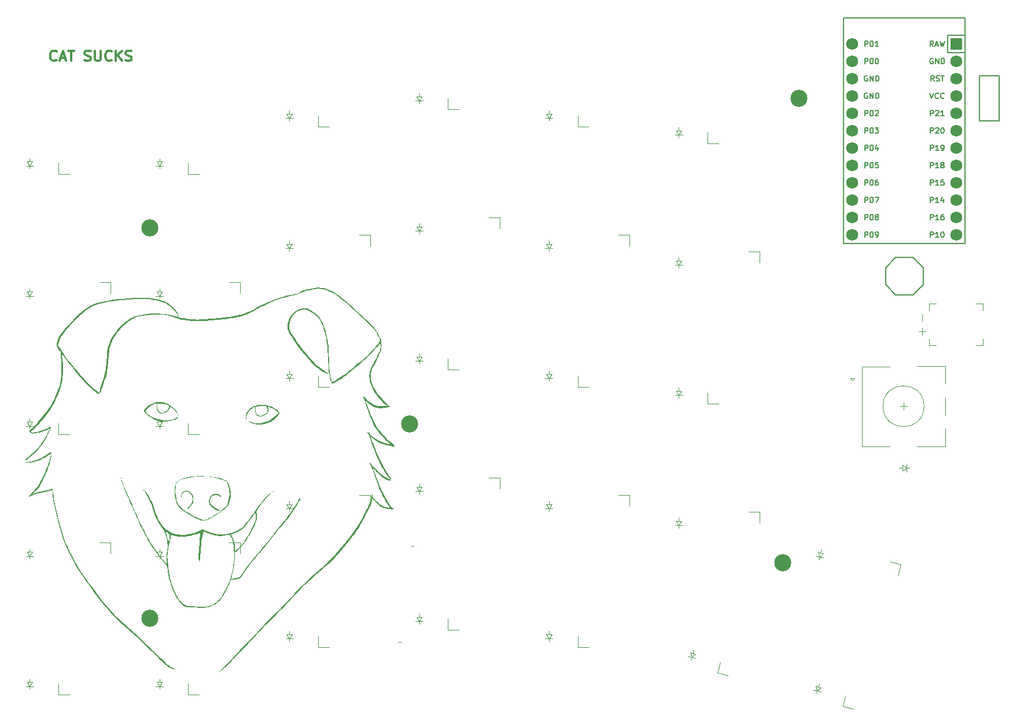
<source format=gbr>
%TF.GenerationSoftware,KiCad,Pcbnew,8.0.6*%
%TF.CreationDate,2025-03-22T19:16:27+01:00*%
%TF.ProjectId,left-finished,6c656674-2d66-4696-9e69-736865642e6b,v1.0.0*%
%TF.SameCoordinates,Original*%
%TF.FileFunction,Legend,Top*%
%TF.FilePolarity,Positive*%
%FSLAX46Y46*%
G04 Gerber Fmt 4.6, Leading zero omitted, Abs format (unit mm)*
G04 Created by KiCad (PCBNEW 8.0.6) date 2025-03-22 19:16:27*
%MOMM*%
%LPD*%
G01*
G04 APERTURE LIST*
%ADD10C,0.300000*%
%ADD11C,0.150000*%
%ADD12C,0.100000*%
%ADD13C,0.120000*%
%ADD14C,0.000000*%
%ADD15C,2.500000*%
%ADD16R,1.752600X1.752600*%
%ADD17C,1.752600*%
G04 APERTURE END LIST*
D10*
X95911653Y-63657971D02*
X95840225Y-63729400D01*
X95840225Y-63729400D02*
X95625939Y-63800828D01*
X95625939Y-63800828D02*
X95483082Y-63800828D01*
X95483082Y-63800828D02*
X95268796Y-63729400D01*
X95268796Y-63729400D02*
X95125939Y-63586542D01*
X95125939Y-63586542D02*
X95054510Y-63443685D01*
X95054510Y-63443685D02*
X94983082Y-63157971D01*
X94983082Y-63157971D02*
X94983082Y-62943685D01*
X94983082Y-62943685D02*
X95054510Y-62657971D01*
X95054510Y-62657971D02*
X95125939Y-62515114D01*
X95125939Y-62515114D02*
X95268796Y-62372257D01*
X95268796Y-62372257D02*
X95483082Y-62300828D01*
X95483082Y-62300828D02*
X95625939Y-62300828D01*
X95625939Y-62300828D02*
X95840225Y-62372257D01*
X95840225Y-62372257D02*
X95911653Y-62443685D01*
X96483082Y-63372257D02*
X97197368Y-63372257D01*
X96340225Y-63800828D02*
X96840225Y-62300828D01*
X96840225Y-62300828D02*
X97340225Y-63800828D01*
X97625939Y-62300828D02*
X98483082Y-62300828D01*
X98054510Y-63800828D02*
X98054510Y-62300828D01*
X100054510Y-63729400D02*
X100268796Y-63800828D01*
X100268796Y-63800828D02*
X100625938Y-63800828D01*
X100625938Y-63800828D02*
X100768796Y-63729400D01*
X100768796Y-63729400D02*
X100840224Y-63657971D01*
X100840224Y-63657971D02*
X100911653Y-63515114D01*
X100911653Y-63515114D02*
X100911653Y-63372257D01*
X100911653Y-63372257D02*
X100840224Y-63229400D01*
X100840224Y-63229400D02*
X100768796Y-63157971D01*
X100768796Y-63157971D02*
X100625938Y-63086542D01*
X100625938Y-63086542D02*
X100340224Y-63015114D01*
X100340224Y-63015114D02*
X100197367Y-62943685D01*
X100197367Y-62943685D02*
X100125938Y-62872257D01*
X100125938Y-62872257D02*
X100054510Y-62729400D01*
X100054510Y-62729400D02*
X100054510Y-62586542D01*
X100054510Y-62586542D02*
X100125938Y-62443685D01*
X100125938Y-62443685D02*
X100197367Y-62372257D01*
X100197367Y-62372257D02*
X100340224Y-62300828D01*
X100340224Y-62300828D02*
X100697367Y-62300828D01*
X100697367Y-62300828D02*
X100911653Y-62372257D01*
X101554509Y-62300828D02*
X101554509Y-63515114D01*
X101554509Y-63515114D02*
X101625938Y-63657971D01*
X101625938Y-63657971D02*
X101697367Y-63729400D01*
X101697367Y-63729400D02*
X101840224Y-63800828D01*
X101840224Y-63800828D02*
X102125938Y-63800828D01*
X102125938Y-63800828D02*
X102268795Y-63729400D01*
X102268795Y-63729400D02*
X102340224Y-63657971D01*
X102340224Y-63657971D02*
X102411652Y-63515114D01*
X102411652Y-63515114D02*
X102411652Y-62300828D01*
X103983081Y-63657971D02*
X103911653Y-63729400D01*
X103911653Y-63729400D02*
X103697367Y-63800828D01*
X103697367Y-63800828D02*
X103554510Y-63800828D01*
X103554510Y-63800828D02*
X103340224Y-63729400D01*
X103340224Y-63729400D02*
X103197367Y-63586542D01*
X103197367Y-63586542D02*
X103125938Y-63443685D01*
X103125938Y-63443685D02*
X103054510Y-63157971D01*
X103054510Y-63157971D02*
X103054510Y-62943685D01*
X103054510Y-62943685D02*
X103125938Y-62657971D01*
X103125938Y-62657971D02*
X103197367Y-62515114D01*
X103197367Y-62515114D02*
X103340224Y-62372257D01*
X103340224Y-62372257D02*
X103554510Y-62300828D01*
X103554510Y-62300828D02*
X103697367Y-62300828D01*
X103697367Y-62300828D02*
X103911653Y-62372257D01*
X103911653Y-62372257D02*
X103983081Y-62443685D01*
X104625938Y-63800828D02*
X104625938Y-62300828D01*
X105483081Y-63800828D02*
X104840224Y-62943685D01*
X105483081Y-62300828D02*
X104625938Y-63157971D01*
X106054510Y-63729400D02*
X106268796Y-63800828D01*
X106268796Y-63800828D02*
X106625938Y-63800828D01*
X106625938Y-63800828D02*
X106768796Y-63729400D01*
X106768796Y-63729400D02*
X106840224Y-63657971D01*
X106840224Y-63657971D02*
X106911653Y-63515114D01*
X106911653Y-63515114D02*
X106911653Y-63372257D01*
X106911653Y-63372257D02*
X106840224Y-63229400D01*
X106840224Y-63229400D02*
X106768796Y-63157971D01*
X106768796Y-63157971D02*
X106625938Y-63086542D01*
X106625938Y-63086542D02*
X106340224Y-63015114D01*
X106340224Y-63015114D02*
X106197367Y-62943685D01*
X106197367Y-62943685D02*
X106125938Y-62872257D01*
X106125938Y-62872257D02*
X106054510Y-62729400D01*
X106054510Y-62729400D02*
X106054510Y-62586542D01*
X106054510Y-62586542D02*
X106125938Y-62443685D01*
X106125938Y-62443685D02*
X106197367Y-62372257D01*
X106197367Y-62372257D02*
X106340224Y-62300828D01*
X106340224Y-62300828D02*
X106697367Y-62300828D01*
X106697367Y-62300828D02*
X106911653Y-62372257D01*
D11*
X223828571Y-87092295D02*
X223828571Y-86292295D01*
X223828571Y-86292295D02*
X224133333Y-86292295D01*
X224133333Y-86292295D02*
X224209523Y-86330390D01*
X224209523Y-86330390D02*
X224247618Y-86368485D01*
X224247618Y-86368485D02*
X224285714Y-86444676D01*
X224285714Y-86444676D02*
X224285714Y-86558961D01*
X224285714Y-86558961D02*
X224247618Y-86635152D01*
X224247618Y-86635152D02*
X224209523Y-86673247D01*
X224209523Y-86673247D02*
X224133333Y-86711342D01*
X224133333Y-86711342D02*
X223828571Y-86711342D01*
X225047618Y-87092295D02*
X224590475Y-87092295D01*
X224819047Y-87092295D02*
X224819047Y-86292295D01*
X224819047Y-86292295D02*
X224742856Y-86406580D01*
X224742856Y-86406580D02*
X224666666Y-86482771D01*
X224666666Y-86482771D02*
X224590475Y-86520866D01*
X225733333Y-86292295D02*
X225580952Y-86292295D01*
X225580952Y-86292295D02*
X225504761Y-86330390D01*
X225504761Y-86330390D02*
X225466666Y-86368485D01*
X225466666Y-86368485D02*
X225390476Y-86482771D01*
X225390476Y-86482771D02*
X225352380Y-86635152D01*
X225352380Y-86635152D02*
X225352380Y-86939914D01*
X225352380Y-86939914D02*
X225390476Y-87016104D01*
X225390476Y-87016104D02*
X225428571Y-87054200D01*
X225428571Y-87054200D02*
X225504761Y-87092295D01*
X225504761Y-87092295D02*
X225657142Y-87092295D01*
X225657142Y-87092295D02*
X225733333Y-87054200D01*
X225733333Y-87054200D02*
X225771428Y-87016104D01*
X225771428Y-87016104D02*
X225809523Y-86939914D01*
X225809523Y-86939914D02*
X225809523Y-86749438D01*
X225809523Y-86749438D02*
X225771428Y-86673247D01*
X225771428Y-86673247D02*
X225733333Y-86635152D01*
X225733333Y-86635152D02*
X225657142Y-86597057D01*
X225657142Y-86597057D02*
X225504761Y-86597057D01*
X225504761Y-86597057D02*
X225428571Y-86635152D01*
X225428571Y-86635152D02*
X225390476Y-86673247D01*
X225390476Y-86673247D02*
X225352380Y-86749438D01*
X223828571Y-74392295D02*
X223828571Y-73592295D01*
X223828571Y-73592295D02*
X224133333Y-73592295D01*
X224133333Y-73592295D02*
X224209523Y-73630390D01*
X224209523Y-73630390D02*
X224247618Y-73668485D01*
X224247618Y-73668485D02*
X224285714Y-73744676D01*
X224285714Y-73744676D02*
X224285714Y-73858961D01*
X224285714Y-73858961D02*
X224247618Y-73935152D01*
X224247618Y-73935152D02*
X224209523Y-73973247D01*
X224209523Y-73973247D02*
X224133333Y-74011342D01*
X224133333Y-74011342D02*
X223828571Y-74011342D01*
X224590475Y-73668485D02*
X224628571Y-73630390D01*
X224628571Y-73630390D02*
X224704761Y-73592295D01*
X224704761Y-73592295D02*
X224895237Y-73592295D01*
X224895237Y-73592295D02*
X224971428Y-73630390D01*
X224971428Y-73630390D02*
X225009523Y-73668485D01*
X225009523Y-73668485D02*
X225047618Y-73744676D01*
X225047618Y-73744676D02*
X225047618Y-73820866D01*
X225047618Y-73820866D02*
X225009523Y-73935152D01*
X225009523Y-73935152D02*
X224552380Y-74392295D01*
X224552380Y-74392295D02*
X225047618Y-74392295D01*
X225542857Y-73592295D02*
X225619047Y-73592295D01*
X225619047Y-73592295D02*
X225695238Y-73630390D01*
X225695238Y-73630390D02*
X225733333Y-73668485D01*
X225733333Y-73668485D02*
X225771428Y-73744676D01*
X225771428Y-73744676D02*
X225809523Y-73897057D01*
X225809523Y-73897057D02*
X225809523Y-74087533D01*
X225809523Y-74087533D02*
X225771428Y-74239914D01*
X225771428Y-74239914D02*
X225733333Y-74316104D01*
X225733333Y-74316104D02*
X225695238Y-74354200D01*
X225695238Y-74354200D02*
X225619047Y-74392295D01*
X225619047Y-74392295D02*
X225542857Y-74392295D01*
X225542857Y-74392295D02*
X225466666Y-74354200D01*
X225466666Y-74354200D02*
X225428571Y-74316104D01*
X225428571Y-74316104D02*
X225390476Y-74239914D01*
X225390476Y-74239914D02*
X225352380Y-74087533D01*
X225352380Y-74087533D02*
X225352380Y-73897057D01*
X225352380Y-73897057D02*
X225390476Y-73744676D01*
X225390476Y-73744676D02*
X225428571Y-73668485D01*
X225428571Y-73668485D02*
X225466666Y-73630390D01*
X225466666Y-73630390D02*
X225542857Y-73592295D01*
X214228571Y-74392295D02*
X214228571Y-73592295D01*
X214228571Y-73592295D02*
X214533333Y-73592295D01*
X214533333Y-73592295D02*
X214609523Y-73630390D01*
X214609523Y-73630390D02*
X214647618Y-73668485D01*
X214647618Y-73668485D02*
X214685714Y-73744676D01*
X214685714Y-73744676D02*
X214685714Y-73858961D01*
X214685714Y-73858961D02*
X214647618Y-73935152D01*
X214647618Y-73935152D02*
X214609523Y-73973247D01*
X214609523Y-73973247D02*
X214533333Y-74011342D01*
X214533333Y-74011342D02*
X214228571Y-74011342D01*
X215180952Y-73592295D02*
X215257142Y-73592295D01*
X215257142Y-73592295D02*
X215333333Y-73630390D01*
X215333333Y-73630390D02*
X215371428Y-73668485D01*
X215371428Y-73668485D02*
X215409523Y-73744676D01*
X215409523Y-73744676D02*
X215447618Y-73897057D01*
X215447618Y-73897057D02*
X215447618Y-74087533D01*
X215447618Y-74087533D02*
X215409523Y-74239914D01*
X215409523Y-74239914D02*
X215371428Y-74316104D01*
X215371428Y-74316104D02*
X215333333Y-74354200D01*
X215333333Y-74354200D02*
X215257142Y-74392295D01*
X215257142Y-74392295D02*
X215180952Y-74392295D01*
X215180952Y-74392295D02*
X215104761Y-74354200D01*
X215104761Y-74354200D02*
X215066666Y-74316104D01*
X215066666Y-74316104D02*
X215028571Y-74239914D01*
X215028571Y-74239914D02*
X214990475Y-74087533D01*
X214990475Y-74087533D02*
X214990475Y-73897057D01*
X214990475Y-73897057D02*
X215028571Y-73744676D01*
X215028571Y-73744676D02*
X215066666Y-73668485D01*
X215066666Y-73668485D02*
X215104761Y-73630390D01*
X215104761Y-73630390D02*
X215180952Y-73592295D01*
X215714285Y-73592295D02*
X216209523Y-73592295D01*
X216209523Y-73592295D02*
X215942857Y-73897057D01*
X215942857Y-73897057D02*
X216057142Y-73897057D01*
X216057142Y-73897057D02*
X216133333Y-73935152D01*
X216133333Y-73935152D02*
X216171428Y-73973247D01*
X216171428Y-73973247D02*
X216209523Y-74049438D01*
X216209523Y-74049438D02*
X216209523Y-74239914D01*
X216209523Y-74239914D02*
X216171428Y-74316104D01*
X216171428Y-74316104D02*
X216133333Y-74354200D01*
X216133333Y-74354200D02*
X216057142Y-74392295D01*
X216057142Y-74392295D02*
X215828571Y-74392295D01*
X215828571Y-74392295D02*
X215752380Y-74354200D01*
X215752380Y-74354200D02*
X215714285Y-74316104D01*
X223828571Y-82012295D02*
X223828571Y-81212295D01*
X223828571Y-81212295D02*
X224133333Y-81212295D01*
X224133333Y-81212295D02*
X224209523Y-81250390D01*
X224209523Y-81250390D02*
X224247618Y-81288485D01*
X224247618Y-81288485D02*
X224285714Y-81364676D01*
X224285714Y-81364676D02*
X224285714Y-81478961D01*
X224285714Y-81478961D02*
X224247618Y-81555152D01*
X224247618Y-81555152D02*
X224209523Y-81593247D01*
X224209523Y-81593247D02*
X224133333Y-81631342D01*
X224133333Y-81631342D02*
X223828571Y-81631342D01*
X225047618Y-82012295D02*
X224590475Y-82012295D01*
X224819047Y-82012295D02*
X224819047Y-81212295D01*
X224819047Y-81212295D02*
X224742856Y-81326580D01*
X224742856Y-81326580D02*
X224666666Y-81402771D01*
X224666666Y-81402771D02*
X224590475Y-81440866D01*
X225771428Y-81212295D02*
X225390476Y-81212295D01*
X225390476Y-81212295D02*
X225352380Y-81593247D01*
X225352380Y-81593247D02*
X225390476Y-81555152D01*
X225390476Y-81555152D02*
X225466666Y-81517057D01*
X225466666Y-81517057D02*
X225657142Y-81517057D01*
X225657142Y-81517057D02*
X225733333Y-81555152D01*
X225733333Y-81555152D02*
X225771428Y-81593247D01*
X225771428Y-81593247D02*
X225809523Y-81669438D01*
X225809523Y-81669438D02*
X225809523Y-81859914D01*
X225809523Y-81859914D02*
X225771428Y-81936104D01*
X225771428Y-81936104D02*
X225733333Y-81974200D01*
X225733333Y-81974200D02*
X225657142Y-82012295D01*
X225657142Y-82012295D02*
X225466666Y-82012295D01*
X225466666Y-82012295D02*
X225390476Y-81974200D01*
X225390476Y-81974200D02*
X225352380Y-81936104D01*
X223733333Y-68512295D02*
X224000000Y-69312295D01*
X224000000Y-69312295D02*
X224266666Y-68512295D01*
X224990476Y-69236104D02*
X224952380Y-69274200D01*
X224952380Y-69274200D02*
X224838095Y-69312295D01*
X224838095Y-69312295D02*
X224761904Y-69312295D01*
X224761904Y-69312295D02*
X224647618Y-69274200D01*
X224647618Y-69274200D02*
X224571428Y-69198009D01*
X224571428Y-69198009D02*
X224533333Y-69121819D01*
X224533333Y-69121819D02*
X224495237Y-68969438D01*
X224495237Y-68969438D02*
X224495237Y-68855152D01*
X224495237Y-68855152D02*
X224533333Y-68702771D01*
X224533333Y-68702771D02*
X224571428Y-68626580D01*
X224571428Y-68626580D02*
X224647618Y-68550390D01*
X224647618Y-68550390D02*
X224761904Y-68512295D01*
X224761904Y-68512295D02*
X224838095Y-68512295D01*
X224838095Y-68512295D02*
X224952380Y-68550390D01*
X224952380Y-68550390D02*
X224990476Y-68588485D01*
X225790476Y-69236104D02*
X225752380Y-69274200D01*
X225752380Y-69274200D02*
X225638095Y-69312295D01*
X225638095Y-69312295D02*
X225561904Y-69312295D01*
X225561904Y-69312295D02*
X225447618Y-69274200D01*
X225447618Y-69274200D02*
X225371428Y-69198009D01*
X225371428Y-69198009D02*
X225333333Y-69121819D01*
X225333333Y-69121819D02*
X225295237Y-68969438D01*
X225295237Y-68969438D02*
X225295237Y-68855152D01*
X225295237Y-68855152D02*
X225333333Y-68702771D01*
X225333333Y-68702771D02*
X225371428Y-68626580D01*
X225371428Y-68626580D02*
X225447618Y-68550390D01*
X225447618Y-68550390D02*
X225561904Y-68512295D01*
X225561904Y-68512295D02*
X225638095Y-68512295D01*
X225638095Y-68512295D02*
X225752380Y-68550390D01*
X225752380Y-68550390D02*
X225790476Y-68588485D01*
X223828571Y-71852295D02*
X223828571Y-71052295D01*
X223828571Y-71052295D02*
X224133333Y-71052295D01*
X224133333Y-71052295D02*
X224209523Y-71090390D01*
X224209523Y-71090390D02*
X224247618Y-71128485D01*
X224247618Y-71128485D02*
X224285714Y-71204676D01*
X224285714Y-71204676D02*
X224285714Y-71318961D01*
X224285714Y-71318961D02*
X224247618Y-71395152D01*
X224247618Y-71395152D02*
X224209523Y-71433247D01*
X224209523Y-71433247D02*
X224133333Y-71471342D01*
X224133333Y-71471342D02*
X223828571Y-71471342D01*
X224590475Y-71128485D02*
X224628571Y-71090390D01*
X224628571Y-71090390D02*
X224704761Y-71052295D01*
X224704761Y-71052295D02*
X224895237Y-71052295D01*
X224895237Y-71052295D02*
X224971428Y-71090390D01*
X224971428Y-71090390D02*
X225009523Y-71128485D01*
X225009523Y-71128485D02*
X225047618Y-71204676D01*
X225047618Y-71204676D02*
X225047618Y-71280866D01*
X225047618Y-71280866D02*
X225009523Y-71395152D01*
X225009523Y-71395152D02*
X224552380Y-71852295D01*
X224552380Y-71852295D02*
X225047618Y-71852295D01*
X225809523Y-71852295D02*
X225352380Y-71852295D01*
X225580952Y-71852295D02*
X225580952Y-71052295D01*
X225580952Y-71052295D02*
X225504761Y-71166580D01*
X225504761Y-71166580D02*
X225428571Y-71242771D01*
X225428571Y-71242771D02*
X225352380Y-71280866D01*
X214228571Y-87092295D02*
X214228571Y-86292295D01*
X214228571Y-86292295D02*
X214533333Y-86292295D01*
X214533333Y-86292295D02*
X214609523Y-86330390D01*
X214609523Y-86330390D02*
X214647618Y-86368485D01*
X214647618Y-86368485D02*
X214685714Y-86444676D01*
X214685714Y-86444676D02*
X214685714Y-86558961D01*
X214685714Y-86558961D02*
X214647618Y-86635152D01*
X214647618Y-86635152D02*
X214609523Y-86673247D01*
X214609523Y-86673247D02*
X214533333Y-86711342D01*
X214533333Y-86711342D02*
X214228571Y-86711342D01*
X215180952Y-86292295D02*
X215257142Y-86292295D01*
X215257142Y-86292295D02*
X215333333Y-86330390D01*
X215333333Y-86330390D02*
X215371428Y-86368485D01*
X215371428Y-86368485D02*
X215409523Y-86444676D01*
X215409523Y-86444676D02*
X215447618Y-86597057D01*
X215447618Y-86597057D02*
X215447618Y-86787533D01*
X215447618Y-86787533D02*
X215409523Y-86939914D01*
X215409523Y-86939914D02*
X215371428Y-87016104D01*
X215371428Y-87016104D02*
X215333333Y-87054200D01*
X215333333Y-87054200D02*
X215257142Y-87092295D01*
X215257142Y-87092295D02*
X215180952Y-87092295D01*
X215180952Y-87092295D02*
X215104761Y-87054200D01*
X215104761Y-87054200D02*
X215066666Y-87016104D01*
X215066666Y-87016104D02*
X215028571Y-86939914D01*
X215028571Y-86939914D02*
X214990475Y-86787533D01*
X214990475Y-86787533D02*
X214990475Y-86597057D01*
X214990475Y-86597057D02*
X215028571Y-86444676D01*
X215028571Y-86444676D02*
X215066666Y-86368485D01*
X215066666Y-86368485D02*
X215104761Y-86330390D01*
X215104761Y-86330390D02*
X215180952Y-86292295D01*
X215904761Y-86635152D02*
X215828571Y-86597057D01*
X215828571Y-86597057D02*
X215790476Y-86558961D01*
X215790476Y-86558961D02*
X215752380Y-86482771D01*
X215752380Y-86482771D02*
X215752380Y-86444676D01*
X215752380Y-86444676D02*
X215790476Y-86368485D01*
X215790476Y-86368485D02*
X215828571Y-86330390D01*
X215828571Y-86330390D02*
X215904761Y-86292295D01*
X215904761Y-86292295D02*
X216057142Y-86292295D01*
X216057142Y-86292295D02*
X216133333Y-86330390D01*
X216133333Y-86330390D02*
X216171428Y-86368485D01*
X216171428Y-86368485D02*
X216209523Y-86444676D01*
X216209523Y-86444676D02*
X216209523Y-86482771D01*
X216209523Y-86482771D02*
X216171428Y-86558961D01*
X216171428Y-86558961D02*
X216133333Y-86597057D01*
X216133333Y-86597057D02*
X216057142Y-86635152D01*
X216057142Y-86635152D02*
X215904761Y-86635152D01*
X215904761Y-86635152D02*
X215828571Y-86673247D01*
X215828571Y-86673247D02*
X215790476Y-86711342D01*
X215790476Y-86711342D02*
X215752380Y-86787533D01*
X215752380Y-86787533D02*
X215752380Y-86939914D01*
X215752380Y-86939914D02*
X215790476Y-87016104D01*
X215790476Y-87016104D02*
X215828571Y-87054200D01*
X215828571Y-87054200D02*
X215904761Y-87092295D01*
X215904761Y-87092295D02*
X216057142Y-87092295D01*
X216057142Y-87092295D02*
X216133333Y-87054200D01*
X216133333Y-87054200D02*
X216171428Y-87016104D01*
X216171428Y-87016104D02*
X216209523Y-86939914D01*
X216209523Y-86939914D02*
X216209523Y-86787533D01*
X216209523Y-86787533D02*
X216171428Y-86711342D01*
X216171428Y-86711342D02*
X216133333Y-86673247D01*
X216133333Y-86673247D02*
X216057142Y-86635152D01*
X223828571Y-79472295D02*
X223828571Y-78672295D01*
X223828571Y-78672295D02*
X224133333Y-78672295D01*
X224133333Y-78672295D02*
X224209523Y-78710390D01*
X224209523Y-78710390D02*
X224247618Y-78748485D01*
X224247618Y-78748485D02*
X224285714Y-78824676D01*
X224285714Y-78824676D02*
X224285714Y-78938961D01*
X224285714Y-78938961D02*
X224247618Y-79015152D01*
X224247618Y-79015152D02*
X224209523Y-79053247D01*
X224209523Y-79053247D02*
X224133333Y-79091342D01*
X224133333Y-79091342D02*
X223828571Y-79091342D01*
X225047618Y-79472295D02*
X224590475Y-79472295D01*
X224819047Y-79472295D02*
X224819047Y-78672295D01*
X224819047Y-78672295D02*
X224742856Y-78786580D01*
X224742856Y-78786580D02*
X224666666Y-78862771D01*
X224666666Y-78862771D02*
X224590475Y-78900866D01*
X225504761Y-79015152D02*
X225428571Y-78977057D01*
X225428571Y-78977057D02*
X225390476Y-78938961D01*
X225390476Y-78938961D02*
X225352380Y-78862771D01*
X225352380Y-78862771D02*
X225352380Y-78824676D01*
X225352380Y-78824676D02*
X225390476Y-78748485D01*
X225390476Y-78748485D02*
X225428571Y-78710390D01*
X225428571Y-78710390D02*
X225504761Y-78672295D01*
X225504761Y-78672295D02*
X225657142Y-78672295D01*
X225657142Y-78672295D02*
X225733333Y-78710390D01*
X225733333Y-78710390D02*
X225771428Y-78748485D01*
X225771428Y-78748485D02*
X225809523Y-78824676D01*
X225809523Y-78824676D02*
X225809523Y-78862771D01*
X225809523Y-78862771D02*
X225771428Y-78938961D01*
X225771428Y-78938961D02*
X225733333Y-78977057D01*
X225733333Y-78977057D02*
X225657142Y-79015152D01*
X225657142Y-79015152D02*
X225504761Y-79015152D01*
X225504761Y-79015152D02*
X225428571Y-79053247D01*
X225428571Y-79053247D02*
X225390476Y-79091342D01*
X225390476Y-79091342D02*
X225352380Y-79167533D01*
X225352380Y-79167533D02*
X225352380Y-79319914D01*
X225352380Y-79319914D02*
X225390476Y-79396104D01*
X225390476Y-79396104D02*
X225428571Y-79434200D01*
X225428571Y-79434200D02*
X225504761Y-79472295D01*
X225504761Y-79472295D02*
X225657142Y-79472295D01*
X225657142Y-79472295D02*
X225733333Y-79434200D01*
X225733333Y-79434200D02*
X225771428Y-79396104D01*
X225771428Y-79396104D02*
X225809523Y-79319914D01*
X225809523Y-79319914D02*
X225809523Y-79167533D01*
X225809523Y-79167533D02*
X225771428Y-79091342D01*
X225771428Y-79091342D02*
X225733333Y-79053247D01*
X225733333Y-79053247D02*
X225657142Y-79015152D01*
X214228571Y-71852295D02*
X214228571Y-71052295D01*
X214228571Y-71052295D02*
X214533333Y-71052295D01*
X214533333Y-71052295D02*
X214609523Y-71090390D01*
X214609523Y-71090390D02*
X214647618Y-71128485D01*
X214647618Y-71128485D02*
X214685714Y-71204676D01*
X214685714Y-71204676D02*
X214685714Y-71318961D01*
X214685714Y-71318961D02*
X214647618Y-71395152D01*
X214647618Y-71395152D02*
X214609523Y-71433247D01*
X214609523Y-71433247D02*
X214533333Y-71471342D01*
X214533333Y-71471342D02*
X214228571Y-71471342D01*
X215180952Y-71052295D02*
X215257142Y-71052295D01*
X215257142Y-71052295D02*
X215333333Y-71090390D01*
X215333333Y-71090390D02*
X215371428Y-71128485D01*
X215371428Y-71128485D02*
X215409523Y-71204676D01*
X215409523Y-71204676D02*
X215447618Y-71357057D01*
X215447618Y-71357057D02*
X215447618Y-71547533D01*
X215447618Y-71547533D02*
X215409523Y-71699914D01*
X215409523Y-71699914D02*
X215371428Y-71776104D01*
X215371428Y-71776104D02*
X215333333Y-71814200D01*
X215333333Y-71814200D02*
X215257142Y-71852295D01*
X215257142Y-71852295D02*
X215180952Y-71852295D01*
X215180952Y-71852295D02*
X215104761Y-71814200D01*
X215104761Y-71814200D02*
X215066666Y-71776104D01*
X215066666Y-71776104D02*
X215028571Y-71699914D01*
X215028571Y-71699914D02*
X214990475Y-71547533D01*
X214990475Y-71547533D02*
X214990475Y-71357057D01*
X214990475Y-71357057D02*
X215028571Y-71204676D01*
X215028571Y-71204676D02*
X215066666Y-71128485D01*
X215066666Y-71128485D02*
X215104761Y-71090390D01*
X215104761Y-71090390D02*
X215180952Y-71052295D01*
X215752380Y-71128485D02*
X215790476Y-71090390D01*
X215790476Y-71090390D02*
X215866666Y-71052295D01*
X215866666Y-71052295D02*
X216057142Y-71052295D01*
X216057142Y-71052295D02*
X216133333Y-71090390D01*
X216133333Y-71090390D02*
X216171428Y-71128485D01*
X216171428Y-71128485D02*
X216209523Y-71204676D01*
X216209523Y-71204676D02*
X216209523Y-71280866D01*
X216209523Y-71280866D02*
X216171428Y-71395152D01*
X216171428Y-71395152D02*
X215714285Y-71852295D01*
X215714285Y-71852295D02*
X216209523Y-71852295D01*
X223828571Y-76932295D02*
X223828571Y-76132295D01*
X223828571Y-76132295D02*
X224133333Y-76132295D01*
X224133333Y-76132295D02*
X224209523Y-76170390D01*
X224209523Y-76170390D02*
X224247618Y-76208485D01*
X224247618Y-76208485D02*
X224285714Y-76284676D01*
X224285714Y-76284676D02*
X224285714Y-76398961D01*
X224285714Y-76398961D02*
X224247618Y-76475152D01*
X224247618Y-76475152D02*
X224209523Y-76513247D01*
X224209523Y-76513247D02*
X224133333Y-76551342D01*
X224133333Y-76551342D02*
X223828571Y-76551342D01*
X225047618Y-76932295D02*
X224590475Y-76932295D01*
X224819047Y-76932295D02*
X224819047Y-76132295D01*
X224819047Y-76132295D02*
X224742856Y-76246580D01*
X224742856Y-76246580D02*
X224666666Y-76322771D01*
X224666666Y-76322771D02*
X224590475Y-76360866D01*
X225428571Y-76932295D02*
X225580952Y-76932295D01*
X225580952Y-76932295D02*
X225657142Y-76894200D01*
X225657142Y-76894200D02*
X225695238Y-76856104D01*
X225695238Y-76856104D02*
X225771428Y-76741819D01*
X225771428Y-76741819D02*
X225809523Y-76589438D01*
X225809523Y-76589438D02*
X225809523Y-76284676D01*
X225809523Y-76284676D02*
X225771428Y-76208485D01*
X225771428Y-76208485D02*
X225733333Y-76170390D01*
X225733333Y-76170390D02*
X225657142Y-76132295D01*
X225657142Y-76132295D02*
X225504761Y-76132295D01*
X225504761Y-76132295D02*
X225428571Y-76170390D01*
X225428571Y-76170390D02*
X225390476Y-76208485D01*
X225390476Y-76208485D02*
X225352380Y-76284676D01*
X225352380Y-76284676D02*
X225352380Y-76475152D01*
X225352380Y-76475152D02*
X225390476Y-76551342D01*
X225390476Y-76551342D02*
X225428571Y-76589438D01*
X225428571Y-76589438D02*
X225504761Y-76627533D01*
X225504761Y-76627533D02*
X225657142Y-76627533D01*
X225657142Y-76627533D02*
X225733333Y-76589438D01*
X225733333Y-76589438D02*
X225771428Y-76551342D01*
X225771428Y-76551342D02*
X225809523Y-76475152D01*
X223828571Y-84552295D02*
X223828571Y-83752295D01*
X223828571Y-83752295D02*
X224133333Y-83752295D01*
X224133333Y-83752295D02*
X224209523Y-83790390D01*
X224209523Y-83790390D02*
X224247618Y-83828485D01*
X224247618Y-83828485D02*
X224285714Y-83904676D01*
X224285714Y-83904676D02*
X224285714Y-84018961D01*
X224285714Y-84018961D02*
X224247618Y-84095152D01*
X224247618Y-84095152D02*
X224209523Y-84133247D01*
X224209523Y-84133247D02*
X224133333Y-84171342D01*
X224133333Y-84171342D02*
X223828571Y-84171342D01*
X225047618Y-84552295D02*
X224590475Y-84552295D01*
X224819047Y-84552295D02*
X224819047Y-83752295D01*
X224819047Y-83752295D02*
X224742856Y-83866580D01*
X224742856Y-83866580D02*
X224666666Y-83942771D01*
X224666666Y-83942771D02*
X224590475Y-83980866D01*
X225733333Y-84018961D02*
X225733333Y-84552295D01*
X225542857Y-83714200D02*
X225352380Y-84285628D01*
X225352380Y-84285628D02*
X225847619Y-84285628D01*
X214228571Y-89632295D02*
X214228571Y-88832295D01*
X214228571Y-88832295D02*
X214533333Y-88832295D01*
X214533333Y-88832295D02*
X214609523Y-88870390D01*
X214609523Y-88870390D02*
X214647618Y-88908485D01*
X214647618Y-88908485D02*
X214685714Y-88984676D01*
X214685714Y-88984676D02*
X214685714Y-89098961D01*
X214685714Y-89098961D02*
X214647618Y-89175152D01*
X214647618Y-89175152D02*
X214609523Y-89213247D01*
X214609523Y-89213247D02*
X214533333Y-89251342D01*
X214533333Y-89251342D02*
X214228571Y-89251342D01*
X215180952Y-88832295D02*
X215257142Y-88832295D01*
X215257142Y-88832295D02*
X215333333Y-88870390D01*
X215333333Y-88870390D02*
X215371428Y-88908485D01*
X215371428Y-88908485D02*
X215409523Y-88984676D01*
X215409523Y-88984676D02*
X215447618Y-89137057D01*
X215447618Y-89137057D02*
X215447618Y-89327533D01*
X215447618Y-89327533D02*
X215409523Y-89479914D01*
X215409523Y-89479914D02*
X215371428Y-89556104D01*
X215371428Y-89556104D02*
X215333333Y-89594200D01*
X215333333Y-89594200D02*
X215257142Y-89632295D01*
X215257142Y-89632295D02*
X215180952Y-89632295D01*
X215180952Y-89632295D02*
X215104761Y-89594200D01*
X215104761Y-89594200D02*
X215066666Y-89556104D01*
X215066666Y-89556104D02*
X215028571Y-89479914D01*
X215028571Y-89479914D02*
X214990475Y-89327533D01*
X214990475Y-89327533D02*
X214990475Y-89137057D01*
X214990475Y-89137057D02*
X215028571Y-88984676D01*
X215028571Y-88984676D02*
X215066666Y-88908485D01*
X215066666Y-88908485D02*
X215104761Y-88870390D01*
X215104761Y-88870390D02*
X215180952Y-88832295D01*
X215828571Y-89632295D02*
X215980952Y-89632295D01*
X215980952Y-89632295D02*
X216057142Y-89594200D01*
X216057142Y-89594200D02*
X216095238Y-89556104D01*
X216095238Y-89556104D02*
X216171428Y-89441819D01*
X216171428Y-89441819D02*
X216209523Y-89289438D01*
X216209523Y-89289438D02*
X216209523Y-88984676D01*
X216209523Y-88984676D02*
X216171428Y-88908485D01*
X216171428Y-88908485D02*
X216133333Y-88870390D01*
X216133333Y-88870390D02*
X216057142Y-88832295D01*
X216057142Y-88832295D02*
X215904761Y-88832295D01*
X215904761Y-88832295D02*
X215828571Y-88870390D01*
X215828571Y-88870390D02*
X215790476Y-88908485D01*
X215790476Y-88908485D02*
X215752380Y-88984676D01*
X215752380Y-88984676D02*
X215752380Y-89175152D01*
X215752380Y-89175152D02*
X215790476Y-89251342D01*
X215790476Y-89251342D02*
X215828571Y-89289438D01*
X215828571Y-89289438D02*
X215904761Y-89327533D01*
X215904761Y-89327533D02*
X216057142Y-89327533D01*
X216057142Y-89327533D02*
X216133333Y-89289438D01*
X216133333Y-89289438D02*
X216171428Y-89251342D01*
X216171428Y-89251342D02*
X216209523Y-89175152D01*
X224190476Y-63470390D02*
X224114286Y-63432295D01*
X224114286Y-63432295D02*
X224000000Y-63432295D01*
X224000000Y-63432295D02*
X223885714Y-63470390D01*
X223885714Y-63470390D02*
X223809524Y-63546580D01*
X223809524Y-63546580D02*
X223771429Y-63622771D01*
X223771429Y-63622771D02*
X223733333Y-63775152D01*
X223733333Y-63775152D02*
X223733333Y-63889438D01*
X223733333Y-63889438D02*
X223771429Y-64041819D01*
X223771429Y-64041819D02*
X223809524Y-64118009D01*
X223809524Y-64118009D02*
X223885714Y-64194200D01*
X223885714Y-64194200D02*
X224000000Y-64232295D01*
X224000000Y-64232295D02*
X224076191Y-64232295D01*
X224076191Y-64232295D02*
X224190476Y-64194200D01*
X224190476Y-64194200D02*
X224228572Y-64156104D01*
X224228572Y-64156104D02*
X224228572Y-63889438D01*
X224228572Y-63889438D02*
X224076191Y-63889438D01*
X224571429Y-64232295D02*
X224571429Y-63432295D01*
X224571429Y-63432295D02*
X225028572Y-64232295D01*
X225028572Y-64232295D02*
X225028572Y-63432295D01*
X225409524Y-64232295D02*
X225409524Y-63432295D01*
X225409524Y-63432295D02*
X225600000Y-63432295D01*
X225600000Y-63432295D02*
X225714286Y-63470390D01*
X225714286Y-63470390D02*
X225790476Y-63546580D01*
X225790476Y-63546580D02*
X225828571Y-63622771D01*
X225828571Y-63622771D02*
X225866667Y-63775152D01*
X225866667Y-63775152D02*
X225866667Y-63889438D01*
X225866667Y-63889438D02*
X225828571Y-64041819D01*
X225828571Y-64041819D02*
X225790476Y-64118009D01*
X225790476Y-64118009D02*
X225714286Y-64194200D01*
X225714286Y-64194200D02*
X225600000Y-64232295D01*
X225600000Y-64232295D02*
X225409524Y-64232295D01*
X214228571Y-76932295D02*
X214228571Y-76132295D01*
X214228571Y-76132295D02*
X214533333Y-76132295D01*
X214533333Y-76132295D02*
X214609523Y-76170390D01*
X214609523Y-76170390D02*
X214647618Y-76208485D01*
X214647618Y-76208485D02*
X214685714Y-76284676D01*
X214685714Y-76284676D02*
X214685714Y-76398961D01*
X214685714Y-76398961D02*
X214647618Y-76475152D01*
X214647618Y-76475152D02*
X214609523Y-76513247D01*
X214609523Y-76513247D02*
X214533333Y-76551342D01*
X214533333Y-76551342D02*
X214228571Y-76551342D01*
X215180952Y-76132295D02*
X215257142Y-76132295D01*
X215257142Y-76132295D02*
X215333333Y-76170390D01*
X215333333Y-76170390D02*
X215371428Y-76208485D01*
X215371428Y-76208485D02*
X215409523Y-76284676D01*
X215409523Y-76284676D02*
X215447618Y-76437057D01*
X215447618Y-76437057D02*
X215447618Y-76627533D01*
X215447618Y-76627533D02*
X215409523Y-76779914D01*
X215409523Y-76779914D02*
X215371428Y-76856104D01*
X215371428Y-76856104D02*
X215333333Y-76894200D01*
X215333333Y-76894200D02*
X215257142Y-76932295D01*
X215257142Y-76932295D02*
X215180952Y-76932295D01*
X215180952Y-76932295D02*
X215104761Y-76894200D01*
X215104761Y-76894200D02*
X215066666Y-76856104D01*
X215066666Y-76856104D02*
X215028571Y-76779914D01*
X215028571Y-76779914D02*
X214990475Y-76627533D01*
X214990475Y-76627533D02*
X214990475Y-76437057D01*
X214990475Y-76437057D02*
X215028571Y-76284676D01*
X215028571Y-76284676D02*
X215066666Y-76208485D01*
X215066666Y-76208485D02*
X215104761Y-76170390D01*
X215104761Y-76170390D02*
X215180952Y-76132295D01*
X216133333Y-76398961D02*
X216133333Y-76932295D01*
X215942857Y-76094200D02*
X215752380Y-76665628D01*
X215752380Y-76665628D02*
X216247619Y-76665628D01*
X224361905Y-66772295D02*
X224095238Y-66391342D01*
X223904762Y-66772295D02*
X223904762Y-65972295D01*
X223904762Y-65972295D02*
X224209524Y-65972295D01*
X224209524Y-65972295D02*
X224285714Y-66010390D01*
X224285714Y-66010390D02*
X224323809Y-66048485D01*
X224323809Y-66048485D02*
X224361905Y-66124676D01*
X224361905Y-66124676D02*
X224361905Y-66238961D01*
X224361905Y-66238961D02*
X224323809Y-66315152D01*
X224323809Y-66315152D02*
X224285714Y-66353247D01*
X224285714Y-66353247D02*
X224209524Y-66391342D01*
X224209524Y-66391342D02*
X223904762Y-66391342D01*
X224666666Y-66734200D02*
X224780952Y-66772295D01*
X224780952Y-66772295D02*
X224971428Y-66772295D01*
X224971428Y-66772295D02*
X225047619Y-66734200D01*
X225047619Y-66734200D02*
X225085714Y-66696104D01*
X225085714Y-66696104D02*
X225123809Y-66619914D01*
X225123809Y-66619914D02*
X225123809Y-66543723D01*
X225123809Y-66543723D02*
X225085714Y-66467533D01*
X225085714Y-66467533D02*
X225047619Y-66429438D01*
X225047619Y-66429438D02*
X224971428Y-66391342D01*
X224971428Y-66391342D02*
X224819047Y-66353247D01*
X224819047Y-66353247D02*
X224742857Y-66315152D01*
X224742857Y-66315152D02*
X224704762Y-66277057D01*
X224704762Y-66277057D02*
X224666666Y-66200866D01*
X224666666Y-66200866D02*
X224666666Y-66124676D01*
X224666666Y-66124676D02*
X224704762Y-66048485D01*
X224704762Y-66048485D02*
X224742857Y-66010390D01*
X224742857Y-66010390D02*
X224819047Y-65972295D01*
X224819047Y-65972295D02*
X225009524Y-65972295D01*
X225009524Y-65972295D02*
X225123809Y-66010390D01*
X225352381Y-65972295D02*
X225809524Y-65972295D01*
X225580952Y-66772295D02*
X225580952Y-65972295D01*
X214228571Y-84552295D02*
X214228571Y-83752295D01*
X214228571Y-83752295D02*
X214533333Y-83752295D01*
X214533333Y-83752295D02*
X214609523Y-83790390D01*
X214609523Y-83790390D02*
X214647618Y-83828485D01*
X214647618Y-83828485D02*
X214685714Y-83904676D01*
X214685714Y-83904676D02*
X214685714Y-84018961D01*
X214685714Y-84018961D02*
X214647618Y-84095152D01*
X214647618Y-84095152D02*
X214609523Y-84133247D01*
X214609523Y-84133247D02*
X214533333Y-84171342D01*
X214533333Y-84171342D02*
X214228571Y-84171342D01*
X215180952Y-83752295D02*
X215257142Y-83752295D01*
X215257142Y-83752295D02*
X215333333Y-83790390D01*
X215333333Y-83790390D02*
X215371428Y-83828485D01*
X215371428Y-83828485D02*
X215409523Y-83904676D01*
X215409523Y-83904676D02*
X215447618Y-84057057D01*
X215447618Y-84057057D02*
X215447618Y-84247533D01*
X215447618Y-84247533D02*
X215409523Y-84399914D01*
X215409523Y-84399914D02*
X215371428Y-84476104D01*
X215371428Y-84476104D02*
X215333333Y-84514200D01*
X215333333Y-84514200D02*
X215257142Y-84552295D01*
X215257142Y-84552295D02*
X215180952Y-84552295D01*
X215180952Y-84552295D02*
X215104761Y-84514200D01*
X215104761Y-84514200D02*
X215066666Y-84476104D01*
X215066666Y-84476104D02*
X215028571Y-84399914D01*
X215028571Y-84399914D02*
X214990475Y-84247533D01*
X214990475Y-84247533D02*
X214990475Y-84057057D01*
X214990475Y-84057057D02*
X215028571Y-83904676D01*
X215028571Y-83904676D02*
X215066666Y-83828485D01*
X215066666Y-83828485D02*
X215104761Y-83790390D01*
X215104761Y-83790390D02*
X215180952Y-83752295D01*
X215714285Y-83752295D02*
X216247619Y-83752295D01*
X216247619Y-83752295D02*
X215904761Y-84552295D01*
X214228571Y-64232295D02*
X214228571Y-63432295D01*
X214228571Y-63432295D02*
X214533333Y-63432295D01*
X214533333Y-63432295D02*
X214609523Y-63470390D01*
X214609523Y-63470390D02*
X214647618Y-63508485D01*
X214647618Y-63508485D02*
X214685714Y-63584676D01*
X214685714Y-63584676D02*
X214685714Y-63698961D01*
X214685714Y-63698961D02*
X214647618Y-63775152D01*
X214647618Y-63775152D02*
X214609523Y-63813247D01*
X214609523Y-63813247D02*
X214533333Y-63851342D01*
X214533333Y-63851342D02*
X214228571Y-63851342D01*
X215180952Y-63432295D02*
X215257142Y-63432295D01*
X215257142Y-63432295D02*
X215333333Y-63470390D01*
X215333333Y-63470390D02*
X215371428Y-63508485D01*
X215371428Y-63508485D02*
X215409523Y-63584676D01*
X215409523Y-63584676D02*
X215447618Y-63737057D01*
X215447618Y-63737057D02*
X215447618Y-63927533D01*
X215447618Y-63927533D02*
X215409523Y-64079914D01*
X215409523Y-64079914D02*
X215371428Y-64156104D01*
X215371428Y-64156104D02*
X215333333Y-64194200D01*
X215333333Y-64194200D02*
X215257142Y-64232295D01*
X215257142Y-64232295D02*
X215180952Y-64232295D01*
X215180952Y-64232295D02*
X215104761Y-64194200D01*
X215104761Y-64194200D02*
X215066666Y-64156104D01*
X215066666Y-64156104D02*
X215028571Y-64079914D01*
X215028571Y-64079914D02*
X214990475Y-63927533D01*
X214990475Y-63927533D02*
X214990475Y-63737057D01*
X214990475Y-63737057D02*
X215028571Y-63584676D01*
X215028571Y-63584676D02*
X215066666Y-63508485D01*
X215066666Y-63508485D02*
X215104761Y-63470390D01*
X215104761Y-63470390D02*
X215180952Y-63432295D01*
X215942857Y-63432295D02*
X216019047Y-63432295D01*
X216019047Y-63432295D02*
X216095238Y-63470390D01*
X216095238Y-63470390D02*
X216133333Y-63508485D01*
X216133333Y-63508485D02*
X216171428Y-63584676D01*
X216171428Y-63584676D02*
X216209523Y-63737057D01*
X216209523Y-63737057D02*
X216209523Y-63927533D01*
X216209523Y-63927533D02*
X216171428Y-64079914D01*
X216171428Y-64079914D02*
X216133333Y-64156104D01*
X216133333Y-64156104D02*
X216095238Y-64194200D01*
X216095238Y-64194200D02*
X216019047Y-64232295D01*
X216019047Y-64232295D02*
X215942857Y-64232295D01*
X215942857Y-64232295D02*
X215866666Y-64194200D01*
X215866666Y-64194200D02*
X215828571Y-64156104D01*
X215828571Y-64156104D02*
X215790476Y-64079914D01*
X215790476Y-64079914D02*
X215752380Y-63927533D01*
X215752380Y-63927533D02*
X215752380Y-63737057D01*
X215752380Y-63737057D02*
X215790476Y-63584676D01*
X215790476Y-63584676D02*
X215828571Y-63508485D01*
X215828571Y-63508485D02*
X215866666Y-63470390D01*
X215866666Y-63470390D02*
X215942857Y-63432295D01*
X214590476Y-66010390D02*
X214514286Y-65972295D01*
X214514286Y-65972295D02*
X214400000Y-65972295D01*
X214400000Y-65972295D02*
X214285714Y-66010390D01*
X214285714Y-66010390D02*
X214209524Y-66086580D01*
X214209524Y-66086580D02*
X214171429Y-66162771D01*
X214171429Y-66162771D02*
X214133333Y-66315152D01*
X214133333Y-66315152D02*
X214133333Y-66429438D01*
X214133333Y-66429438D02*
X214171429Y-66581819D01*
X214171429Y-66581819D02*
X214209524Y-66658009D01*
X214209524Y-66658009D02*
X214285714Y-66734200D01*
X214285714Y-66734200D02*
X214400000Y-66772295D01*
X214400000Y-66772295D02*
X214476191Y-66772295D01*
X214476191Y-66772295D02*
X214590476Y-66734200D01*
X214590476Y-66734200D02*
X214628572Y-66696104D01*
X214628572Y-66696104D02*
X214628572Y-66429438D01*
X214628572Y-66429438D02*
X214476191Y-66429438D01*
X214971429Y-66772295D02*
X214971429Y-65972295D01*
X214971429Y-65972295D02*
X215428572Y-66772295D01*
X215428572Y-66772295D02*
X215428572Y-65972295D01*
X215809524Y-66772295D02*
X215809524Y-65972295D01*
X215809524Y-65972295D02*
X216000000Y-65972295D01*
X216000000Y-65972295D02*
X216114286Y-66010390D01*
X216114286Y-66010390D02*
X216190476Y-66086580D01*
X216190476Y-66086580D02*
X216228571Y-66162771D01*
X216228571Y-66162771D02*
X216266667Y-66315152D01*
X216266667Y-66315152D02*
X216266667Y-66429438D01*
X216266667Y-66429438D02*
X216228571Y-66581819D01*
X216228571Y-66581819D02*
X216190476Y-66658009D01*
X216190476Y-66658009D02*
X216114286Y-66734200D01*
X216114286Y-66734200D02*
X216000000Y-66772295D01*
X216000000Y-66772295D02*
X215809524Y-66772295D01*
X214228571Y-82012295D02*
X214228571Y-81212295D01*
X214228571Y-81212295D02*
X214533333Y-81212295D01*
X214533333Y-81212295D02*
X214609523Y-81250390D01*
X214609523Y-81250390D02*
X214647618Y-81288485D01*
X214647618Y-81288485D02*
X214685714Y-81364676D01*
X214685714Y-81364676D02*
X214685714Y-81478961D01*
X214685714Y-81478961D02*
X214647618Y-81555152D01*
X214647618Y-81555152D02*
X214609523Y-81593247D01*
X214609523Y-81593247D02*
X214533333Y-81631342D01*
X214533333Y-81631342D02*
X214228571Y-81631342D01*
X215180952Y-81212295D02*
X215257142Y-81212295D01*
X215257142Y-81212295D02*
X215333333Y-81250390D01*
X215333333Y-81250390D02*
X215371428Y-81288485D01*
X215371428Y-81288485D02*
X215409523Y-81364676D01*
X215409523Y-81364676D02*
X215447618Y-81517057D01*
X215447618Y-81517057D02*
X215447618Y-81707533D01*
X215447618Y-81707533D02*
X215409523Y-81859914D01*
X215409523Y-81859914D02*
X215371428Y-81936104D01*
X215371428Y-81936104D02*
X215333333Y-81974200D01*
X215333333Y-81974200D02*
X215257142Y-82012295D01*
X215257142Y-82012295D02*
X215180952Y-82012295D01*
X215180952Y-82012295D02*
X215104761Y-81974200D01*
X215104761Y-81974200D02*
X215066666Y-81936104D01*
X215066666Y-81936104D02*
X215028571Y-81859914D01*
X215028571Y-81859914D02*
X214990475Y-81707533D01*
X214990475Y-81707533D02*
X214990475Y-81517057D01*
X214990475Y-81517057D02*
X215028571Y-81364676D01*
X215028571Y-81364676D02*
X215066666Y-81288485D01*
X215066666Y-81288485D02*
X215104761Y-81250390D01*
X215104761Y-81250390D02*
X215180952Y-81212295D01*
X216133333Y-81212295D02*
X215980952Y-81212295D01*
X215980952Y-81212295D02*
X215904761Y-81250390D01*
X215904761Y-81250390D02*
X215866666Y-81288485D01*
X215866666Y-81288485D02*
X215790476Y-81402771D01*
X215790476Y-81402771D02*
X215752380Y-81555152D01*
X215752380Y-81555152D02*
X215752380Y-81859914D01*
X215752380Y-81859914D02*
X215790476Y-81936104D01*
X215790476Y-81936104D02*
X215828571Y-81974200D01*
X215828571Y-81974200D02*
X215904761Y-82012295D01*
X215904761Y-82012295D02*
X216057142Y-82012295D01*
X216057142Y-82012295D02*
X216133333Y-81974200D01*
X216133333Y-81974200D02*
X216171428Y-81936104D01*
X216171428Y-81936104D02*
X216209523Y-81859914D01*
X216209523Y-81859914D02*
X216209523Y-81669438D01*
X216209523Y-81669438D02*
X216171428Y-81593247D01*
X216171428Y-81593247D02*
X216133333Y-81555152D01*
X216133333Y-81555152D02*
X216057142Y-81517057D01*
X216057142Y-81517057D02*
X215904761Y-81517057D01*
X215904761Y-81517057D02*
X215828571Y-81555152D01*
X215828571Y-81555152D02*
X215790476Y-81593247D01*
X215790476Y-81593247D02*
X215752380Y-81669438D01*
X223828571Y-89632295D02*
X223828571Y-88832295D01*
X223828571Y-88832295D02*
X224133333Y-88832295D01*
X224133333Y-88832295D02*
X224209523Y-88870390D01*
X224209523Y-88870390D02*
X224247618Y-88908485D01*
X224247618Y-88908485D02*
X224285714Y-88984676D01*
X224285714Y-88984676D02*
X224285714Y-89098961D01*
X224285714Y-89098961D02*
X224247618Y-89175152D01*
X224247618Y-89175152D02*
X224209523Y-89213247D01*
X224209523Y-89213247D02*
X224133333Y-89251342D01*
X224133333Y-89251342D02*
X223828571Y-89251342D01*
X225047618Y-89632295D02*
X224590475Y-89632295D01*
X224819047Y-89632295D02*
X224819047Y-88832295D01*
X224819047Y-88832295D02*
X224742856Y-88946580D01*
X224742856Y-88946580D02*
X224666666Y-89022771D01*
X224666666Y-89022771D02*
X224590475Y-89060866D01*
X225542857Y-88832295D02*
X225619047Y-88832295D01*
X225619047Y-88832295D02*
X225695238Y-88870390D01*
X225695238Y-88870390D02*
X225733333Y-88908485D01*
X225733333Y-88908485D02*
X225771428Y-88984676D01*
X225771428Y-88984676D02*
X225809523Y-89137057D01*
X225809523Y-89137057D02*
X225809523Y-89327533D01*
X225809523Y-89327533D02*
X225771428Y-89479914D01*
X225771428Y-89479914D02*
X225733333Y-89556104D01*
X225733333Y-89556104D02*
X225695238Y-89594200D01*
X225695238Y-89594200D02*
X225619047Y-89632295D01*
X225619047Y-89632295D02*
X225542857Y-89632295D01*
X225542857Y-89632295D02*
X225466666Y-89594200D01*
X225466666Y-89594200D02*
X225428571Y-89556104D01*
X225428571Y-89556104D02*
X225390476Y-89479914D01*
X225390476Y-89479914D02*
X225352380Y-89327533D01*
X225352380Y-89327533D02*
X225352380Y-89137057D01*
X225352380Y-89137057D02*
X225390476Y-88984676D01*
X225390476Y-88984676D02*
X225428571Y-88908485D01*
X225428571Y-88908485D02*
X225466666Y-88870390D01*
X225466666Y-88870390D02*
X225542857Y-88832295D01*
X214228571Y-61692295D02*
X214228571Y-60892295D01*
X214228571Y-60892295D02*
X214533333Y-60892295D01*
X214533333Y-60892295D02*
X214609523Y-60930390D01*
X214609523Y-60930390D02*
X214647618Y-60968485D01*
X214647618Y-60968485D02*
X214685714Y-61044676D01*
X214685714Y-61044676D02*
X214685714Y-61158961D01*
X214685714Y-61158961D02*
X214647618Y-61235152D01*
X214647618Y-61235152D02*
X214609523Y-61273247D01*
X214609523Y-61273247D02*
X214533333Y-61311342D01*
X214533333Y-61311342D02*
X214228571Y-61311342D01*
X215180952Y-60892295D02*
X215257142Y-60892295D01*
X215257142Y-60892295D02*
X215333333Y-60930390D01*
X215333333Y-60930390D02*
X215371428Y-60968485D01*
X215371428Y-60968485D02*
X215409523Y-61044676D01*
X215409523Y-61044676D02*
X215447618Y-61197057D01*
X215447618Y-61197057D02*
X215447618Y-61387533D01*
X215447618Y-61387533D02*
X215409523Y-61539914D01*
X215409523Y-61539914D02*
X215371428Y-61616104D01*
X215371428Y-61616104D02*
X215333333Y-61654200D01*
X215333333Y-61654200D02*
X215257142Y-61692295D01*
X215257142Y-61692295D02*
X215180952Y-61692295D01*
X215180952Y-61692295D02*
X215104761Y-61654200D01*
X215104761Y-61654200D02*
X215066666Y-61616104D01*
X215066666Y-61616104D02*
X215028571Y-61539914D01*
X215028571Y-61539914D02*
X214990475Y-61387533D01*
X214990475Y-61387533D02*
X214990475Y-61197057D01*
X214990475Y-61197057D02*
X215028571Y-61044676D01*
X215028571Y-61044676D02*
X215066666Y-60968485D01*
X215066666Y-60968485D02*
X215104761Y-60930390D01*
X215104761Y-60930390D02*
X215180952Y-60892295D01*
X216209523Y-61692295D02*
X215752380Y-61692295D01*
X215980952Y-61692295D02*
X215980952Y-60892295D01*
X215980952Y-60892295D02*
X215904761Y-61006580D01*
X215904761Y-61006580D02*
X215828571Y-61082771D01*
X215828571Y-61082771D02*
X215752380Y-61120866D01*
X214228571Y-79472295D02*
X214228571Y-78672295D01*
X214228571Y-78672295D02*
X214533333Y-78672295D01*
X214533333Y-78672295D02*
X214609523Y-78710390D01*
X214609523Y-78710390D02*
X214647618Y-78748485D01*
X214647618Y-78748485D02*
X214685714Y-78824676D01*
X214685714Y-78824676D02*
X214685714Y-78938961D01*
X214685714Y-78938961D02*
X214647618Y-79015152D01*
X214647618Y-79015152D02*
X214609523Y-79053247D01*
X214609523Y-79053247D02*
X214533333Y-79091342D01*
X214533333Y-79091342D02*
X214228571Y-79091342D01*
X215180952Y-78672295D02*
X215257142Y-78672295D01*
X215257142Y-78672295D02*
X215333333Y-78710390D01*
X215333333Y-78710390D02*
X215371428Y-78748485D01*
X215371428Y-78748485D02*
X215409523Y-78824676D01*
X215409523Y-78824676D02*
X215447618Y-78977057D01*
X215447618Y-78977057D02*
X215447618Y-79167533D01*
X215447618Y-79167533D02*
X215409523Y-79319914D01*
X215409523Y-79319914D02*
X215371428Y-79396104D01*
X215371428Y-79396104D02*
X215333333Y-79434200D01*
X215333333Y-79434200D02*
X215257142Y-79472295D01*
X215257142Y-79472295D02*
X215180952Y-79472295D01*
X215180952Y-79472295D02*
X215104761Y-79434200D01*
X215104761Y-79434200D02*
X215066666Y-79396104D01*
X215066666Y-79396104D02*
X215028571Y-79319914D01*
X215028571Y-79319914D02*
X214990475Y-79167533D01*
X214990475Y-79167533D02*
X214990475Y-78977057D01*
X214990475Y-78977057D02*
X215028571Y-78824676D01*
X215028571Y-78824676D02*
X215066666Y-78748485D01*
X215066666Y-78748485D02*
X215104761Y-78710390D01*
X215104761Y-78710390D02*
X215180952Y-78672295D01*
X216171428Y-78672295D02*
X215790476Y-78672295D01*
X215790476Y-78672295D02*
X215752380Y-79053247D01*
X215752380Y-79053247D02*
X215790476Y-79015152D01*
X215790476Y-79015152D02*
X215866666Y-78977057D01*
X215866666Y-78977057D02*
X216057142Y-78977057D01*
X216057142Y-78977057D02*
X216133333Y-79015152D01*
X216133333Y-79015152D02*
X216171428Y-79053247D01*
X216171428Y-79053247D02*
X216209523Y-79129438D01*
X216209523Y-79129438D02*
X216209523Y-79319914D01*
X216209523Y-79319914D02*
X216171428Y-79396104D01*
X216171428Y-79396104D02*
X216133333Y-79434200D01*
X216133333Y-79434200D02*
X216057142Y-79472295D01*
X216057142Y-79472295D02*
X215866666Y-79472295D01*
X215866666Y-79472295D02*
X215790476Y-79434200D01*
X215790476Y-79434200D02*
X215752380Y-79396104D01*
X214590476Y-68550390D02*
X214514286Y-68512295D01*
X214514286Y-68512295D02*
X214400000Y-68512295D01*
X214400000Y-68512295D02*
X214285714Y-68550390D01*
X214285714Y-68550390D02*
X214209524Y-68626580D01*
X214209524Y-68626580D02*
X214171429Y-68702771D01*
X214171429Y-68702771D02*
X214133333Y-68855152D01*
X214133333Y-68855152D02*
X214133333Y-68969438D01*
X214133333Y-68969438D02*
X214171429Y-69121819D01*
X214171429Y-69121819D02*
X214209524Y-69198009D01*
X214209524Y-69198009D02*
X214285714Y-69274200D01*
X214285714Y-69274200D02*
X214400000Y-69312295D01*
X214400000Y-69312295D02*
X214476191Y-69312295D01*
X214476191Y-69312295D02*
X214590476Y-69274200D01*
X214590476Y-69274200D02*
X214628572Y-69236104D01*
X214628572Y-69236104D02*
X214628572Y-68969438D01*
X214628572Y-68969438D02*
X214476191Y-68969438D01*
X214971429Y-69312295D02*
X214971429Y-68512295D01*
X214971429Y-68512295D02*
X215428572Y-69312295D01*
X215428572Y-69312295D02*
X215428572Y-68512295D01*
X215809524Y-69312295D02*
X215809524Y-68512295D01*
X215809524Y-68512295D02*
X216000000Y-68512295D01*
X216000000Y-68512295D02*
X216114286Y-68550390D01*
X216114286Y-68550390D02*
X216190476Y-68626580D01*
X216190476Y-68626580D02*
X216228571Y-68702771D01*
X216228571Y-68702771D02*
X216266667Y-68855152D01*
X216266667Y-68855152D02*
X216266667Y-68969438D01*
X216266667Y-68969438D02*
X216228571Y-69121819D01*
X216228571Y-69121819D02*
X216190476Y-69198009D01*
X216190476Y-69198009D02*
X216114286Y-69274200D01*
X216114286Y-69274200D02*
X216000000Y-69312295D01*
X216000000Y-69312295D02*
X215809524Y-69312295D01*
X224247619Y-61692295D02*
X223980952Y-61311342D01*
X223790476Y-61692295D02*
X223790476Y-60892295D01*
X223790476Y-60892295D02*
X224095238Y-60892295D01*
X224095238Y-60892295D02*
X224171428Y-60930390D01*
X224171428Y-60930390D02*
X224209523Y-60968485D01*
X224209523Y-60968485D02*
X224247619Y-61044676D01*
X224247619Y-61044676D02*
X224247619Y-61158961D01*
X224247619Y-61158961D02*
X224209523Y-61235152D01*
X224209523Y-61235152D02*
X224171428Y-61273247D01*
X224171428Y-61273247D02*
X224095238Y-61311342D01*
X224095238Y-61311342D02*
X223790476Y-61311342D01*
X224552380Y-61463723D02*
X224933333Y-61463723D01*
X224476190Y-61692295D02*
X224742857Y-60892295D01*
X224742857Y-60892295D02*
X225009523Y-61692295D01*
X225199999Y-60892295D02*
X225390475Y-61692295D01*
X225390475Y-61692295D02*
X225542856Y-61120866D01*
X225542856Y-61120866D02*
X225695237Y-61692295D01*
X225695237Y-61692295D02*
X225885714Y-60892295D01*
%TO.C,T1*%
X231000000Y-66000000D02*
X231000000Y-72600000D01*
X231000000Y-72600000D02*
X233850000Y-72600000D01*
X233850000Y-66000000D02*
X231000000Y-66000000D01*
X233850000Y-69300000D02*
X233850000Y-66000000D01*
X233850000Y-69300000D02*
X233850000Y-72600000D01*
X233850000Y-71250000D02*
X233850000Y-67350000D01*
%TO.C,B1*%
X217250000Y-94050000D02*
X218750000Y-92550000D01*
X217250000Y-96550000D02*
X217250000Y-94050000D01*
X217250000Y-96550000D02*
X218750000Y-98050000D01*
X221250000Y-92550000D02*
X218750000Y-92550000D01*
X221250000Y-98050000D02*
X218750000Y-98050000D01*
X222750000Y-94050000D02*
X221250000Y-92550000D01*
X222750000Y-96550000D02*
X221250000Y-98050000D01*
X222750000Y-96550000D02*
X222750000Y-94050000D01*
D12*
%TO.C,D22*%
X167600000Y-128700000D02*
X168400000Y-128700000D01*
X168000000Y-128700000D02*
X168000000Y-128200000D01*
X168000000Y-129300000D02*
X167450000Y-129300000D01*
X168000000Y-129300000D02*
X167600000Y-128700000D01*
X168000000Y-129300000D02*
X168550000Y-129300000D01*
X168000000Y-129700000D02*
X168000000Y-129300000D01*
X168400000Y-128700000D02*
X168000000Y-129300000D01*
%TO.C,D27*%
X186600000Y-112150000D02*
X187400000Y-112150000D01*
X187000000Y-112150000D02*
X187000000Y-111650000D01*
X187000000Y-112750000D02*
X186450000Y-112750000D01*
X187000000Y-112750000D02*
X186600000Y-112150000D01*
X187000000Y-112750000D02*
X187550000Y-112750000D01*
X187000000Y-113150000D02*
X187000000Y-112750000D01*
X187400000Y-112150000D02*
X187000000Y-112750000D01*
%TO.C,D16*%
X148600000Y-145250000D02*
X149400000Y-145250000D01*
X149000000Y-145250000D02*
X149000000Y-144750000D01*
X149000000Y-145850000D02*
X148450000Y-145850000D01*
X149000000Y-145850000D02*
X148600000Y-145250000D01*
X149000000Y-145850000D02*
X149550000Y-145850000D01*
X149000000Y-146250000D02*
X149000000Y-145850000D01*
X149400000Y-145250000D02*
X149000000Y-145850000D01*
%TO.C,JST1*%
X222600000Y-100900000D02*
X222600000Y-101900000D01*
X222600000Y-103900000D02*
X222600000Y-102900000D01*
X223100000Y-103400000D02*
X222100000Y-103400000D01*
D13*
X223640000Y-99340000D02*
X224640000Y-99340000D01*
X223640000Y-100260000D02*
X223640000Y-99340000D01*
X223640000Y-104540000D02*
X223640000Y-105460000D01*
X223640000Y-105460000D02*
X224640000Y-105460000D01*
X231460000Y-99340000D02*
X230460000Y-99340000D01*
X231460000Y-100340000D02*
X231460000Y-99340000D01*
X231460000Y-104540000D02*
X231460000Y-105460000D01*
X231460000Y-105460000D02*
X230460000Y-105460000D01*
D12*
%TO.C,D18*%
X148600000Y-107150000D02*
X149400000Y-107150000D01*
X149000000Y-107150000D02*
X149000000Y-106650000D01*
X149000000Y-107750000D02*
X148450000Y-107750000D01*
X149000000Y-107750000D02*
X148600000Y-107150000D01*
X149000000Y-107750000D02*
X149550000Y-107750000D01*
X149000000Y-108150000D02*
X149000000Y-107750000D01*
X149400000Y-107150000D02*
X149000000Y-107750000D01*
%TO.C,D24*%
X167600000Y-90600000D02*
X168400000Y-90600000D01*
X168000000Y-90600000D02*
X168000000Y-90100000D01*
X168000000Y-91200000D02*
X167450000Y-91200000D01*
X168000000Y-91200000D02*
X167600000Y-90600000D01*
X168000000Y-91200000D02*
X168550000Y-91200000D01*
X168000000Y-91600000D02*
X168000000Y-91200000D01*
X168400000Y-90600000D02*
X168000000Y-91200000D01*
%TO.C,D8*%
X110600000Y-116650000D02*
X111400000Y-116650000D01*
X111000000Y-116650000D02*
X111000000Y-116150000D01*
X111000000Y-117250000D02*
X110450000Y-117250000D01*
X111000000Y-117250000D02*
X110600000Y-116650000D01*
X111000000Y-117250000D02*
X111550000Y-117250000D01*
X111000000Y-117650000D02*
X111000000Y-117250000D01*
X111400000Y-116650000D02*
X111000000Y-117250000D01*
%TO.C,D10*%
X110600000Y-78550000D02*
X111400000Y-78550000D01*
X111000000Y-78550000D02*
X111000000Y-78050000D01*
X111000000Y-79150000D02*
X110450000Y-79150000D01*
X111000000Y-79150000D02*
X110600000Y-78550000D01*
X111000000Y-79150000D02*
X111550000Y-79150000D01*
X111000000Y-79550000D02*
X111000000Y-79150000D01*
X111400000Y-78550000D02*
X111000000Y-79150000D01*
%TO.C,D13*%
X129600000Y-109650000D02*
X130400000Y-109650000D01*
X130000000Y-109650000D02*
X130000000Y-109150000D01*
X130000000Y-110250000D02*
X129450000Y-110250000D01*
X130000000Y-110250000D02*
X129600000Y-109650000D01*
X130000000Y-110250000D02*
X130550000Y-110250000D01*
X130000000Y-110650000D02*
X130000000Y-110250000D01*
X130400000Y-109650000D02*
X130000000Y-110250000D01*
%TO.C,D1*%
X91600000Y-154750000D02*
X92400000Y-154750000D01*
X92000000Y-154750000D02*
X92000000Y-154250000D01*
X92000000Y-155350000D02*
X91450000Y-155350000D01*
X92000000Y-155350000D02*
X91600000Y-154750000D01*
X92000000Y-155350000D02*
X92550000Y-155350000D01*
X92000000Y-155750000D02*
X92000000Y-155350000D01*
X92400000Y-154750000D02*
X92000000Y-155350000D01*
D11*
%TO.C,MCU1*%
X211110000Y-57520000D02*
X211110000Y-90540000D01*
X211110000Y-90540000D02*
X228890000Y-90540000D01*
X226350000Y-60060000D02*
X226350000Y-62600000D01*
X226350000Y-60060000D02*
X228890000Y-60060000D01*
X226350000Y-62600000D02*
X228890000Y-62600000D01*
X228890000Y-57520000D02*
X211110000Y-57520000D01*
X228890000Y-90540000D02*
X228890000Y-57520000D01*
D12*
%TO.C,D4*%
X91600000Y-97600000D02*
X92400000Y-97600000D01*
X92000000Y-97600000D02*
X92000000Y-97100000D01*
X92000000Y-98200000D02*
X91450000Y-98200000D01*
X92000000Y-98200000D02*
X91600000Y-97600000D01*
X92000000Y-98200000D02*
X92550000Y-98200000D01*
X92000000Y-98600000D02*
X92000000Y-98200000D01*
X92400000Y-97600000D02*
X92000000Y-98200000D01*
%TO.C,D31*%
X207009423Y-155331630D02*
X207782164Y-155538685D01*
X207136975Y-156401083D02*
X207240502Y-156014713D01*
X207240502Y-156014713D02*
X206709243Y-155872363D01*
X207240502Y-156014713D02*
X207009423Y-155331630D01*
X207240502Y-156014713D02*
X207771763Y-156157064D01*
X207395794Y-155435158D02*
X207525203Y-154952195D01*
X207782164Y-155538685D02*
X207240502Y-156014713D01*
%TO.C,D11*%
X129600000Y-147750000D02*
X130400000Y-147750000D01*
X130000000Y-147750000D02*
X130000000Y-147250000D01*
X130000000Y-148350000D02*
X129450000Y-148350000D01*
X130000000Y-148350000D02*
X129600000Y-147750000D01*
X130000000Y-148350000D02*
X130550000Y-148350000D01*
X130000000Y-148750000D02*
X130000000Y-148350000D01*
X130400000Y-147750000D02*
X130000000Y-148350000D01*
%TO.C,D21*%
X167600000Y-147750000D02*
X168400000Y-147750000D01*
X168000000Y-147750000D02*
X168000000Y-147250000D01*
X168000000Y-148350000D02*
X167450000Y-148350000D01*
X168000000Y-148350000D02*
X167600000Y-147750000D01*
X168000000Y-148350000D02*
X168550000Y-148350000D01*
X168000000Y-148750000D02*
X168000000Y-148350000D01*
X168400000Y-147750000D02*
X168000000Y-148350000D01*
%TO.C,D33*%
X219750000Y-123000000D02*
X220350000Y-123400000D01*
X219750000Y-123400000D02*
X219250000Y-123400000D01*
X219750000Y-123800000D02*
X219750000Y-123000000D01*
X220350000Y-123400000D02*
X219750000Y-123800000D01*
X220350000Y-123400000D02*
X220350000Y-122850000D01*
X220350000Y-123400000D02*
X220350000Y-123950000D01*
X220750000Y-123400000D02*
X220350000Y-123400000D01*
%TO.C,D26*%
X186600000Y-131200000D02*
X187400000Y-131200000D01*
X187000000Y-131200000D02*
X187000000Y-130700000D01*
X187000000Y-131800000D02*
X186450000Y-131800000D01*
X187000000Y-131800000D02*
X186600000Y-131200000D01*
X187000000Y-131800000D02*
X187550000Y-131800000D01*
X187000000Y-132200000D02*
X187000000Y-131800000D01*
X187400000Y-131200000D02*
X187000000Y-131800000D01*
%TO.C,D19*%
X148600000Y-88100000D02*
X149400000Y-88100000D01*
X149000000Y-88100000D02*
X149000000Y-87600000D01*
X149000000Y-88700000D02*
X148450000Y-88700000D01*
X149000000Y-88700000D02*
X148600000Y-88100000D01*
X149000000Y-88700000D02*
X149550000Y-88700000D01*
X149000000Y-89100000D02*
X149000000Y-88700000D01*
X149400000Y-88100000D02*
X149000000Y-88700000D01*
%TO.C,D3*%
X91600000Y-116650000D02*
X92400000Y-116650000D01*
X92000000Y-116650000D02*
X92000000Y-116150000D01*
X92000000Y-117250000D02*
X91450000Y-117250000D01*
X92000000Y-117250000D02*
X91600000Y-116650000D01*
X92000000Y-117250000D02*
X92550000Y-117250000D01*
X92000000Y-117650000D02*
X92000000Y-117250000D01*
X92400000Y-116650000D02*
X92000000Y-117250000D01*
%TO.C,D2*%
X91600000Y-135700000D02*
X92400000Y-135700000D01*
X92000000Y-135700000D02*
X92000000Y-135200000D01*
X92000000Y-136300000D02*
X91450000Y-136300000D01*
X92000000Y-136300000D02*
X91600000Y-135700000D01*
X92000000Y-136300000D02*
X92550000Y-136300000D01*
X92000000Y-136700000D02*
X92000000Y-136300000D01*
X92400000Y-135700000D02*
X92000000Y-136300000D01*
%TO.C,D7*%
X110600000Y-135700000D02*
X111400000Y-135700000D01*
X111000000Y-135700000D02*
X111000000Y-135200000D01*
X111000000Y-136300000D02*
X110450000Y-136300000D01*
X111000000Y-136300000D02*
X110600000Y-135700000D01*
X111000000Y-136300000D02*
X111550000Y-136300000D01*
X111000000Y-136700000D02*
X111000000Y-136300000D01*
X111400000Y-135700000D02*
X111000000Y-136300000D01*
D13*
%TO.C,ROT1*%
X212080000Y-110260000D02*
X212680000Y-110260000D01*
X212380000Y-110560000D02*
X212080000Y-110260000D01*
X212680000Y-110260000D02*
X212380000Y-110560000D01*
X213780000Y-108560000D02*
X213780000Y-120260000D01*
X217880000Y-108560000D02*
X213780000Y-108560000D01*
X217880000Y-120260000D02*
X213780000Y-120260000D01*
X219380000Y-114360000D02*
X220380000Y-114360000D01*
X219880000Y-113860000D02*
X219880000Y-114860000D01*
X221880000Y-108460000D02*
X225980000Y-108460000D01*
X225980000Y-108460000D02*
X225980000Y-111060000D01*
X225980000Y-113060000D02*
X225980000Y-115660000D01*
X225980000Y-117660000D02*
X225980000Y-120260000D01*
X225980000Y-120260000D02*
X221880000Y-120260000D01*
X222880000Y-114360000D02*
G75*
G02*
X216880000Y-114360000I-3000000J0D01*
G01*
X216880000Y-114360000D02*
G75*
G02*
X222880000Y-114360000I3000000J0D01*
G01*
D12*
%TO.C,D23*%
X167600000Y-109650000D02*
X168400000Y-109650000D01*
X168000000Y-109650000D02*
X168000000Y-109150000D01*
X168000000Y-110250000D02*
X167450000Y-110250000D01*
X168000000Y-110250000D02*
X167600000Y-109650000D01*
X168000000Y-110250000D02*
X168550000Y-110250000D01*
X168000000Y-110650000D02*
X168000000Y-110250000D01*
X168400000Y-109650000D02*
X168000000Y-110250000D01*
%TO.C,D5*%
X91600000Y-78550000D02*
X92400000Y-78550000D01*
X92000000Y-78550000D02*
X92000000Y-78050000D01*
X92000000Y-79150000D02*
X91450000Y-79150000D01*
X92000000Y-79150000D02*
X91600000Y-78550000D01*
X92000000Y-79150000D02*
X92550000Y-79150000D01*
X92000000Y-79550000D02*
X92000000Y-79150000D01*
X92400000Y-78550000D02*
X92000000Y-79150000D01*
%TO.C,D6*%
X110600000Y-154750000D02*
X111400000Y-154750000D01*
X111000000Y-154750000D02*
X111000000Y-154250000D01*
X111000000Y-155350000D02*
X110450000Y-155350000D01*
X111000000Y-155350000D02*
X110600000Y-154750000D01*
X111000000Y-155350000D02*
X111550000Y-155350000D01*
X111000000Y-155750000D02*
X111000000Y-155350000D01*
X111400000Y-154750000D02*
X111000000Y-155350000D01*
%TO.C,D17*%
X148600000Y-126200000D02*
X149400000Y-126200000D01*
X149000000Y-126200000D02*
X149000000Y-125700000D01*
X149000000Y-126800000D02*
X148450000Y-126800000D01*
X149000000Y-126800000D02*
X148600000Y-126200000D01*
X149000000Y-126800000D02*
X149550000Y-126800000D01*
X149000000Y-127200000D02*
X149000000Y-126800000D01*
X149400000Y-126200000D02*
X149000000Y-126800000D01*
D14*
%TO.C,G\u002A\u002A\u002A*%
G36*
X146271251Y-148887394D02*
G01*
X146433780Y-148903187D01*
X146540665Y-148929429D01*
X146579984Y-148964244D01*
X146580000Y-148965000D01*
X146544121Y-148986636D01*
X146450623Y-148995506D01*
X146320714Y-148992494D01*
X146175603Y-148978483D01*
X146036496Y-148954356D01*
X145980000Y-148940000D01*
X145800000Y-148887854D01*
X146065000Y-148883927D01*
X146271251Y-148887394D01*
G37*
G36*
X148252844Y-134854648D02*
G01*
X148281711Y-134876003D01*
X148280000Y-134880000D01*
X148231045Y-134898032D01*
X148122666Y-134910601D01*
X147975368Y-134915647D01*
X147927639Y-134915400D01*
X147774427Y-134912245D01*
X147694365Y-134907147D01*
X147680604Y-134898566D01*
X147726296Y-134884963D01*
X147760000Y-134877705D01*
X147901084Y-134855498D01*
X148043164Y-134844310D01*
X148166873Y-134844055D01*
X148252844Y-134854648D01*
G37*
G36*
X95217249Y-121146752D02*
G01*
X95220000Y-121163588D01*
X95185520Y-121225770D01*
X95088989Y-121315901D01*
X94940771Y-121427925D01*
X94751228Y-121555787D01*
X94530723Y-121693431D01*
X94289619Y-121834802D01*
X94038279Y-121973844D01*
X93787067Y-122104503D01*
X93546344Y-122220724D01*
X93326475Y-122316450D01*
X93137822Y-122385627D01*
X93118147Y-122391743D01*
X92775443Y-122478455D01*
X92395047Y-122545819D01*
X92015608Y-122588041D01*
X91730000Y-122599839D01*
X91573882Y-122598234D01*
X91453644Y-122593806D01*
X91387387Y-122587368D01*
X91380000Y-122584131D01*
X91416699Y-122572045D01*
X91514873Y-122553140D01*
X91656633Y-122530679D01*
X91730000Y-122520265D01*
X92119705Y-122460466D01*
X92470139Y-122390985D01*
X92794503Y-122306472D01*
X93105999Y-122201579D01*
X93417828Y-122070960D01*
X93743193Y-121909265D01*
X94095295Y-121711147D01*
X94487337Y-121471257D01*
X94776201Y-121286265D01*
X94938340Y-121192318D01*
X95073432Y-121135667D01*
X95170171Y-121119437D01*
X95217249Y-121146752D01*
G37*
G36*
X119461836Y-127190569D02*
G01*
X119531216Y-127202328D01*
X119702790Y-127259750D01*
X119852701Y-127349294D01*
X119963419Y-127456842D01*
X120017415Y-127568276D01*
X120020000Y-127596000D01*
X120011044Y-127661788D01*
X119978284Y-127670269D01*
X119912874Y-127618905D01*
X119841937Y-127544904D01*
X119669163Y-127413843D01*
X119452817Y-127346209D01*
X119199881Y-127343429D01*
X119019449Y-127377000D01*
X118871134Y-127423987D01*
X118743675Y-127480030D01*
X118674239Y-127525411D01*
X118566349Y-127669220D01*
X118480215Y-127865991D01*
X118425231Y-128089647D01*
X118410095Y-128258729D01*
X118425069Y-128463138D01*
X118484435Y-128633612D01*
X118599417Y-128794500D01*
X118707361Y-128903671D01*
X118805528Y-128982154D01*
X118949680Y-129081801D01*
X119119492Y-129190233D01*
X119294639Y-129295071D01*
X119454794Y-129383937D01*
X119579632Y-129444452D01*
X119620000Y-129459482D01*
X119745771Y-129512141D01*
X119799961Y-129565760D01*
X119782155Y-129610579D01*
X119691942Y-129636837D01*
X119627639Y-129639997D01*
X119501568Y-129617889D01*
X119330728Y-129549394D01*
X119140000Y-129449997D01*
X118850156Y-129263902D01*
X118604867Y-129057618D01*
X118417268Y-128843229D01*
X118334226Y-128708683D01*
X118272094Y-128510194D01*
X118258485Y-128273968D01*
X118289050Y-128022308D01*
X118359442Y-127777515D01*
X118465313Y-127561893D01*
X118587179Y-127411352D01*
X118756447Y-127299649D01*
X118975389Y-127221911D01*
X119218890Y-127183697D01*
X119461836Y-127190569D01*
G37*
G36*
X115138126Y-126732546D02*
G01*
X115308417Y-126777738D01*
X115460204Y-126873533D01*
X115616031Y-127027889D01*
X115759322Y-127222069D01*
X115854593Y-127395199D01*
X115906604Y-127517685D01*
X115938327Y-127631382D01*
X115954487Y-127763400D01*
X115959808Y-127940850D01*
X115960000Y-128000000D01*
X115957730Y-128175577D01*
X115945964Y-128313524D01*
X115917262Y-128431073D01*
X115864186Y-128545458D01*
X115779298Y-128673910D01*
X115655161Y-128833662D01*
X115538714Y-128976026D01*
X115384100Y-129158727D01*
X115268295Y-129282335D01*
X115183629Y-129352870D01*
X115122429Y-129376351D01*
X115077026Y-129358797D01*
X115065854Y-129347054D01*
X115059359Y-129306025D01*
X115094806Y-129237795D01*
X115178437Y-129132887D01*
X115282633Y-129017894D01*
X115465883Y-128818249D01*
X115600271Y-128660231D01*
X115693701Y-128529092D01*
X115754074Y-128410085D01*
X115789294Y-128288464D01*
X115807262Y-128149481D01*
X115814127Y-128026043D01*
X115819102Y-127851089D01*
X115813220Y-127726059D01*
X115790401Y-127621018D01*
X115744565Y-127506032D01*
X115682235Y-127376635D01*
X115558310Y-127155698D01*
X115433605Y-127003844D01*
X115295004Y-126911113D01*
X115129393Y-126867546D01*
X115003113Y-126860865D01*
X114740069Y-126892569D01*
X114527788Y-126983938D01*
X114369402Y-127132426D01*
X114268041Y-127335489D01*
X114235585Y-127484819D01*
X114214288Y-127597161D01*
X114188613Y-127667715D01*
X114174846Y-127680000D01*
X114144035Y-127646617D01*
X114141480Y-127558663D01*
X114162402Y-127434425D01*
X114202023Y-127292194D01*
X114255565Y-127150257D01*
X114318249Y-127026904D01*
X114361535Y-126965469D01*
X114506481Y-126848494D01*
X114700599Y-126767436D01*
X114919333Y-126727164D01*
X115138126Y-126732546D01*
G37*
G36*
X111417315Y-113762566D02*
G01*
X111471066Y-113771376D01*
X111844005Y-113869196D01*
X112216964Y-114025781D01*
X112576276Y-114231244D01*
X112908274Y-114475697D01*
X113199290Y-114749253D01*
X113435659Y-115042025D01*
X113584046Y-115300000D01*
X113665580Y-115484730D01*
X113711397Y-115609014D01*
X113722047Y-115670357D01*
X113698079Y-115666263D01*
X113640043Y-115594237D01*
X113550041Y-115454343D01*
X113369148Y-115172579D01*
X113200355Y-114948270D01*
X113028593Y-114763626D01*
X112838793Y-114600856D01*
X112805892Y-114575765D01*
X112682489Y-114484137D01*
X112607687Y-114435714D01*
X112566175Y-114425587D01*
X112542644Y-114448845D01*
X112527160Y-114486368D01*
X112449115Y-114677426D01*
X112372408Y-114821142D01*
X112279242Y-114947854D01*
X112211274Y-115024832D01*
X111970130Y-115241548D01*
X111718445Y-115379245D01*
X111454882Y-115438373D01*
X111178106Y-115419379D01*
X111096661Y-115399736D01*
X110958468Y-115326578D01*
X110817008Y-115190206D01*
X110686610Y-115005443D01*
X110648071Y-114935648D01*
X110598508Y-114789962D01*
X110568784Y-114601854D01*
X110560683Y-114403013D01*
X110562941Y-114376779D01*
X110650782Y-114376779D01*
X110675604Y-114617298D01*
X110743521Y-114846445D01*
X110847948Y-115045727D01*
X110982301Y-115196651D01*
X111071398Y-115254770D01*
X111252578Y-115307670D01*
X111461135Y-115313812D01*
X111659991Y-115273831D01*
X111731593Y-115243492D01*
X111967287Y-115088505D01*
X112169818Y-114890835D01*
X112315861Y-114673269D01*
X112316469Y-114672051D01*
X112387279Y-114515664D01*
X112413749Y-114408549D01*
X112396111Y-114333550D01*
X112334600Y-114273506D01*
X112322001Y-114264989D01*
X112153209Y-114179498D01*
X111927603Y-114100196D01*
X111668360Y-114032071D01*
X111398658Y-113980115D01*
X111141672Y-113949317D01*
X110920580Y-113944666D01*
X110858304Y-113949856D01*
X110768650Y-113967727D01*
X110718901Y-114009107D01*
X110686707Y-114097676D01*
X110675642Y-114143381D01*
X110650782Y-114376779D01*
X110562941Y-114376779D01*
X110575992Y-114225127D01*
X110602554Y-114127716D01*
X110635519Y-114032792D01*
X110643703Y-113973491D01*
X110641099Y-113967766D01*
X110589920Y-113964587D01*
X110483342Y-113985668D01*
X110340121Y-114025256D01*
X110179015Y-114077597D01*
X110018780Y-114136937D01*
X109878174Y-114197523D01*
X109854545Y-114209040D01*
X109732905Y-114282438D01*
X109584793Y-114390478D01*
X109424962Y-114520064D01*
X109268170Y-114658100D01*
X109129170Y-114791490D01*
X109022717Y-114907138D01*
X108963567Y-114991948D01*
X108958674Y-115004176D01*
X108968326Y-115098210D01*
X109040361Y-115219491D01*
X109165431Y-115359854D01*
X109334185Y-115511130D01*
X109537272Y-115665154D01*
X109765343Y-115813758D01*
X110009047Y-115948775D01*
X110080000Y-115983599D01*
X110487978Y-116152407D01*
X110912192Y-116281181D01*
X111342191Y-116369782D01*
X111767525Y-116418070D01*
X112177742Y-116425906D01*
X112562392Y-116393150D01*
X112911024Y-116319663D01*
X113213186Y-116205305D01*
X113458428Y-116049936D01*
X113482952Y-116029044D01*
X113601558Y-115932949D01*
X113671601Y-115897579D01*
X113695992Y-115922420D01*
X113681929Y-115993921D01*
X113626634Y-116069724D01*
X113514598Y-116159328D01*
X113364799Y-116250716D01*
X113196215Y-116331870D01*
X113079352Y-116375460D01*
X112761398Y-116460753D01*
X112399494Y-116529609D01*
X112028917Y-116576676D01*
X111684945Y-116596601D01*
X111620079Y-116596842D01*
X111442322Y-116594371D01*
X111293633Y-116590191D01*
X111192702Y-116584950D01*
X111160000Y-116580855D01*
X111103890Y-116566332D01*
X110992063Y-116539648D01*
X110846867Y-116506118D01*
X110820000Y-116500012D01*
X110525111Y-116412552D01*
X110203769Y-116282376D01*
X109886325Y-116123104D01*
X109626680Y-115964536D01*
X109467490Y-115845697D01*
X109293731Y-115698530D01*
X109120999Y-115538177D01*
X108964887Y-115379780D01*
X108840990Y-115238482D01*
X108764903Y-115129424D01*
X108763106Y-115126007D01*
X108722864Y-115034212D01*
X108723596Y-114963359D01*
X108764853Y-114870000D01*
X108825131Y-114780589D01*
X108925138Y-114659774D01*
X109045727Y-114530316D01*
X109076101Y-114500000D01*
X109389611Y-114244579D01*
X109755338Y-114035611D01*
X110157126Y-113878012D01*
X110578821Y-113776694D01*
X111004269Y-113736574D01*
X111417315Y-113762566D01*
G37*
G36*
X117801653Y-124615588D02*
G01*
X118346809Y-124652245D01*
X118870759Y-124713204D01*
X119180683Y-124763629D01*
X119599646Y-124850301D01*
X119977282Y-124948742D01*
X120306738Y-125056239D01*
X120581163Y-125170077D01*
X120793702Y-125287544D01*
X120937503Y-125405926D01*
X120989842Y-125480000D01*
X121074640Y-125671948D01*
X121164980Y-125912551D01*
X121250781Y-126172004D01*
X121321960Y-126420503D01*
X121355179Y-126560000D01*
X121421421Y-126938860D01*
X121447124Y-127281025D01*
X121430803Y-127610813D01*
X121370972Y-127952542D01*
X121266146Y-128330531D01*
X121242571Y-128403727D01*
X121186004Y-128568527D01*
X121130354Y-128703223D01*
X121065780Y-128820313D01*
X120982443Y-128932291D01*
X120870502Y-129051654D01*
X120720119Y-129190896D01*
X120521452Y-129362514D01*
X120420000Y-129448305D01*
X120066377Y-129729660D01*
X119681283Y-130006456D01*
X119279929Y-130269501D01*
X118877527Y-130509602D01*
X118489289Y-130717565D01*
X118130427Y-130884197D01*
X117893281Y-130975301D01*
X117625787Y-131050755D01*
X117387154Y-131078083D01*
X117151123Y-131056397D01*
X116891435Y-130984815D01*
X116762650Y-130937180D01*
X116296124Y-130738895D01*
X115837967Y-130514254D01*
X115396669Y-130269237D01*
X114980723Y-130009823D01*
X114598621Y-129741991D01*
X114258855Y-129471720D01*
X113969917Y-129204989D01*
X113740300Y-128947779D01*
X113578495Y-128706067D01*
X113569391Y-128688848D01*
X113467112Y-128442077D01*
X113379628Y-128134813D01*
X113308964Y-127785537D01*
X113257144Y-127412728D01*
X113226190Y-127034868D01*
X113218129Y-126670438D01*
X113222116Y-126591784D01*
X113323104Y-126591784D01*
X113329866Y-126985572D01*
X113371282Y-127406253D01*
X113433569Y-127774140D01*
X113475016Y-127969986D01*
X113514530Y-128138833D01*
X113548017Y-128264354D01*
X113571385Y-128330220D01*
X113573919Y-128334140D01*
X113607635Y-128403511D01*
X113638017Y-128507483D01*
X113638689Y-128510593D01*
X113707270Y-128677124D01*
X113843279Y-128868472D01*
X114039916Y-129079613D01*
X114290382Y-129305526D01*
X114587880Y-129541185D01*
X114925609Y-129781569D01*
X115296771Y-130021654D01*
X115694567Y-130256417D01*
X116112198Y-130480834D01*
X116542865Y-130689882D01*
X116660000Y-130742817D01*
X116921726Y-130856908D01*
X117127414Y-130938051D01*
X117293030Y-130988167D01*
X117434539Y-131009173D01*
X117567906Y-131002988D01*
X117709095Y-130971530D01*
X117874073Y-130916719D01*
X117931615Y-130895629D01*
X118254208Y-130757563D01*
X118616794Y-130570440D01*
X119004871Y-130343775D01*
X119403943Y-130087083D01*
X119799509Y-129809881D01*
X120177071Y-129521683D01*
X120522130Y-129232004D01*
X120665048Y-129101722D01*
X120775342Y-128990428D01*
X120857860Y-128892414D01*
X120898195Y-128825237D01*
X120900000Y-128815406D01*
X120913050Y-128747332D01*
X120947476Y-128628640D01*
X120996191Y-128483480D01*
X121002874Y-128464839D01*
X121132889Y-128052575D01*
X121219074Y-127662012D01*
X121257846Y-127310437D01*
X121259719Y-127226283D01*
X121247996Y-127008309D01*
X121215988Y-126745127D01*
X121168935Y-126467347D01*
X121112078Y-126205582D01*
X121050655Y-125990440D01*
X121045749Y-125976295D01*
X121001519Y-125828103D01*
X120965083Y-125668758D01*
X120961011Y-125645987D01*
X120932535Y-125533584D01*
X120879445Y-125453899D01*
X120779931Y-125377023D01*
X120751549Y-125358726D01*
X120467119Y-125209180D01*
X120109930Y-125073484D01*
X119686261Y-124953105D01*
X119202389Y-124849508D01*
X118664591Y-124764161D01*
X118079144Y-124698529D01*
X117840000Y-124678648D01*
X117357438Y-124656520D01*
X116858600Y-124659907D01*
X116354867Y-124687053D01*
X115857621Y-124736203D01*
X115378242Y-124805601D01*
X114928113Y-124893492D01*
X114518614Y-124998121D01*
X114161127Y-125117731D01*
X113867033Y-125250568D01*
X113770821Y-125306305D01*
X113620719Y-125445598D01*
X113499803Y-125651795D01*
X113409166Y-125916893D01*
X113349902Y-126232890D01*
X113323104Y-126591784D01*
X113222116Y-126591784D01*
X113234983Y-126337917D01*
X113278776Y-126055787D01*
X113280305Y-126049233D01*
X113364604Y-125762968D01*
X113473845Y-125538854D01*
X113621003Y-125359944D01*
X113819049Y-125209289D01*
X114000000Y-125109017D01*
X114317899Y-124977715D01*
X114702795Y-124864836D01*
X115143660Y-124771113D01*
X115629469Y-124697284D01*
X116149199Y-124644081D01*
X116691823Y-124612241D01*
X117246316Y-124602498D01*
X117801653Y-124615588D01*
G37*
G36*
X126394848Y-114149331D02*
G01*
X126486089Y-114158544D01*
X126784136Y-114216457D01*
X127105087Y-114309997D01*
X127427129Y-114430376D01*
X127728451Y-114568809D01*
X127987237Y-114716507D01*
X128132856Y-114821901D01*
X128284891Y-114959919D01*
X128417267Y-115103826D01*
X128517456Y-115237858D01*
X128572932Y-115346252D01*
X128580000Y-115384574D01*
X128557832Y-115447310D01*
X128499340Y-115552477D01*
X128416541Y-115678759D01*
X128404716Y-115695478D01*
X128101723Y-116052102D01*
X127739660Y-116359056D01*
X127324745Y-116612904D01*
X126863195Y-116810213D01*
X126361225Y-116947548D01*
X126044075Y-116999627D01*
X125738503Y-117029271D01*
X125476921Y-117032252D01*
X125227315Y-117006882D01*
X124957672Y-116951468D01*
X124910917Y-116939799D01*
X124572324Y-116835980D01*
X124267714Y-116707831D01*
X124013935Y-116563250D01*
X123870725Y-116452117D01*
X123794555Y-116379606D01*
X123772371Y-116348974D01*
X123807453Y-116361003D01*
X123903084Y-116416472D01*
X124015829Y-116486617D01*
X124313541Y-116640862D01*
X124656362Y-116763923D01*
X125012486Y-116846617D01*
X125350107Y-116879761D01*
X125378422Y-116880000D01*
X125545240Y-116867611D01*
X125764910Y-116833739D01*
X126014775Y-116783327D01*
X126272177Y-116721317D01*
X126514458Y-116652652D01*
X126686491Y-116594648D01*
X127105175Y-116403551D01*
X127519189Y-116147133D01*
X127908110Y-115838505D01*
X128007895Y-115746275D01*
X128147566Y-115610473D01*
X128263327Y-115493586D01*
X128344238Y-115406983D01*
X128379357Y-115362032D01*
X128380000Y-115359596D01*
X128351870Y-115303794D01*
X128278165Y-115213047D01*
X128174904Y-115103458D01*
X128058109Y-114991127D01*
X127943804Y-114892155D01*
X127848009Y-114822644D01*
X127842291Y-114819228D01*
X127739535Y-114764640D01*
X127598767Y-114697254D01*
X127436432Y-114624035D01*
X127268977Y-114551946D01*
X127112849Y-114487953D01*
X126984493Y-114439018D01*
X126900356Y-114412106D01*
X126876431Y-114410235D01*
X126878054Y-114454125D01*
X126899100Y-114550627D01*
X126924477Y-114642598D01*
X126959860Y-114776419D01*
X126968166Y-114875123D01*
X126949415Y-114978865D01*
X126924698Y-115061783D01*
X126804239Y-115313750D01*
X126615367Y-115526076D01*
X126360739Y-115695853D01*
X126332736Y-115709903D01*
X126038128Y-115825058D01*
X125775513Y-115867254D01*
X125545719Y-115836814D01*
X125349570Y-115734063D01*
X125187894Y-115559324D01*
X125061517Y-115312920D01*
X125021709Y-115196590D01*
X124970492Y-115000734D01*
X124951266Y-114842336D01*
X124959277Y-114691934D01*
X124964829Y-114633938D01*
X125065275Y-114633938D01*
X125066701Y-114794003D01*
X125081745Y-114975638D01*
X125108728Y-115160104D01*
X125145968Y-115328659D01*
X125191785Y-115462562D01*
X125202458Y-115484754D01*
X125308583Y-115609521D01*
X125470981Y-115702023D01*
X125669066Y-115752182D01*
X125761128Y-115758232D01*
X125916873Y-115744448D01*
X126083914Y-115695028D01*
X126242967Y-115625473D01*
X126470035Y-115496896D01*
X126633758Y-115353354D01*
X126750772Y-115178161D01*
X126799239Y-115067557D01*
X126839335Y-114873246D01*
X126808782Y-114673945D01*
X126705700Y-114457575D01*
X126703745Y-114454386D01*
X126655458Y-114386543D01*
X126599205Y-114345646D01*
X126511717Y-114321641D01*
X126369727Y-114304468D01*
X126353255Y-114302892D01*
X126192816Y-114297396D01*
X125993958Y-114304830D01*
X125776340Y-114322815D01*
X125559617Y-114348968D01*
X125363446Y-114380909D01*
X125207485Y-114416257D01*
X125111388Y-114452631D01*
X125110000Y-114453485D01*
X125079148Y-114514185D01*
X125065275Y-114633938D01*
X124964829Y-114633938D01*
X124970735Y-114572241D01*
X124960701Y-114505259D01*
X124917698Y-114487824D01*
X124830248Y-114516777D01*
X124686874Y-114588957D01*
X124652231Y-114607367D01*
X124448278Y-114744297D01*
X124239673Y-114932901D01*
X124049698Y-115149888D01*
X123919818Y-115340000D01*
X123867036Y-115458561D01*
X123811566Y-115628298D01*
X123760633Y-115821001D01*
X123721461Y-116008463D01*
X123701274Y-116162475D01*
X123700000Y-116198313D01*
X123681271Y-116264183D01*
X123654361Y-116280000D01*
X123633299Y-116243734D01*
X123624371Y-116147610D01*
X123626301Y-116010638D01*
X123637813Y-115851828D01*
X123657632Y-115690191D01*
X123684482Y-115544735D01*
X123709807Y-115453818D01*
X123836533Y-115195071D01*
X124026306Y-114941495D01*
X124262801Y-114708250D01*
X124529691Y-114510496D01*
X124810652Y-114363395D01*
X124931128Y-114319676D01*
X125198234Y-114251543D01*
X125504110Y-114197754D01*
X125822806Y-114160995D01*
X126128369Y-114143958D01*
X126394848Y-114149331D01*
G37*
G36*
X95221618Y-121296257D02*
G01*
X95219553Y-121375293D01*
X95202037Y-121508412D01*
X95171500Y-121683969D01*
X95130376Y-121890316D01*
X95081097Y-122115806D01*
X95026094Y-122348794D01*
X94967801Y-122577631D01*
X94908650Y-122790672D01*
X94854045Y-122967308D01*
X94785034Y-123161632D01*
X94688566Y-123412857D01*
X94571187Y-123705472D01*
X94439442Y-124023964D01*
X94299879Y-124352821D01*
X94159044Y-124676532D01*
X94023482Y-124979583D01*
X93899740Y-125246463D01*
X93839598Y-125371179D01*
X93693445Y-125651499D01*
X93541087Y-125904178D01*
X93370042Y-126146153D01*
X93167831Y-126394360D01*
X92921973Y-126665737D01*
X92764604Y-126830000D01*
X92617654Y-126982844D01*
X92495265Y-127113436D01*
X92406174Y-127212182D01*
X92359116Y-127269488D01*
X92354863Y-127280000D01*
X92403654Y-127263423D01*
X92498603Y-127220935D01*
X92571329Y-127185546D01*
X92702488Y-127123432D01*
X92841377Y-127065933D01*
X92997391Y-127010428D01*
X93179920Y-126954299D01*
X93398357Y-126894924D01*
X93662094Y-126829684D01*
X93980523Y-126755959D01*
X94363037Y-126671130D01*
X94599820Y-126619724D01*
X94823335Y-126569302D01*
X95019221Y-126521013D01*
X95174176Y-126478467D01*
X95274894Y-126445276D01*
X95307645Y-126427629D01*
X95345745Y-126398153D01*
X95373568Y-126437775D01*
X95386713Y-126535806D01*
X95385770Y-126617316D01*
X95389270Y-126757243D01*
X95409164Y-126964672D01*
X95443590Y-127229213D01*
X95490685Y-127540479D01*
X95548588Y-127888080D01*
X95615437Y-128261629D01*
X95689369Y-128650737D01*
X95768522Y-129045016D01*
X95851035Y-129434077D01*
X95935045Y-129807533D01*
X96018691Y-130154995D01*
X96022807Y-130171405D01*
X96205376Y-130887694D01*
X96376221Y-131534588D01*
X96538577Y-132121282D01*
X96695676Y-132656970D01*
X96850753Y-133150847D01*
X97007042Y-133612107D01*
X97167776Y-134049944D01*
X97336190Y-134473554D01*
X97515516Y-134892130D01*
X97708990Y-135314867D01*
X97919844Y-135750960D01*
X98136128Y-136180000D01*
X98586073Y-137026881D01*
X99052698Y-137845642D01*
X99527817Y-138622766D01*
X100003238Y-139344736D01*
X100353693Y-139840000D01*
X100794494Y-140436826D01*
X101244636Y-141036082D01*
X101696445Y-141627962D01*
X102142250Y-142202658D01*
X102574376Y-142750363D01*
X102985152Y-143261269D01*
X103366905Y-143725570D01*
X103711962Y-144133458D01*
X103719523Y-144142233D01*
X104040024Y-144499319D01*
X104409863Y-144886028D01*
X104812735Y-145286261D01*
X105232333Y-145683916D01*
X105652352Y-146062891D01*
X105757095Y-146154200D01*
X106098274Y-146449484D01*
X106388669Y-146701329D01*
X106638037Y-146918593D01*
X106856131Y-147110136D01*
X107052708Y-147284816D01*
X107237521Y-147451494D01*
X107420327Y-147619027D01*
X107610880Y-147796275D01*
X107818936Y-147992097D01*
X108054249Y-148215351D01*
X108326574Y-148474898D01*
X108600000Y-148735976D01*
X108841666Y-148966797D01*
X109088536Y-149202579D01*
X109327750Y-149431042D01*
X109546450Y-149639905D01*
X109731776Y-149816886D01*
X109859811Y-149939147D01*
X110032925Y-150104910D01*
X110243425Y-150307198D01*
X110471335Y-150526772D01*
X110696680Y-150744394D01*
X110839811Y-150882952D01*
X111194943Y-151226765D01*
X111498578Y-151519315D01*
X111756410Y-151765273D01*
X111974138Y-151969311D01*
X112157457Y-152136101D01*
X112312063Y-152270315D01*
X112443653Y-152376624D01*
X112557924Y-152459701D01*
X112660572Y-152524217D01*
X112757293Y-152574844D01*
X112853784Y-152616255D01*
X112955741Y-152653120D01*
X113026800Y-152676585D01*
X113135852Y-152722511D01*
X113214059Y-152773974D01*
X113221698Y-152782046D01*
X113245326Y-152816357D01*
X113236855Y-152833099D01*
X113184540Y-152832255D01*
X113076637Y-152813813D01*
X112920000Y-152781673D01*
X112799571Y-152754820D01*
X112690768Y-152725064D01*
X112587382Y-152687636D01*
X112483207Y-152637766D01*
X112372035Y-152570684D01*
X112247658Y-152481619D01*
X112103870Y-152365803D01*
X111934463Y-152218465D01*
X111733229Y-152034835D01*
X111493962Y-151810143D01*
X111210453Y-151539620D01*
X110876495Y-151218494D01*
X110840000Y-151183332D01*
X110304975Y-150667806D01*
X109823770Y-150204206D01*
X109392584Y-149788958D01*
X109007619Y-149418488D01*
X108665076Y-149089222D01*
X108361154Y-148797588D01*
X108092055Y-148540011D01*
X107853980Y-148312918D01*
X107643129Y-148112736D01*
X107455704Y-147935889D01*
X107287904Y-147778806D01*
X107135931Y-147637913D01*
X106995986Y-147509635D01*
X106864268Y-147390400D01*
X106736980Y-147276633D01*
X106610322Y-147164761D01*
X106480495Y-147051211D01*
X106343698Y-146932409D01*
X106196134Y-146804781D01*
X106060000Y-146687206D01*
X105643291Y-146322440D01*
X105254106Y-145970619D01*
X104885793Y-145624418D01*
X104531696Y-145276512D01*
X104185164Y-144919573D01*
X103839542Y-144546276D01*
X103488176Y-144149296D01*
X103124414Y-143721306D01*
X102741602Y-143254980D01*
X102333086Y-142742994D01*
X101892213Y-142178020D01*
X101494196Y-141660000D01*
X101005605Y-141014856D01*
X100564669Y-140419910D01*
X100165461Y-139865956D01*
X99802055Y-139343787D01*
X99468523Y-138844197D01*
X99158937Y-138357979D01*
X98867372Y-137875927D01*
X98587900Y-137388835D01*
X98314593Y-136887495D01*
X98041525Y-136362702D01*
X97888925Y-136060000D01*
X97670013Y-135613094D01*
X97472387Y-135190267D01*
X97292288Y-134780838D01*
X97125956Y-134374126D01*
X96969631Y-133959452D01*
X96819554Y-133526135D01*
X96671963Y-133063495D01*
X96523101Y-132560852D01*
X96369205Y-132007526D01*
X96206518Y-131392837D01*
X96100545Y-130980000D01*
X95930948Y-130296529D01*
X95785792Y-129673896D01*
X95662348Y-129097694D01*
X95557888Y-128553516D01*
X95469683Y-128026954D01*
X95395003Y-127503603D01*
X95331119Y-126969054D01*
X95318611Y-126852038D01*
X95292618Y-126604076D01*
X95106309Y-126677484D01*
X95009487Y-126708334D01*
X94849724Y-126750949D01*
X94642553Y-126801548D01*
X94403506Y-126856352D01*
X94148118Y-126911581D01*
X94120000Y-126917457D01*
X93647816Y-127020785D01*
X93245064Y-127120313D01*
X92901467Y-127219113D01*
X92606753Y-127320258D01*
X92350648Y-127426821D01*
X92241360Y-127479316D01*
X92089563Y-127552232D01*
X91993984Y-127588397D01*
X91941819Y-127591505D01*
X91922237Y-127571406D01*
X91914878Y-127527922D01*
X91928622Y-127474857D01*
X91969572Y-127404159D01*
X92043828Y-127307782D01*
X92157491Y-127177675D01*
X92316663Y-127005791D01*
X92486982Y-126826393D01*
X92706539Y-126593990D01*
X92894509Y-126387081D01*
X93057514Y-126195139D01*
X93202176Y-126007641D01*
X93335119Y-125814060D01*
X93462963Y-125603872D01*
X93592332Y-125366551D01*
X93729847Y-125091574D01*
X93882130Y-124768413D01*
X94055803Y-124386546D01*
X94139456Y-124200000D01*
X94306486Y-123823710D01*
X94444859Y-123504364D01*
X94560375Y-123226709D01*
X94658836Y-122975489D01*
X94746045Y-122735450D01*
X94827804Y-122491340D01*
X94909913Y-122227903D01*
X94982679Y-121982984D01*
X95048201Y-121762410D01*
X95107462Y-121569259D01*
X95156373Y-121416359D01*
X95190844Y-121316539D01*
X95205799Y-121282952D01*
X95221618Y-121296257D01*
G37*
G36*
X141768883Y-122510221D02*
G01*
X141813100Y-122585970D01*
X141904024Y-122707123D01*
X142031871Y-122862438D01*
X142186857Y-123040675D01*
X142359197Y-123230592D01*
X142539107Y-123420948D01*
X142716804Y-123600501D01*
X142724001Y-123607568D01*
X143118358Y-123982818D01*
X143473210Y-124295507D01*
X143793735Y-124549433D01*
X144085109Y-124748395D01*
X144352511Y-124896189D01*
X144601118Y-124996614D01*
X144630058Y-125005700D01*
X144767167Y-125051300D01*
X144871643Y-125093333D01*
X144921797Y-125123026D01*
X144922465Y-125123988D01*
X144911416Y-125164255D01*
X144841665Y-125199028D01*
X144734509Y-125222570D01*
X144611244Y-125229142D01*
X144550247Y-125224274D01*
X144351029Y-125170864D01*
X144112893Y-125061308D01*
X143847820Y-124901183D01*
X143829402Y-124888791D01*
X143689583Y-124784602D01*
X143508791Y-124635834D01*
X143301489Y-124455587D01*
X143082142Y-124256961D01*
X142865212Y-124053056D01*
X142665163Y-123856971D01*
X142496458Y-123681807D01*
X142494788Y-123680000D01*
X142180845Y-123340000D01*
X142257574Y-123540000D01*
X142299658Y-123647228D01*
X142364732Y-123810047D01*
X142445385Y-124010049D01*
X142534209Y-124228825D01*
X142579573Y-124340000D01*
X142681376Y-124591571D01*
X142789470Y-124862937D01*
X142892528Y-125125409D01*
X142979225Y-125350299D01*
X142998038Y-125400000D01*
X143300046Y-126163953D01*
X143607225Y-126862038D01*
X143926733Y-127508362D01*
X144265725Y-128117031D01*
X144631359Y-128702153D01*
X144800000Y-128952126D01*
X144934931Y-129130918D01*
X145042011Y-129235394D01*
X145100000Y-129264432D01*
X145225676Y-129295619D01*
X145279889Y-129320772D01*
X145270139Y-129346685D01*
X145220000Y-129373123D01*
X145136367Y-129418915D01*
X145094472Y-129454017D01*
X145044124Y-129468752D01*
X145016357Y-129457748D01*
X144956097Y-129441392D01*
X144835560Y-129423221D01*
X144674347Y-129405847D01*
X144551748Y-129395839D01*
X144152757Y-129345266D01*
X143808983Y-129252061D01*
X143505228Y-129111569D01*
X143389350Y-129039634D01*
X143212730Y-128905021D01*
X143006650Y-128721265D01*
X142787639Y-128504682D01*
X142572227Y-128271591D01*
X142383689Y-128046845D01*
X142284432Y-127922881D01*
X142223517Y-127854682D01*
X142189719Y-127835221D01*
X142171815Y-127857469D01*
X142160114Y-127906845D01*
X142113032Y-128110269D01*
X142051106Y-128324401D01*
X141970828Y-128557827D01*
X141868689Y-128819131D01*
X141741180Y-129116901D01*
X141584792Y-129459721D01*
X141396017Y-129856177D01*
X141198464Y-130260000D01*
X140984039Y-130686053D01*
X140775196Y-131082347D01*
X140566000Y-131457678D01*
X140350517Y-131820839D01*
X140122815Y-132180627D01*
X139876959Y-132545836D01*
X139607015Y-132925261D01*
X139307050Y-133327697D01*
X138971129Y-133761940D01*
X138593320Y-134236784D01*
X138167689Y-134761025D01*
X138134010Y-134802169D01*
X137759941Y-135254495D01*
X137411989Y-135664728D01*
X137080940Y-136042090D01*
X136757578Y-136395802D01*
X136432689Y-136735085D01*
X136097059Y-137069159D01*
X135741473Y-137407246D01*
X135356716Y-137758567D01*
X134933573Y-138132343D01*
X134462830Y-138537795D01*
X134059016Y-138880000D01*
X133814480Y-139086427D01*
X133608591Y-139261368D01*
X133429190Y-139415696D01*
X133264118Y-139560279D01*
X133101219Y-139705988D01*
X132928331Y-139863694D01*
X132733299Y-140044268D01*
X132503961Y-140258579D01*
X132241336Y-140505117D01*
X132046455Y-140689748D01*
X131863776Y-140866477D01*
X131685525Y-141043490D01*
X131503928Y-141228974D01*
X131311212Y-141431115D01*
X131099605Y-141658101D01*
X130861332Y-141918118D01*
X130588621Y-142219352D01*
X130273698Y-142569990D01*
X130158537Y-142698662D01*
X129942666Y-142935447D01*
X129684963Y-143210694D01*
X129401512Y-143507676D01*
X129108400Y-143809671D01*
X128821712Y-144099954D01*
X128581163Y-144338662D01*
X128138704Y-144773044D01*
X127748100Y-145157806D01*
X127403586Y-145498824D01*
X127099398Y-145801975D01*
X126829772Y-146073137D01*
X126588943Y-146318187D01*
X126371146Y-146543002D01*
X126170617Y-146753459D01*
X125981592Y-146955436D01*
X125798307Y-147154809D01*
X125614996Y-147357456D01*
X125558928Y-147420000D01*
X125368204Y-147629882D01*
X125131918Y-147884639D01*
X124861137Y-148172636D01*
X124566927Y-148482240D01*
X124260355Y-148801815D01*
X123952487Y-149119727D01*
X123654389Y-149424341D01*
X123599526Y-149480000D01*
X123313961Y-149771106D01*
X123024459Y-150069480D01*
X122740600Y-150365022D01*
X122471969Y-150647632D01*
X122228148Y-150907212D01*
X122018719Y-151133662D01*
X121853265Y-151316885D01*
X121811460Y-151364407D01*
X121619451Y-151579959D01*
X121417367Y-151798827D01*
X121220822Y-152004640D01*
X121045433Y-152181031D01*
X120913479Y-152305681D01*
X120765764Y-152434334D01*
X120596744Y-152575429D01*
X120415941Y-152721729D01*
X120232875Y-152865996D01*
X120057068Y-153000994D01*
X119898041Y-153119487D01*
X119765316Y-153214237D01*
X119668414Y-153278007D01*
X119616857Y-153303560D01*
X119613365Y-153293851D01*
X119683596Y-153202908D01*
X119817459Y-153069378D01*
X120012430Y-152895652D01*
X120200000Y-152738145D01*
X120533118Y-152446344D01*
X120897908Y-152094572D01*
X121285501Y-151691828D01*
X121687028Y-151247109D01*
X121814778Y-151100000D01*
X121976472Y-150916574D01*
X122184521Y-150687574D01*
X122428648Y-150423931D01*
X122698573Y-150136577D01*
X122984021Y-149836441D01*
X123274712Y-149534455D01*
X123560370Y-149241549D01*
X123601236Y-149200000D01*
X123892445Y-148902293D01*
X124196426Y-148587974D01*
X124501722Y-148269127D01*
X124796877Y-147957839D01*
X125070435Y-147666194D01*
X125310940Y-147406280D01*
X125506935Y-147190180D01*
X125516023Y-147180000D01*
X125745415Y-146927931D01*
X126015961Y-146639051D01*
X126310426Y-146331238D01*
X126611579Y-146022368D01*
X126902184Y-145730321D01*
X127114739Y-145521540D01*
X127735126Y-144916798D01*
X128295937Y-144363525D01*
X128798066Y-143860812D01*
X129242406Y-143407749D01*
X129629850Y-143003426D01*
X129961291Y-142646934D01*
X130200000Y-142380447D01*
X130628343Y-141897412D01*
X131036709Y-141449216D01*
X131434500Y-141026796D01*
X131831123Y-140621091D01*
X132235980Y-140223039D01*
X132658476Y-139823578D01*
X133108014Y-139413646D01*
X133594001Y-138984181D01*
X134125838Y-138526122D01*
X134712931Y-138030406D01*
X134723862Y-138021250D01*
X135194298Y-137607727D01*
X135694394Y-137131778D01*
X136216746Y-136601869D01*
X136753945Y-136026469D01*
X137298588Y-135414046D01*
X137843267Y-134773067D01*
X138380576Y-134112001D01*
X138903110Y-133439316D01*
X139403463Y-132763478D01*
X139747241Y-132277635D01*
X139971261Y-131939212D01*
X140208728Y-131552960D01*
X140453551Y-131130851D01*
X140699641Y-130684861D01*
X140940907Y-130226961D01*
X141171260Y-129769127D01*
X141384609Y-129323331D01*
X141574864Y-128901548D01*
X141735936Y-128515752D01*
X141861734Y-128177916D01*
X141912746Y-128020000D01*
X141966880Y-127833427D01*
X141996772Y-127706011D01*
X142003703Y-127621089D01*
X141988952Y-127561998D01*
X141953802Y-127512074D01*
X141951942Y-127509980D01*
X141904627Y-127453173D01*
X141915853Y-127442150D01*
X141970000Y-127457379D01*
X142038490Y-127465892D01*
X142059580Y-127421419D01*
X142060000Y-127405967D01*
X142074517Y-127295991D01*
X142110705Y-127219365D01*
X142144279Y-127200000D01*
X142163717Y-127236200D01*
X142176691Y-127329706D01*
X142180000Y-127423286D01*
X142180000Y-127646573D01*
X142530000Y-128012092D01*
X142792025Y-128280149D01*
X143013775Y-128493826D01*
X143204772Y-128661354D01*
X143374540Y-128790964D01*
X143532603Y-128890886D01*
X143571622Y-128912307D01*
X143722594Y-128980469D01*
X143911390Y-129048052D01*
X144115878Y-129109064D01*
X144313925Y-129157512D01*
X144483398Y-129187406D01*
X144602165Y-129192753D01*
X144605946Y-129192322D01*
X144656169Y-129183460D01*
X144673311Y-129163248D01*
X144653103Y-129116850D01*
X144591281Y-129029431D01*
X144539133Y-128960000D01*
X144351875Y-128691742D01*
X144147225Y-128363617D01*
X143933824Y-127991399D01*
X143720314Y-127590867D01*
X143515337Y-127177796D01*
X143327534Y-126767963D01*
X143286717Y-126673571D01*
X143220642Y-126511933D01*
X143133194Y-126287638D01*
X143029104Y-126013649D01*
X142913103Y-125702931D01*
X142789921Y-125368446D01*
X142664289Y-125023160D01*
X142540937Y-124680035D01*
X142424595Y-124352037D01*
X142319995Y-124052129D01*
X142231866Y-123793275D01*
X142194380Y-123680000D01*
X142113520Y-123454440D01*
X142013464Y-123207050D01*
X141910933Y-122978258D01*
X141868906Y-122893044D01*
X141791822Y-122733553D01*
X141737993Y-122603370D01*
X141713262Y-122517760D01*
X141715764Y-122493044D01*
X141757313Y-122491450D01*
X141768883Y-122510221D01*
G37*
G36*
X105366789Y-124752655D02*
G01*
X105404840Y-124866904D01*
X105458169Y-125058712D01*
X105458506Y-125060000D01*
X105575990Y-125472735D01*
X105712416Y-125880525D01*
X105874881Y-126302049D01*
X106070481Y-126755986D01*
X106250111Y-127143508D01*
X106371669Y-127402242D01*
X106493387Y-127666597D01*
X106606513Y-127917186D01*
X106702295Y-128134623D01*
X106771982Y-128299520D01*
X106772177Y-128300000D01*
X106852503Y-128496347D01*
X106926012Y-128672227D01*
X106998671Y-128840816D01*
X107076447Y-129015290D01*
X107165308Y-129208824D01*
X107271220Y-129434594D01*
X107400151Y-129705777D01*
X107558067Y-130035547D01*
X107560204Y-130040000D01*
X107685594Y-130304001D01*
X107806921Y-130564384D01*
X107917201Y-130805781D01*
X108009448Y-131012830D01*
X108076677Y-131170165D01*
X108096655Y-131220000D01*
X108161347Y-131372588D01*
X108254252Y-131572513D01*
X108364518Y-131797296D01*
X108481292Y-132024459D01*
X108521494Y-132100000D01*
X108647882Y-132339080D01*
X108793786Y-132621451D01*
X108944422Y-132918130D01*
X109085004Y-133200134D01*
X109140709Y-133313832D01*
X109254790Y-133544914D01*
X109369006Y-133770323D01*
X109474109Y-133972225D01*
X109560850Y-134132785D01*
X109607379Y-134213832D01*
X109709169Y-134373998D01*
X109848866Y-134581343D01*
X110019493Y-134826473D01*
X110214072Y-135099994D01*
X110425625Y-135392511D01*
X110647175Y-135694632D01*
X110871744Y-135996961D01*
X111092353Y-136290106D01*
X111302025Y-136564673D01*
X111493783Y-136811267D01*
X111660648Y-137020494D01*
X111795643Y-137182961D01*
X111891790Y-137289274D01*
X111891926Y-137289411D01*
X112040000Y-137438823D01*
X112042081Y-136629411D01*
X112044411Y-136350911D01*
X112161807Y-136350911D01*
X112170938Y-136763100D01*
X112201831Y-137213714D01*
X112254784Y-137715243D01*
X112330095Y-138280178D01*
X112335859Y-138320000D01*
X112387523Y-138668041D01*
X112433062Y-138953309D01*
X112476209Y-139192419D01*
X112520700Y-139401987D01*
X112570269Y-139598630D01*
X112628649Y-139798964D01*
X112699576Y-140019604D01*
X112754464Y-140182629D01*
X112826954Y-140398554D01*
X112896593Y-140611279D01*
X112955771Y-140797236D01*
X112996884Y-140932860D01*
X112998929Y-140940000D01*
X113188668Y-141469588D01*
X113456633Y-141999214D01*
X113636230Y-142289054D01*
X113826207Y-142568614D01*
X113992651Y-142792142D01*
X114148790Y-142974660D01*
X114307852Y-143131191D01*
X114483063Y-143276757D01*
X114551452Y-143328490D01*
X114752056Y-143462238D01*
X114945261Y-143553702D01*
X115154518Y-143609962D01*
X115403275Y-143638097D01*
X115598717Y-143644675D01*
X115802024Y-143650438D01*
X116012905Y-143661459D01*
X116191563Y-143675566D01*
X116220000Y-143678575D01*
X116427888Y-143696225D01*
X116673960Y-143708051D01*
X116942093Y-143714225D01*
X117216167Y-143714916D01*
X117480061Y-143710295D01*
X117717653Y-143700531D01*
X117912823Y-143685796D01*
X118049450Y-143666259D01*
X118078393Y-143658954D01*
X118433539Y-143542175D01*
X118728242Y-143422118D01*
X118981675Y-143287700D01*
X119213012Y-143127834D01*
X119441429Y-142931437D01*
X119593121Y-142783293D01*
X119807388Y-142557145D01*
X119977788Y-142353801D01*
X120124275Y-142147832D01*
X120242648Y-141955548D01*
X120445653Y-141606490D01*
X120612810Y-141314951D01*
X120749594Y-141069952D01*
X120861480Y-140860509D01*
X120953941Y-140675642D01*
X121032454Y-140504370D01*
X121102491Y-140335710D01*
X121169530Y-140158682D01*
X121239042Y-139962304D01*
X121245109Y-139944749D01*
X121329424Y-139686341D01*
X121417193Y-139392813D01*
X121503478Y-139083066D01*
X121583340Y-138775998D01*
X121651841Y-138490508D01*
X121704043Y-138245497D01*
X121732353Y-138080000D01*
X121764878Y-137876946D01*
X121807746Y-137650747D01*
X121844903Y-137480000D01*
X121874413Y-137330429D01*
X121895361Y-137159588D01*
X121908873Y-136951747D01*
X121916078Y-136691175D01*
X121917998Y-136460000D01*
X121910603Y-135853673D01*
X121885234Y-135304485D01*
X121842396Y-134815977D01*
X121782593Y-134391686D01*
X121706333Y-134035153D01*
X121614121Y-133749916D01*
X121506462Y-133539516D01*
X121499162Y-133528830D01*
X121430914Y-133420481D01*
X121387798Y-133332196D01*
X121380000Y-133300818D01*
X121358684Y-133236795D01*
X121289337Y-133204613D01*
X121163861Y-133203328D01*
X120974157Y-133231999D01*
X120906450Y-133245681D01*
X120456146Y-133319441D01*
X120021410Y-133350334D01*
X119623620Y-133337199D01*
X119498206Y-133322150D01*
X119209698Y-133267962D01*
X118875506Y-133185587D01*
X118521529Y-133082559D01*
X118173666Y-132966412D01*
X117860000Y-132845595D01*
X117699126Y-132782172D01*
X117565606Y-132736804D01*
X117476316Y-132714801D01*
X117449002Y-132716296D01*
X117426511Y-132767153D01*
X117391675Y-132880241D01*
X117348431Y-133039468D01*
X117300719Y-133228741D01*
X117252477Y-133431965D01*
X117207643Y-133633047D01*
X117170156Y-133815895D01*
X117144633Y-133960000D01*
X117131123Y-134075137D01*
X117115374Y-134254978D01*
X117098467Y-134484294D01*
X117081484Y-134747858D01*
X117065508Y-135030442D01*
X117057950Y-135180000D01*
X117037711Y-135545472D01*
X117013659Y-135891546D01*
X116986764Y-136209744D01*
X116957994Y-136491589D01*
X116928318Y-136728604D01*
X116898705Y-136912311D01*
X116870124Y-137034232D01*
X116843544Y-137085891D01*
X116840000Y-137087038D01*
X116783762Y-137055145D01*
X116739947Y-136953945D01*
X116711332Y-136793548D01*
X116700696Y-136584062D01*
X116700686Y-136580000D01*
X116706010Y-136325658D01*
X116721447Y-136015850D01*
X116745189Y-135674218D01*
X116775426Y-135324402D01*
X116810349Y-134990044D01*
X116841197Y-134744101D01*
X116867761Y-134501827D01*
X116887596Y-134225629D01*
X116897713Y-133961493D01*
X116898339Y-133864101D01*
X116901096Y-133652912D01*
X116910877Y-133442781D01*
X116925968Y-133263680D01*
X116937477Y-133180000D01*
X116965383Y-133014994D01*
X116971659Y-132918823D01*
X116946785Y-132881242D01*
X116881239Y-132892008D01*
X116765499Y-132940877D01*
X116730000Y-132956777D01*
X116581587Y-133014489D01*
X116373974Y-133083493D01*
X116126207Y-133158417D01*
X115857331Y-133233891D01*
X115586391Y-133304544D01*
X115332433Y-133365005D01*
X115140000Y-133405159D01*
X114852844Y-133441657D01*
X114515619Y-133455494D01*
X114148784Y-133448278D01*
X113772799Y-133421616D01*
X113408123Y-133377119D01*
X113075215Y-133316393D01*
X112794535Y-133241048D01*
X112721483Y-133215034D01*
X112682516Y-133215272D01*
X112664054Y-133265722D01*
X112659719Y-133365720D01*
X112647501Y-133507837D01*
X112614819Y-133700887D01*
X112567111Y-133920113D01*
X112509815Y-134140756D01*
X112448368Y-134338059D01*
X112442509Y-134354697D01*
X112398700Y-134500005D01*
X112357652Y-134672110D01*
X112341799Y-134754697D01*
X112311808Y-134930052D01*
X112278298Y-135125345D01*
X112262012Y-135220000D01*
X112207641Y-135591851D01*
X112174140Y-135964658D01*
X112161807Y-136350911D01*
X112044411Y-136350911D01*
X112044738Y-136311783D01*
X112051635Y-136057401D01*
X112063894Y-135849573D01*
X112082637Y-135671605D01*
X112108988Y-135506805D01*
X112122081Y-135440000D01*
X112174459Y-135087923D01*
X112186972Y-134725126D01*
X112158327Y-134340120D01*
X112087228Y-133921417D01*
X111972380Y-133457529D01*
X111854627Y-133066391D01*
X111784799Y-132853046D01*
X111727725Y-132697058D01*
X111726211Y-132693772D01*
X111872894Y-132693772D01*
X111881485Y-132732550D01*
X111911210Y-132830923D01*
X111957072Y-132972874D01*
X111999980Y-133101041D01*
X112070747Y-133326225D01*
X112143900Y-133586269D01*
X112207358Y-133837352D01*
X112227688Y-133927156D01*
X112266692Y-134093778D01*
X112302373Y-134221264D01*
X112330492Y-134295954D01*
X112345619Y-134307156D01*
X112365353Y-134247553D01*
X112394661Y-134131894D01*
X112427941Y-133982671D01*
X112435619Y-133945721D01*
X112468026Y-133749673D01*
X112490653Y-133540088D01*
X112498531Y-133365721D01*
X112497063Y-133100000D01*
X112189134Y-132892730D01*
X112054477Y-132803483D01*
X111947802Y-132735411D01*
X111884116Y-132697955D01*
X111872894Y-132693772D01*
X111726211Y-132693772D01*
X111673388Y-132579097D01*
X111611766Y-132479830D01*
X111532840Y-132379925D01*
X111450365Y-132286391D01*
X111160862Y-131932235D01*
X110896571Y-131538532D01*
X110653659Y-131097484D01*
X110428288Y-130601293D01*
X110216625Y-130042161D01*
X110014834Y-129412292D01*
X109982360Y-129301502D01*
X109897841Y-129031544D01*
X109798325Y-128758359D01*
X109676296Y-128463232D01*
X109524237Y-128127447D01*
X109436373Y-127942161D01*
X109300064Y-127659254D01*
X109190799Y-127436702D01*
X109101642Y-127262435D01*
X109025659Y-127124382D01*
X108955915Y-127010472D01*
X108885474Y-126908637D01*
X108807403Y-126806804D01*
X108727531Y-126708398D01*
X108633591Y-126585802D01*
X108594401Y-126515942D01*
X108605395Y-126497870D01*
X108662008Y-126530642D01*
X108759675Y-126613310D01*
X108891326Y-126742345D01*
X108995223Y-126854863D01*
X109089750Y-126971489D01*
X109183794Y-127105786D01*
X109286247Y-127271317D01*
X109405996Y-127481644D01*
X109551738Y-127749971D01*
X109686716Y-128005272D01*
X109796595Y-128223177D01*
X109889543Y-128423091D01*
X109973729Y-128624417D01*
X110057323Y-128846559D01*
X110148495Y-129108922D01*
X110241180Y-129387565D01*
X110449637Y-129985500D01*
X110659679Y-130511426D01*
X110876140Y-130973266D01*
X111103855Y-131378946D01*
X111347657Y-131736388D01*
X111612381Y-132053518D01*
X111902862Y-132338259D01*
X112180000Y-132565581D01*
X112424952Y-132732244D01*
X112689760Y-132879910D01*
X112949834Y-132996333D01*
X113180581Y-133069268D01*
X113200000Y-133073473D01*
X113391304Y-133105459D01*
X113630191Y-133134356D01*
X113894343Y-133158576D01*
X114161440Y-133176531D01*
X114409164Y-133186632D01*
X114615197Y-133187292D01*
X114719475Y-133181597D01*
X115073137Y-133133137D01*
X115463116Y-133054838D01*
X115866183Y-132953136D01*
X116259108Y-132834464D01*
X116618660Y-132705259D01*
X116921609Y-132571953D01*
X116923122Y-132571198D01*
X117295641Y-132384978D01*
X117767820Y-132589551D01*
X118109703Y-132727693D01*
X118475296Y-132858030D01*
X118840424Y-132972905D01*
X119180910Y-133064659D01*
X119446289Y-133121141D01*
X119676856Y-133146167D01*
X119959108Y-133153010D01*
X120267085Y-133142761D01*
X120394084Y-133131927D01*
X121417260Y-133131927D01*
X121492549Y-133215963D01*
X121562351Y-133317558D01*
X121644983Y-133473345D01*
X121730389Y-133660857D01*
X121808515Y-133857629D01*
X121869307Y-134041195D01*
X121881026Y-134083959D01*
X121946167Y-134355669D01*
X121988063Y-134590266D01*
X122011747Y-134825085D01*
X122022248Y-135097460D01*
X122022895Y-135136754D01*
X122027916Y-135309897D01*
X122036677Y-135448798D01*
X122047837Y-135536995D01*
X122057339Y-135560000D01*
X122096083Y-135534857D01*
X122182367Y-135465994D01*
X122304311Y-135363258D01*
X122450036Y-135236494D01*
X122485858Y-135204805D01*
X122665529Y-135041806D01*
X122813152Y-134897134D01*
X122941538Y-134754946D01*
X123063498Y-134599394D01*
X123191842Y-134414635D01*
X123339380Y-134184822D01*
X123434982Y-134030830D01*
X123569025Y-133820114D01*
X123721264Y-133591362D01*
X123870012Y-133376707D01*
X123961353Y-133250830D01*
X124140025Y-132987452D01*
X124328349Y-132667809D01*
X124515739Y-132313031D01*
X124691609Y-131944251D01*
X124845375Y-131582600D01*
X124966451Y-131249211D01*
X124970899Y-131235404D01*
X125036239Y-131027754D01*
X125079329Y-130875491D01*
X125103418Y-130758174D01*
X125111753Y-130655362D01*
X125107579Y-130546615D01*
X125097244Y-130440000D01*
X125080929Y-130276978D01*
X125068521Y-130131518D01*
X125062568Y-130033679D01*
X125062472Y-130030000D01*
X125051259Y-129950449D01*
X125030000Y-129920946D01*
X124997172Y-129952716D01*
X124931156Y-130038117D01*
X124842054Y-130163508D01*
X124755976Y-130290946D01*
X124625454Y-130481098D01*
X124465139Y-130703253D01*
X124283735Y-130946401D01*
X124089943Y-131199533D01*
X123892465Y-131451639D01*
X123700004Y-131691711D01*
X123521262Y-131908739D01*
X123364941Y-132091713D01*
X123239744Y-132229625D01*
X123167793Y-132300156D01*
X122998118Y-132426501D01*
X122767457Y-132565081D01*
X122492142Y-132707591D01*
X122188506Y-132845726D01*
X121872882Y-132971180D01*
X121788630Y-133001484D01*
X121417260Y-133131927D01*
X120394084Y-133131927D01*
X120574829Y-133116508D01*
X120856380Y-133075341D01*
X120940000Y-133058476D01*
X121404092Y-132937402D01*
X121866371Y-132780678D01*
X122304621Y-132597160D01*
X122696629Y-132395701D01*
X122872815Y-132288103D01*
X123012762Y-132181451D01*
X123177244Y-132027278D01*
X123368312Y-131823014D01*
X123588019Y-131566088D01*
X123838415Y-131253932D01*
X124121553Y-130883975D01*
X124439486Y-130453649D01*
X124794264Y-129960382D01*
X125187940Y-129401605D01*
X125258821Y-129300000D01*
X125586629Y-128841585D01*
X125889373Y-128444657D01*
X126176015Y-128098300D01*
X126455515Y-127791599D01*
X126685805Y-127561904D01*
X126866860Y-127394633D01*
X127055329Y-127230188D01*
X127239909Y-127077438D01*
X127409296Y-126945252D01*
X127552187Y-126842499D01*
X127657278Y-126778050D01*
X127707791Y-126760000D01*
X127692826Y-126783622D01*
X127626324Y-126848047D01*
X127518818Y-126943613D01*
X127380847Y-127060656D01*
X127371518Y-127068409D01*
X127104213Y-127297265D01*
X126861301Y-127521849D01*
X126632714Y-127753620D01*
X126408383Y-128004033D01*
X126178239Y-128284544D01*
X125932213Y-128606610D01*
X125660236Y-128981689D01*
X125538342Y-129154229D01*
X125392917Y-129362548D01*
X125288459Y-129516798D01*
X125219250Y-129627873D01*
X125179573Y-129706669D01*
X125163710Y-129764082D01*
X125165943Y-129811008D01*
X125175791Y-129845121D01*
X125196271Y-129935910D01*
X125217229Y-130081903D01*
X125235406Y-130258389D01*
X125242470Y-130350891D01*
X125252424Y-130564584D01*
X125247352Y-130733891D01*
X125224481Y-130893483D01*
X125185732Y-131060000D01*
X125073866Y-131419909D01*
X124918236Y-131815953D01*
X124729430Y-132225564D01*
X124518040Y-132626178D01*
X124294655Y-132995230D01*
X124236905Y-133081780D01*
X123984802Y-133452367D01*
X123773768Y-133764713D01*
X123598943Y-134026082D01*
X123455469Y-134243737D01*
X123341565Y-134420109D01*
X123222460Y-134585987D01*
X123058498Y-134785807D01*
X122866076Y-135002053D01*
X122661592Y-135217213D01*
X122461445Y-135413773D01*
X122282034Y-135574217D01*
X122200000Y-135639338D01*
X122000000Y-135788315D01*
X121996831Y-136584157D01*
X121992840Y-136907630D01*
X121983885Y-137171300D01*
X121970297Y-137369133D01*
X121952406Y-137495098D01*
X121945568Y-137520000D01*
X121919521Y-137619121D01*
X121888155Y-137773171D01*
X121856179Y-137957710D01*
X121837646Y-138080000D01*
X121803381Y-138286782D01*
X121754402Y-138538733D01*
X121697261Y-138803901D01*
X121638908Y-139048775D01*
X121581298Y-139276919D01*
X121541319Y-139438351D01*
X121516928Y-139543903D01*
X121506085Y-139604410D01*
X121506747Y-139630701D01*
X121516874Y-139633611D01*
X121530000Y-139626635D01*
X121579448Y-139613978D01*
X121691059Y-139593274D01*
X121847756Y-139567497D01*
X122014171Y-139542282D01*
X122280023Y-139499833D01*
X122479551Y-139457176D01*
X122626234Y-139408491D01*
X122733551Y-139347961D01*
X122814982Y-139269764D01*
X122884004Y-139168083D01*
X122885036Y-139166313D01*
X122958525Y-139049537D01*
X123071814Y-138881566D01*
X123216011Y-138674682D01*
X123382228Y-138441166D01*
X123561574Y-138193301D01*
X123745160Y-137943369D01*
X123924097Y-137703653D01*
X124089494Y-137486435D01*
X124232462Y-137303996D01*
X124237484Y-137297726D01*
X124395761Y-137099772D01*
X124579264Y-136869439D01*
X124763738Y-136637208D01*
X124905847Y-136457726D01*
X125071819Y-136253688D01*
X125268875Y-136020700D01*
X125472479Y-135787315D01*
X125658097Y-135582085D01*
X125660032Y-135580000D01*
X125819589Y-135402246D01*
X126010393Y-135180484D01*
X126215705Y-134934716D01*
X126418785Y-134684945D01*
X126580587Y-134480000D01*
X126749473Y-134263572D01*
X126916171Y-134052078D01*
X127069278Y-133859828D01*
X127197390Y-133701136D01*
X127289106Y-133590310D01*
X127294913Y-133583491D01*
X127391717Y-133464647D01*
X127520046Y-133299183D01*
X127665538Y-133106012D01*
X127813829Y-132904047D01*
X127866995Y-132830229D01*
X128036544Y-132602171D01*
X128233690Y-132350733D01*
X128435322Y-132104668D01*
X128618331Y-131892729D01*
X128638483Y-131870359D01*
X128880296Y-131600783D01*
X129079833Y-131371384D01*
X129250924Y-131165311D01*
X129407400Y-130965715D01*
X129563091Y-130755743D01*
X129631864Y-130660000D01*
X129762987Y-130479094D01*
X129917355Y-130270641D01*
X130068726Y-130069950D01*
X130122370Y-130000000D01*
X130238472Y-129846069D01*
X130341830Y-129702736D01*
X130418627Y-129589496D01*
X130448430Y-129540000D01*
X130490871Y-129466626D01*
X130567785Y-129339969D01*
X130670479Y-129174101D01*
X130790259Y-128983092D01*
X130880866Y-128840000D01*
X131070362Y-128537497D01*
X131233853Y-128267481D01*
X131366318Y-128038594D01*
X131462733Y-127859482D01*
X131513074Y-127751640D01*
X131542768Y-127723801D01*
X131573410Y-127753463D01*
X131594584Y-127818939D01*
X131595877Y-127898543D01*
X131592270Y-127916554D01*
X131554489Y-128012425D01*
X131477798Y-128163986D01*
X131368532Y-128360955D01*
X131233029Y-128593050D01*
X131077627Y-128849986D01*
X130908662Y-129121482D01*
X130732473Y-129397255D01*
X130555395Y-129667020D01*
X130383767Y-129920496D01*
X130223925Y-130147399D01*
X130181791Y-130205251D01*
X130030859Y-130410827D01*
X129869970Y-130630176D01*
X129717999Y-130837550D01*
X129593826Y-131007201D01*
X129589902Y-131012567D01*
X129459114Y-131181990D01*
X129294255Y-131381806D01*
X129117597Y-131585613D01*
X128969902Y-131747473D01*
X128747319Y-131986989D01*
X128564341Y-132192470D01*
X128403106Y-132385537D01*
X128245751Y-132587810D01*
X128074413Y-132820910D01*
X128017674Y-132900000D01*
X127894115Y-133067261D01*
X127736898Y-133271769D01*
X127564411Y-133490017D01*
X127395042Y-133698497D01*
X127360230Y-133740471D01*
X127181868Y-133957484D01*
X126978468Y-134209570D01*
X126773102Y-134467884D01*
X126588841Y-134703582D01*
X126560395Y-134740471D01*
X126389838Y-134956672D01*
X126200390Y-135187782D01*
X126012343Y-135409571D01*
X125845987Y-135597804D01*
X125807172Y-135640000D01*
X125644390Y-135819955D01*
X125455051Y-136037151D01*
X125261515Y-136265528D01*
X125086140Y-136479024D01*
X125069304Y-136500000D01*
X124758594Y-136888816D01*
X124493309Y-137222353D01*
X124268242Y-137507272D01*
X124078186Y-137750230D01*
X123917932Y-137957888D01*
X123782274Y-138136905D01*
X123666003Y-138293940D01*
X123660000Y-138302163D01*
X123517714Y-138497207D01*
X123354548Y-138720842D01*
X123196786Y-138937043D01*
X123130000Y-139028558D01*
X123022813Y-139178277D01*
X122935773Y-139305292D01*
X122878400Y-139395338D01*
X122860000Y-139433053D01*
X122822308Y-139500802D01*
X122718465Y-139565037D01*
X122562321Y-139622150D01*
X122367723Y-139668531D01*
X122148522Y-139700571D01*
X121918567Y-139714661D01*
X121785233Y-139713165D01*
X121462830Y-139700000D01*
X121338418Y-140060000D01*
X121257140Y-140278324D01*
X121158368Y-140517718D01*
X121050431Y-140760339D01*
X120941660Y-140988343D01*
X120840386Y-141183888D01*
X120754936Y-141329132D01*
X120727523Y-141368525D01*
X120661887Y-141468249D01*
X120578375Y-141612120D01*
X120493233Y-141771926D01*
X120479091Y-141800000D01*
X120306755Y-142116072D01*
X120117403Y-142400080D01*
X119896251Y-142670715D01*
X119628515Y-142946667D01*
X119417124Y-143142568D01*
X119264051Y-143270592D01*
X119112429Y-143373677D01*
X118935992Y-143467632D01*
X118713308Y-143566252D01*
X118516100Y-143644525D01*
X118321008Y-143714829D01*
X118153666Y-143768290D01*
X118060000Y-143792366D01*
X117838866Y-143823767D01*
X117545615Y-143843166D01*
X117187234Y-143850495D01*
X116770711Y-143845686D01*
X116303032Y-143828670D01*
X116000000Y-143812527D01*
X115733910Y-143797005D01*
X115486976Y-143783007D01*
X115273128Y-143771293D01*
X115106295Y-143762618D01*
X115000407Y-143757741D01*
X114980000Y-143757063D01*
X114806033Y-143717730D01*
X114606562Y-143611832D01*
X114388551Y-143445919D01*
X114158961Y-143226543D01*
X113924757Y-142960253D01*
X113692902Y-142653601D01*
X113504995Y-142369519D01*
X113379193Y-142165531D01*
X113276036Y-141992055D01*
X113189356Y-141835269D01*
X113112989Y-141681349D01*
X113040769Y-141516472D01*
X112966531Y-141326814D01*
X112884108Y-141098553D01*
X112787336Y-140817865D01*
X112706815Y-140580000D01*
X112603690Y-140272360D01*
X112518592Y-140011052D01*
X112448497Y-139782233D01*
X112390379Y-139572057D01*
X112341212Y-139366681D01*
X112297972Y-139152259D01*
X112257632Y-138914949D01*
X112217169Y-138640905D01*
X112173555Y-138316283D01*
X112123766Y-137927239D01*
X112119168Y-137890884D01*
X112102416Y-137790151D01*
X112073762Y-137707753D01*
X112021591Y-137625158D01*
X111934291Y-137523836D01*
X111805800Y-137390884D01*
X111665835Y-137238533D01*
X111487473Y-137027505D01*
X111276740Y-136765657D01*
X111039660Y-136460846D01*
X110782257Y-136120929D01*
X110510556Y-135753762D01*
X110230581Y-135367204D01*
X109948358Y-134969110D01*
X109943100Y-134961610D01*
X109771774Y-134713294D01*
X109624585Y-134489655D01*
X109491285Y-134273045D01*
X109361631Y-134045816D01*
X109225376Y-133790320D01*
X109072275Y-133488910D01*
X108979366Y-133301610D01*
X108843348Y-133027359D01*
X108709514Y-132760341D01*
X108584716Y-132514016D01*
X108475807Y-132301842D01*
X108389638Y-132137279D01*
X108341502Y-132048637D01*
X108264170Y-131899987D01*
X108169212Y-131700974D01*
X108067810Y-131475866D01*
X107971146Y-131248932D01*
X107956277Y-131212624D01*
X107869467Y-131006016D01*
X107757036Y-130748504D01*
X107628405Y-130461100D01*
X107492996Y-130164819D01*
X107360229Y-129880671D01*
X107339823Y-129837659D01*
X107207948Y-129556561D01*
X107071537Y-129259168D01*
X106940120Y-128966719D01*
X106823226Y-128700457D01*
X106730384Y-128481622D01*
X106718906Y-128453672D01*
X106618896Y-128215139D01*
X106496911Y-127933986D01*
X106365916Y-127639562D01*
X106238875Y-127361213D01*
X106191622Y-127260000D01*
X105943108Y-126709075D01*
X105740251Y-126207374D01*
X105578366Y-125741946D01*
X105452768Y-125299838D01*
X105398631Y-125067384D01*
X105359938Y-124873329D01*
X105342775Y-124756060D01*
X105345580Y-124715771D01*
X105366789Y-124752655D01*
G37*
G36*
X134669262Y-97039368D02*
G01*
X135007053Y-97091717D01*
X135326967Y-97164044D01*
X135478827Y-97209006D01*
X135891849Y-97371189D01*
X136342385Y-97599040D01*
X136826236Y-97889967D01*
X137339200Y-98241375D01*
X137877077Y-98650672D01*
X138080000Y-98814978D01*
X138290196Y-98988209D01*
X138458043Y-99128020D01*
X138598733Y-99247969D01*
X138727459Y-99361618D01*
X138859415Y-99482526D01*
X139009792Y-99624256D01*
X139193784Y-99800367D01*
X139319392Y-99921204D01*
X139536805Y-100127460D01*
X139782598Y-100355694D01*
X140031745Y-100582956D01*
X140259218Y-100786297D01*
X140340000Y-100857071D01*
X140791577Y-101253060D01*
X141184476Y-101605292D01*
X141523561Y-101918612D01*
X141813698Y-102197864D01*
X142059753Y-102447894D01*
X142266589Y-102673547D01*
X142439073Y-102879667D01*
X142582070Y-103071099D01*
X142622127Y-103129645D01*
X142810490Y-103433246D01*
X142982844Y-103752593D01*
X143124060Y-104058532D01*
X143182730Y-104209836D01*
X143234046Y-104311774D01*
X143294335Y-104376109D01*
X143307883Y-104382502D01*
X143378635Y-104445108D01*
X143413502Y-104570641D01*
X143409997Y-104749331D01*
X143407080Y-104772416D01*
X143406530Y-104941129D01*
X143440180Y-105132281D01*
X143446821Y-105156345D01*
X143491140Y-105421043D01*
X143488427Y-105728295D01*
X143440215Y-106057084D01*
X143359498Y-106353121D01*
X143312872Y-106473629D01*
X143235311Y-106653147D01*
X143132455Y-106879533D01*
X143009945Y-107140647D01*
X142873421Y-107424349D01*
X142728524Y-107718499D01*
X142681174Y-107813121D01*
X142492731Y-108190143D01*
X142338064Y-108505843D01*
X142213877Y-108769792D01*
X142116875Y-108991558D01*
X142043762Y-109180713D01*
X141991241Y-109346826D01*
X141956019Y-109499467D01*
X141934798Y-109648206D01*
X141924283Y-109802613D01*
X141921179Y-109972259D01*
X141921179Y-110020000D01*
X141923498Y-110234348D01*
X141932258Y-110396594D01*
X141952005Y-110534614D01*
X141987281Y-110676282D01*
X142042632Y-110849475D01*
X142069017Y-110926859D01*
X142196083Y-111270961D01*
X142331473Y-111579764D01*
X142485120Y-111870073D01*
X142666957Y-112158689D01*
X142886916Y-112462415D01*
X143154932Y-112798056D01*
X143224662Y-112881827D01*
X143409198Y-113096742D01*
X143619091Y-113332580D01*
X143830609Y-113563149D01*
X144020025Y-113762258D01*
X144049945Y-113792738D01*
X144193298Y-113941689D01*
X144311674Y-114072007D01*
X144395703Y-114172787D01*
X144436016Y-114233125D01*
X144437584Y-114243908D01*
X144455038Y-114269659D01*
X144527639Y-114280612D01*
X144629143Y-114292053D01*
X144690945Y-114313557D01*
X144717742Y-114358995D01*
X144670692Y-114410168D01*
X144555496Y-114464305D01*
X144377853Y-114518634D01*
X144175645Y-114564156D01*
X143858710Y-114611411D01*
X143526977Y-114634060D01*
X143200534Y-114632611D01*
X142899472Y-114607572D01*
X142643877Y-114559450D01*
X142527853Y-114522516D01*
X142287438Y-114408221D01*
X142017779Y-114243894D01*
X141738591Y-114042770D01*
X141469590Y-113818084D01*
X141444340Y-113795132D01*
X141316066Y-113680509D01*
X141236873Y-113618098D01*
X141199483Y-113603333D01*
X141196615Y-113631650D01*
X141199371Y-113641520D01*
X141249934Y-113796920D01*
X141323291Y-114009494D01*
X141413095Y-114261916D01*
X141512995Y-114536856D01*
X141616642Y-114816987D01*
X141717689Y-115084982D01*
X141809785Y-115323511D01*
X141880315Y-115500000D01*
X142075459Y-115966523D01*
X142254580Y-116370004D01*
X142425830Y-116723658D01*
X142597362Y-117040702D01*
X142777327Y-117334354D01*
X142973880Y-117617830D01*
X143195170Y-117904346D01*
X143449351Y-118207120D01*
X143744576Y-118539367D01*
X143777227Y-118575334D01*
X144012580Y-118830385D01*
X144213933Y-119038668D01*
X144397683Y-119215548D01*
X144580228Y-119376386D01*
X144777963Y-119536547D01*
X144918548Y-119644644D01*
X145107204Y-119798278D01*
X145254194Y-119939531D01*
X145355387Y-120061847D01*
X145406649Y-120158676D01*
X145403848Y-120223462D01*
X145342851Y-120249653D01*
X145298751Y-120247551D01*
X145216061Y-120238745D01*
X145077452Y-120225602D01*
X144906737Y-120210346D01*
X144820000Y-120202892D01*
X144282015Y-120118194D01*
X143746420Y-119957623D01*
X143221719Y-119725072D01*
X142716417Y-119424434D01*
X142239016Y-119059601D01*
X142148441Y-118980000D01*
X142042355Y-118889348D01*
X141960380Y-118828109D01*
X141918834Y-118808362D01*
X141917559Y-118809106D01*
X141919762Y-118857826D01*
X141951107Y-118972025D01*
X142008504Y-119143967D01*
X142088862Y-119365912D01*
X142189088Y-119630122D01*
X142306092Y-119928860D01*
X142436783Y-120254386D01*
X142578068Y-120598963D01*
X142726857Y-120954852D01*
X142880057Y-121314316D01*
X143034578Y-121669616D01*
X143187328Y-122013013D01*
X143272209Y-122200000D01*
X143509435Y-122690791D01*
X143768590Y-123177597D01*
X144040315Y-123644797D01*
X144315253Y-124076770D01*
X144584044Y-124457897D01*
X144756672Y-124677797D01*
X144853762Y-124803037D01*
X144899579Y-124885288D01*
X144900464Y-124937062D01*
X144893528Y-124947797D01*
X144850736Y-124988949D01*
X144803645Y-124992003D01*
X144726443Y-124954369D01*
X144679706Y-124926341D01*
X144575151Y-124838178D01*
X144442070Y-124687597D01*
X144286843Y-124484161D01*
X144115855Y-124237434D01*
X143935485Y-123956980D01*
X143752118Y-123652361D01*
X143572134Y-123333142D01*
X143407530Y-123020000D01*
X143219685Y-122631608D01*
X143017508Y-122183297D01*
X142807822Y-121692302D01*
X142597453Y-121175855D01*
X142393225Y-120651188D01*
X142201963Y-120135537D01*
X142030492Y-119646133D01*
X141885636Y-119200209D01*
X141855117Y-119100000D01*
X141792065Y-118900202D01*
X141730086Y-118722058D01*
X141675623Y-118582931D01*
X141635122Y-118500186D01*
X141629572Y-118492315D01*
X141562738Y-118409198D01*
X141472246Y-118297979D01*
X141426638Y-118242315D01*
X141352576Y-118140930D01*
X141330769Y-118087530D01*
X141357873Y-118088361D01*
X141430546Y-118149665D01*
X141460000Y-118180000D01*
X141544213Y-118258566D01*
X141594216Y-118270409D01*
X141620895Y-118214878D01*
X141627922Y-118170000D01*
X141638288Y-118115831D01*
X141654624Y-118118267D01*
X141683652Y-118184827D01*
X141711709Y-118263722D01*
X141746018Y-118351268D01*
X141788948Y-118425853D01*
X141852624Y-118500271D01*
X141949165Y-118587315D01*
X142090696Y-118699781D01*
X142213378Y-118793196D01*
X142668976Y-119115948D01*
X143102883Y-119376588D01*
X143531456Y-119583380D01*
X143971053Y-119744585D01*
X144257049Y-119825448D01*
X144479081Y-119879359D01*
X144627336Y-119906973D01*
X144704620Y-119905114D01*
X144713742Y-119870605D01*
X144657510Y-119800270D01*
X144538732Y-119690932D01*
X144446085Y-119611603D01*
X144271906Y-119453492D01*
X144061929Y-119245632D01*
X143828805Y-119001932D01*
X143585184Y-118736305D01*
X143343717Y-118462664D01*
X143117053Y-118194918D01*
X142917843Y-117946980D01*
X142841949Y-117847483D01*
X142610475Y-117504060D01*
X142375186Y-117090826D01*
X142140204Y-116617575D01*
X141909652Y-116094102D01*
X141687651Y-115530200D01*
X141478325Y-114935665D01*
X141285796Y-114320289D01*
X141146751Y-113820000D01*
X141086073Y-113611960D01*
X141020112Y-113424294D01*
X140957222Y-113279510D01*
X140925692Y-113224418D01*
X140858091Y-113107483D01*
X140825813Y-113015991D01*
X140828510Y-112961876D01*
X140865834Y-112957072D01*
X140931999Y-113007999D01*
X140968377Y-113027431D01*
X140982921Y-112978673D01*
X140984134Y-112957999D01*
X140990410Y-112909160D01*
X141005116Y-112930298D01*
X141026694Y-113004025D01*
X141086731Y-113122250D01*
X141205425Y-113268967D01*
X141371243Y-113434289D01*
X141572651Y-113608328D01*
X141798114Y-113781198D01*
X142036097Y-113943009D01*
X142275067Y-114083875D01*
X142304974Y-114099802D01*
X142522578Y-114205091D01*
X142724374Y-114279227D01*
X142930625Y-114325865D01*
X143161593Y-114348662D01*
X143437540Y-114351271D01*
X143656479Y-114343601D01*
X143864521Y-114332540D01*
X144044315Y-114320423D01*
X144180574Y-114308476D01*
X144258015Y-114297924D01*
X144268867Y-114294519D01*
X144259089Y-114265872D01*
X144193049Y-114218898D01*
X144147505Y-114194514D01*
X144018726Y-114109499D01*
X143849866Y-113963835D01*
X143646175Y-113762798D01*
X143412898Y-113511659D01*
X143155285Y-113215692D01*
X143058273Y-113100000D01*
X142729633Y-112685273D01*
X142458728Y-112298282D01*
X142236417Y-111922860D01*
X142053555Y-111542843D01*
X141901000Y-111142065D01*
X141836586Y-110940000D01*
X141761159Y-110621465D01*
X141715758Y-110279599D01*
X141701619Y-109939343D01*
X141719980Y-109625638D01*
X141760433Y-109404644D01*
X141825482Y-109196011D01*
X141922371Y-108937019D01*
X142043071Y-108646664D01*
X142179550Y-108343944D01*
X142323780Y-108047858D01*
X142379494Y-107940000D01*
X142573554Y-107570135D01*
X142733723Y-107262552D01*
X142863964Y-107009055D01*
X142968242Y-106801449D01*
X143050521Y-106631539D01*
X143114765Y-106491129D01*
X143164938Y-106372024D01*
X143205004Y-106266029D01*
X143238927Y-106164948D01*
X143240494Y-106160000D01*
X143288342Y-105976369D01*
X143324233Y-105775605D01*
X143346816Y-105575991D01*
X143354742Y-105395813D01*
X143346662Y-105253356D01*
X143321227Y-105166906D01*
X143314413Y-105158413D01*
X143273837Y-105169840D01*
X143200275Y-105239632D01*
X143103386Y-105358469D01*
X143093927Y-105371150D01*
X142986300Y-105505712D01*
X142830648Y-105685669D01*
X142636618Y-105900971D01*
X142413856Y-106141568D01*
X142172009Y-106397412D01*
X141920722Y-106658452D01*
X141669643Y-106914640D01*
X141428418Y-107155926D01*
X141206693Y-107372261D01*
X141014115Y-107553594D01*
X140904768Y-107651751D01*
X140691453Y-107835795D01*
X140444521Y-108045606D01*
X140192759Y-108256897D01*
X139964955Y-108445378D01*
X139938407Y-108467097D01*
X139725418Y-108642514D01*
X139493659Y-108835777D01*
X139268361Y-109025709D01*
X139074751Y-109191134D01*
X139040000Y-109221195D01*
X138761516Y-109455512D01*
X138470469Y-109687232D01*
X138172990Y-109912597D01*
X137875213Y-110127848D01*
X137583268Y-110329226D01*
X137303288Y-110512972D01*
X137041405Y-110675329D01*
X136803750Y-110812537D01*
X136596457Y-110920838D01*
X136425656Y-110996473D01*
X136297480Y-111035684D01*
X136218061Y-111034712D01*
X136193531Y-110989798D01*
X136199221Y-110962453D01*
X136195232Y-110877518D01*
X136152104Y-110749189D01*
X136117978Y-110676011D01*
X136034893Y-110477518D01*
X135953574Y-110220413D01*
X135879522Y-109925997D01*
X135818237Y-109615570D01*
X135783328Y-109380000D01*
X135770576Y-109251119D01*
X135755494Y-109055158D01*
X135738868Y-108804976D01*
X135721485Y-108513431D01*
X135704128Y-108193383D01*
X135687583Y-107857691D01*
X135679508Y-107680000D01*
X135663605Y-107333904D01*
X135646608Y-106990213D01*
X135629308Y-106663141D01*
X135612495Y-106366902D01*
X135596961Y-106115710D01*
X135583496Y-105923781D01*
X135578275Y-105860000D01*
X135542634Y-105516182D01*
X135494016Y-105135987D01*
X135436011Y-104742229D01*
X135372210Y-104357725D01*
X135306204Y-104005291D01*
X135241584Y-103707743D01*
X135235773Y-103683673D01*
X135171741Y-103454160D01*
X135081474Y-103175127D01*
X134973377Y-102869167D01*
X134855854Y-102558873D01*
X134737307Y-102266836D01*
X134626141Y-102015650D01*
X134579641Y-101919734D01*
X134439548Y-101677968D01*
X134266863Y-101434890D01*
X134081774Y-101216685D01*
X133915953Y-101058824D01*
X133779935Y-100956853D01*
X133599374Y-100834823D01*
X133391212Y-100702818D01*
X133172390Y-100570922D01*
X132959851Y-100449220D01*
X132770535Y-100347795D01*
X132621384Y-100276732D01*
X132566268Y-100255439D01*
X132318442Y-100210748D01*
X132035198Y-100222393D01*
X131731611Y-100284652D01*
X131422753Y-100391806D01*
X131123698Y-100538135D01*
X130849518Y-100717919D01*
X130615287Y-100925439D01*
X130523554Y-101030589D01*
X130311171Y-101356255D01*
X130145807Y-101730639D01*
X130034277Y-102133295D01*
X129983396Y-102543775D01*
X129980949Y-102658403D01*
X129985348Y-102825498D01*
X130001032Y-102973681D01*
X130033154Y-103115257D01*
X130086866Y-103262533D01*
X130167321Y-103427816D01*
X130279672Y-103623412D01*
X130429072Y-103861628D01*
X130584552Y-104100000D01*
X130731695Y-104323606D01*
X130877840Y-104546025D01*
X131011757Y-104750142D01*
X131122217Y-104918844D01*
X131188229Y-105020000D01*
X131317636Y-105207251D01*
X131490580Y-105439988D01*
X131699290Y-105709052D01*
X131935995Y-106005283D01*
X132192927Y-106319520D01*
X132462315Y-106642604D01*
X132736389Y-106965374D01*
X133007380Y-107278672D01*
X133267518Y-107573337D01*
X133509032Y-107840209D01*
X133724153Y-108070128D01*
X133905111Y-108253935D01*
X134030580Y-108370836D01*
X134316332Y-108605663D01*
X134628735Y-108839623D01*
X134944144Y-109056084D01*
X135238913Y-109238410D01*
X135357954Y-109304585D01*
X135538040Y-109407090D01*
X135644703Y-109484932D01*
X135679783Y-109540569D01*
X135645117Y-109576458D01*
X135573056Y-109592064D01*
X135473529Y-109576371D01*
X135322990Y-109516993D01*
X135132473Y-109420744D01*
X134913012Y-109294441D01*
X134675643Y-109144898D01*
X134431398Y-108978931D01*
X134191312Y-108803354D01*
X133966420Y-108624982D01*
X133859550Y-108533744D01*
X133649754Y-108338075D01*
X133401422Y-108087205D01*
X133123162Y-107790566D01*
X132823584Y-107457590D01*
X132511297Y-107097707D01*
X132194911Y-106720349D01*
X132112602Y-106620000D01*
X131952752Y-106425068D01*
X131776397Y-106211402D01*
X131607821Y-106008358D01*
X131500507Y-105880000D01*
X131397554Y-105749198D01*
X131264054Y-105567196D01*
X131107346Y-105345128D01*
X130934768Y-105094129D01*
X130753660Y-104825332D01*
X130571359Y-104549872D01*
X130395205Y-104278883D01*
X130232537Y-104023499D01*
X130090693Y-103794854D01*
X129977012Y-103604083D01*
X129898833Y-103462320D01*
X129876731Y-103416445D01*
X129764565Y-103068850D01*
X129724305Y-102694226D01*
X129755967Y-102290088D01*
X129859566Y-101853949D01*
X129887487Y-101766949D01*
X130066173Y-101342099D01*
X130300296Y-100974250D01*
X130590916Y-100662424D01*
X130939093Y-100405644D01*
X131345886Y-100202933D01*
X131720646Y-100077273D01*
X131951048Y-100024133D01*
X132161773Y-100001004D01*
X132365047Y-100011246D01*
X132573095Y-100058217D01*
X132798142Y-100145278D01*
X133052415Y-100275786D01*
X133348137Y-100453100D01*
X133541849Y-100577654D01*
X133870071Y-100812304D01*
X134148071Y-101058454D01*
X134387349Y-101330513D01*
X134599402Y-101642888D01*
X134795729Y-102009988D01*
X134938797Y-102328060D01*
X135088560Y-102699009D01*
X135220189Y-103064053D01*
X135335030Y-103431442D01*
X135434426Y-103809423D01*
X135519723Y-104206245D01*
X135592264Y-104630157D01*
X135653394Y-105089408D01*
X135704458Y-105592245D01*
X135746800Y-106146919D01*
X135781765Y-106761677D01*
X135810696Y-107444769D01*
X135820914Y-107740000D01*
X135841259Y-108278141D01*
X135865091Y-108744442D01*
X135893228Y-109147018D01*
X135926493Y-109493985D01*
X135965702Y-109793457D01*
X136011678Y-110053550D01*
X136065239Y-110282379D01*
X136084863Y-110352911D01*
X136137448Y-110539532D01*
X136179594Y-110676610D01*
X136222083Y-110765592D01*
X136275699Y-110807928D01*
X136351225Y-110805067D01*
X136459443Y-110758458D01*
X136611137Y-110669549D01*
X136817089Y-110539790D01*
X136932891Y-110466861D01*
X137612806Y-110022331D01*
X138243848Y-109568838D01*
X138856072Y-109084364D01*
X139100000Y-108879041D01*
X139309571Y-108701856D01*
X139560308Y-108493150D01*
X139830468Y-108270825D01*
X140098309Y-108052784D01*
X140320000Y-107874536D01*
X140554037Y-107683896D01*
X140796846Y-107479322D01*
X141030455Y-107276427D01*
X141236893Y-107090824D01*
X141398187Y-106938125D01*
X141400371Y-106935967D01*
X141570764Y-106764296D01*
X141765457Y-106562917D01*
X141974814Y-106342312D01*
X142189195Y-106112962D01*
X142398964Y-105885348D01*
X142594482Y-105669950D01*
X142766112Y-105477249D01*
X142904216Y-105317727D01*
X142999155Y-105201865D01*
X143018173Y-105176646D01*
X143120694Y-105018427D01*
X143200860Y-104861327D01*
X143251028Y-104723831D01*
X143263558Y-104624426D01*
X143256572Y-104599936D01*
X143227126Y-104540030D01*
X143172923Y-104425573D01*
X143102519Y-104274745D01*
X143046428Y-104153458D01*
X142729546Y-103558914D01*
X142341485Y-102994060D01*
X142288426Y-102926228D01*
X142185369Y-102807765D01*
X142030449Y-102645074D01*
X141832241Y-102446347D01*
X141599318Y-102219773D01*
X141340252Y-101973543D01*
X141063617Y-101715847D01*
X140777987Y-101454875D01*
X140491934Y-101198818D01*
X140344562Y-101069191D01*
X140155167Y-100900553D01*
X139930230Y-100695304D01*
X139691028Y-100473149D01*
X139458839Y-100253793D01*
X139320000Y-100120343D01*
X138778177Y-99612323D01*
X138242679Y-99144053D01*
X137718664Y-98719118D01*
X137211289Y-98341106D01*
X136725714Y-98013604D01*
X136267096Y-97740197D01*
X135840595Y-97524474D01*
X135451369Y-97370020D01*
X135297679Y-97323587D01*
X135000985Y-97255403D01*
X134691718Y-97205111D01*
X134394985Y-97175626D01*
X134135888Y-97169865D01*
X134031250Y-97176486D01*
X133814216Y-97204649D01*
X133543363Y-97248728D01*
X133242203Y-97304135D01*
X132934243Y-97366282D01*
X132642995Y-97430583D01*
X132391968Y-97492448D01*
X132340000Y-97506512D01*
X132163817Y-97561579D01*
X131939783Y-97640908D01*
X131692686Y-97735240D01*
X131447315Y-97835321D01*
X131365448Y-97870422D01*
X131117408Y-97975977D01*
X130920605Y-98052807D01*
X130754439Y-98107399D01*
X130598315Y-98146242D01*
X130431634Y-98175823D01*
X130365448Y-98185402D01*
X130163189Y-98218218D01*
X129962461Y-98258807D01*
X129794777Y-98300496D01*
X129735821Y-98318751D01*
X129605019Y-98360332D01*
X129422474Y-98413879D01*
X129214057Y-98471973D01*
X129037750Y-98518904D01*
X128679508Y-98618274D01*
X128333768Y-98728501D01*
X127981467Y-98856629D01*
X127603541Y-99009702D01*
X127180926Y-99194761D01*
X127060000Y-99249613D01*
X126696678Y-99415722D01*
X126396168Y-99554069D01*
X126148326Y-99669712D01*
X125943006Y-99767710D01*
X125770064Y-99853121D01*
X125619355Y-99931005D01*
X125480735Y-100006420D01*
X125344057Y-100084426D01*
X125199179Y-100170081D01*
X125126111Y-100213971D01*
X124733489Y-100444284D01*
X124374346Y-100639430D01*
X124034109Y-100804607D01*
X123698207Y-100945011D01*
X123352068Y-101065838D01*
X122981118Y-101172285D01*
X122570786Y-101269549D01*
X122106500Y-101362826D01*
X121700000Y-101435730D01*
X121397453Y-101483704D01*
X121035776Y-101534045D01*
X120626859Y-101585619D01*
X120182595Y-101637289D01*
X119714876Y-101687920D01*
X119235593Y-101736376D01*
X118756638Y-101781522D01*
X118289904Y-101822221D01*
X117847283Y-101857339D01*
X117440665Y-101885739D01*
X117081944Y-101906286D01*
X116783011Y-101917844D01*
X116629107Y-101919999D01*
X116344691Y-101913353D01*
X116008000Y-101894822D01*
X115641055Y-101866520D01*
X115265880Y-101830557D01*
X114904497Y-101789046D01*
X114578928Y-101744100D01*
X114311196Y-101697831D01*
X114309762Y-101697544D01*
X113925402Y-101609021D01*
X113524910Y-101496241D01*
X113137444Y-101368317D01*
X112792161Y-101234363D01*
X112704115Y-101195704D01*
X112495465Y-101117921D01*
X112243237Y-101055559D01*
X111940614Y-101007824D01*
X111580780Y-100973925D01*
X111156918Y-100953069D01*
X110662210Y-100944463D01*
X110540000Y-100944134D01*
X109792702Y-100961479D01*
X109112067Y-101014970D01*
X108492684Y-101106035D01*
X107929142Y-101236101D01*
X107416030Y-101406597D01*
X106947936Y-101618950D01*
X106519449Y-101874587D01*
X106242713Y-102078032D01*
X105932584Y-102347954D01*
X105607808Y-102671708D01*
X105280306Y-103034351D01*
X104961998Y-103420939D01*
X104664807Y-103816529D01*
X104400652Y-104206175D01*
X104181455Y-104574936D01*
X104060994Y-104812978D01*
X103963567Y-105036329D01*
X103879948Y-105258675D01*
X103808114Y-105490308D01*
X103746044Y-105741523D01*
X103691714Y-106022614D01*
X103643101Y-106343874D01*
X103598183Y-106715597D01*
X103554937Y-107148077D01*
X103517244Y-107580000D01*
X103474732Y-108069481D01*
X103432640Y-108493476D01*
X103387858Y-108866421D01*
X103337276Y-109202750D01*
X103277784Y-109516900D01*
X103206270Y-109823306D01*
X103119626Y-110136404D01*
X103014740Y-110470630D01*
X102888503Y-110840419D01*
X102737804Y-111260206D01*
X102704953Y-111350075D01*
X102618349Y-111589485D01*
X102539923Y-111811933D01*
X102474517Y-112003238D01*
X102426973Y-112149215D01*
X102402131Y-112235682D01*
X102401186Y-112240000D01*
X102341337Y-112420695D01*
X102251936Y-112527054D01*
X102132597Y-112559235D01*
X101982935Y-112517395D01*
X101875581Y-112454914D01*
X101676879Y-112308014D01*
X101436316Y-112109446D01*
X101163575Y-111868722D01*
X100868338Y-111595355D01*
X100560288Y-111298858D01*
X100249108Y-110988745D01*
X99944480Y-110674529D01*
X99656088Y-110365723D01*
X99393613Y-110071839D01*
X99166738Y-109802392D01*
X99132645Y-109760000D01*
X98951196Y-109535265D01*
X98753565Y-109294890D01*
X98558110Y-109060928D01*
X98383190Y-108855430D01*
X98300162Y-108760000D01*
X97694037Y-108024849D01*
X97123588Y-107235533D01*
X97068065Y-107153088D01*
X96957195Y-106990082D01*
X96859701Y-106851667D01*
X96785357Y-106751374D01*
X96743935Y-106702737D01*
X96741569Y-106700969D01*
X96725926Y-106703117D01*
X96717770Y-106738502D01*
X96717606Y-106814904D01*
X96725939Y-106940102D01*
X96743274Y-107121876D01*
X96770116Y-107368006D01*
X96803739Y-107658805D01*
X96839671Y-108076055D01*
X96858074Y-108548660D01*
X96859539Y-109054052D01*
X96844653Y-109569666D01*
X96814005Y-110072934D01*
X96768184Y-110541289D01*
X96719639Y-110883826D01*
X96656166Y-111174697D01*
X96556094Y-111520516D01*
X96424974Y-111908236D01*
X96268357Y-112324810D01*
X96091793Y-112757190D01*
X95900832Y-113192328D01*
X95701026Y-113617177D01*
X95497924Y-114018690D01*
X95297077Y-114383819D01*
X95104036Y-114699516D01*
X95082503Y-114732190D01*
X94860282Y-115054143D01*
X94609190Y-115396662D01*
X94336931Y-115750768D01*
X94051211Y-116107484D01*
X93759734Y-116457831D01*
X93470204Y-116792830D01*
X93190326Y-117103502D01*
X92927804Y-117380870D01*
X92690343Y-117615954D01*
X92485648Y-117799777D01*
X92376697Y-117885430D01*
X92254941Y-117975230D01*
X92189102Y-118031962D01*
X92170389Y-118069594D01*
X92190007Y-118102093D01*
X92222736Y-118130000D01*
X92296006Y-118171879D01*
X92395059Y-118192961D01*
X92531200Y-118192820D01*
X92715735Y-118171027D01*
X92959969Y-118127156D01*
X93109363Y-118096522D01*
X93562497Y-117990739D01*
X93949061Y-117877371D01*
X94282429Y-117751804D01*
X94575975Y-117609428D01*
X94660000Y-117561733D01*
X94870903Y-117444835D01*
X95020648Y-117378213D01*
X95110068Y-117361580D01*
X95139998Y-117394645D01*
X95140000Y-117395102D01*
X95112633Y-117447232D01*
X95080000Y-117479999D01*
X95029173Y-117548016D01*
X95019999Y-117584738D01*
X95000642Y-117693606D01*
X94946323Y-117859297D01*
X94862675Y-118069695D01*
X94755327Y-118312686D01*
X94629911Y-118576156D01*
X94492059Y-118847989D01*
X94347400Y-119116071D01*
X94201567Y-119368288D01*
X94157081Y-119441229D01*
X93876642Y-119872995D01*
X93592508Y-120263154D01*
X93291844Y-120625874D01*
X92961818Y-120975322D01*
X92589597Y-121325665D01*
X92162345Y-121691072D01*
X91998123Y-121824589D01*
X91749014Y-122023482D01*
X91555369Y-122174619D01*
X91411580Y-122281917D01*
X91312042Y-122349298D01*
X91251148Y-122380681D01*
X91223292Y-122379986D01*
X91219999Y-122368607D01*
X91251566Y-122301265D01*
X91343324Y-122191068D01*
X91490861Y-122042344D01*
X91689766Y-121859420D01*
X91935626Y-121646626D01*
X92072464Y-121532299D01*
X92464076Y-121198578D01*
X92802647Y-120885756D01*
X93102459Y-120577428D01*
X93377794Y-120257192D01*
X93642934Y-119908644D01*
X93912159Y-119515381D01*
X94140137Y-119157458D01*
X94247623Y-118978799D01*
X94364301Y-118775281D01*
X94484194Y-118558457D01*
X94601321Y-118339877D01*
X94709702Y-118131093D01*
X94803359Y-117943657D01*
X94876312Y-117789119D01*
X94922581Y-117679033D01*
X94936187Y-117624948D01*
X94934851Y-117622182D01*
X94896164Y-117634421D01*
X94807732Y-117679815D01*
X94687582Y-117749009D01*
X94669411Y-117759968D01*
X94428807Y-117882856D01*
X94118951Y-118003629D01*
X93750577Y-118118705D01*
X93334419Y-118224499D01*
X93169852Y-118260705D01*
X92884856Y-118316608D01*
X92662979Y-118348718D01*
X92490955Y-118357006D01*
X92355513Y-118341443D01*
X92243387Y-118302001D01*
X92169285Y-118258557D01*
X92079445Y-118190640D01*
X92026241Y-118137144D01*
X92019999Y-118123223D01*
X91986730Y-118087056D01*
X91939999Y-118068410D01*
X91875101Y-118034266D01*
X91859999Y-118006314D01*
X91889129Y-117964549D01*
X91967278Y-117886630D01*
X92080588Y-117785864D01*
X92149999Y-117727875D01*
X92287811Y-117608519D01*
X92459927Y-117449624D01*
X92646214Y-117270271D01*
X92826537Y-117089542D01*
X92860000Y-117055028D01*
X93046412Y-116853870D01*
X93267166Y-116602881D01*
X93511547Y-116315342D01*
X93768840Y-116004530D01*
X94028332Y-115683724D01*
X94279308Y-115366202D01*
X94511054Y-115065244D01*
X94712856Y-114794127D01*
X94873999Y-114566130D01*
X94902665Y-114523476D01*
X95091356Y-114219081D01*
X95290127Y-113862138D01*
X95492774Y-113466787D01*
X95693094Y-113047166D01*
X95884885Y-112617416D01*
X96061943Y-112191676D01*
X96218065Y-111784085D01*
X96347049Y-111408784D01*
X96442690Y-111079912D01*
X96476216Y-110936605D01*
X96521896Y-110669810D01*
X96562091Y-110341406D01*
X96595896Y-109969652D01*
X96622408Y-109572807D01*
X96640722Y-109169130D01*
X96649934Y-108776882D01*
X96649140Y-108414321D01*
X96637434Y-108099706D01*
X96624638Y-107940000D01*
X96604885Y-107722735D01*
X96584843Y-107459242D01*
X96566891Y-107183249D01*
X96553735Y-106935678D01*
X96528091Y-106371357D01*
X96232603Y-106015678D01*
X96112831Y-105866801D01*
X96012518Y-105733285D01*
X95943044Y-105630849D01*
X95916469Y-105578954D01*
X95916095Y-105501615D01*
X95925027Y-105433495D01*
X96128411Y-105433495D01*
X96274575Y-105632609D01*
X96360508Y-105741550D01*
X96435062Y-105822026D01*
X96474740Y-105852446D01*
X96514055Y-105895212D01*
X96577369Y-105994218D01*
X96654861Y-106133204D01*
X96712780Y-106246584D01*
X96849894Y-106496472D01*
X97035074Y-106791144D01*
X97259693Y-107118939D01*
X97515122Y-107468199D01*
X97792733Y-107827263D01*
X98083900Y-108184472D01*
X98379995Y-108528165D01*
X98498567Y-108660000D01*
X98645023Y-108825923D01*
X98820371Y-109032710D01*
X99005420Y-109257288D01*
X99180978Y-109476584D01*
X99230561Y-109540000D01*
X99454256Y-109812842D01*
X99727857Y-110121964D01*
X100038352Y-110454237D01*
X100372729Y-110796529D01*
X100717977Y-111135709D01*
X101061084Y-111458649D01*
X101389039Y-111752217D01*
X101599831Y-111930904D01*
X101779789Y-112077143D01*
X101938906Y-112202346D01*
X102066934Y-112298784D01*
X102153628Y-112358725D01*
X102188282Y-112374881D01*
X102212899Y-112327375D01*
X102237339Y-112232488D01*
X102241645Y-112208596D01*
X102281018Y-112011983D01*
X102340161Y-111765734D01*
X102412137Y-111495622D01*
X102490012Y-111227422D01*
X102566848Y-110986909D01*
X102583019Y-110940000D01*
X102707995Y-110573817D01*
X102814856Y-110236206D01*
X102905812Y-109915092D01*
X102983075Y-109598405D01*
X103048855Y-109274071D01*
X103105363Y-108930018D01*
X103154809Y-108554175D01*
X103199404Y-108134467D01*
X103241359Y-107658823D01*
X103282535Y-107120000D01*
X103342143Y-106506415D01*
X103430676Y-105954881D01*
X103553646Y-105450951D01*
X103716564Y-104980180D01*
X103924942Y-104528122D01*
X104184290Y-104080331D01*
X104500120Y-103622360D01*
X104732249Y-103320000D01*
X105213633Y-102755434D01*
X105697996Y-102270316D01*
X106185994Y-101864125D01*
X106678283Y-101536342D01*
X107175519Y-101286447D01*
X107416846Y-101193767D01*
X107770611Y-101089577D01*
X108186912Y-100997555D01*
X108648954Y-100919571D01*
X109139936Y-100857494D01*
X109643063Y-100813196D01*
X110141535Y-100788547D01*
X110618556Y-100785418D01*
X110962346Y-100798955D01*
X111400085Y-100834588D01*
X111844915Y-100885479D01*
X112279479Y-100948813D01*
X112686420Y-101021774D01*
X113048382Y-101101545D01*
X113348008Y-101185310D01*
X113352536Y-101186776D01*
X113499338Y-101230859D01*
X113615504Y-101259042D01*
X113681613Y-101266845D01*
X113688945Y-101264387D01*
X113696273Y-101205540D01*
X113667217Y-101094317D01*
X113607626Y-100946288D01*
X113523353Y-100777018D01*
X113471009Y-100684570D01*
X113250529Y-100374448D01*
X112963702Y-100069620D01*
X112624001Y-99780706D01*
X112244903Y-99518328D01*
X111839883Y-99293107D01*
X111533792Y-99157553D01*
X111345272Y-99092373D01*
X111095361Y-99019540D01*
X110801753Y-98943467D01*
X110482140Y-98868564D01*
X110154217Y-98799243D01*
X109913211Y-98753523D01*
X109742302Y-98724409D01*
X109585923Y-98702140D01*
X109429332Y-98685866D01*
X109257786Y-98674737D01*
X109056543Y-98667902D01*
X108810859Y-98664511D01*
X108505994Y-98663715D01*
X108360000Y-98663941D01*
X107864325Y-98670884D01*
X107328492Y-98688773D01*
X106766477Y-98716477D01*
X106192260Y-98752867D01*
X105619819Y-98796816D01*
X105063133Y-98847193D01*
X104536180Y-98902869D01*
X104052939Y-98962715D01*
X103627388Y-99025602D01*
X103407183Y-99064020D01*
X102658839Y-99231291D01*
X101958065Y-99443051D01*
X101310698Y-99696952D01*
X100722574Y-99990646D01*
X100199531Y-100321783D01*
X100099778Y-100394903D01*
X99812101Y-100626114D01*
X99484525Y-100915969D01*
X99123591Y-101257967D01*
X98735838Y-101645610D01*
X98327805Y-102072398D01*
X97906032Y-102531834D01*
X97580800Y-102898290D01*
X97287950Y-103238691D01*
X97045608Y-103534804D01*
X96846712Y-103797891D01*
X96684203Y-104039215D01*
X96551019Y-104270038D01*
X96440099Y-104501621D01*
X96344383Y-104745228D01*
X96257998Y-105008218D01*
X96128411Y-105433495D01*
X95925027Y-105433495D01*
X95933737Y-105367073D01*
X95965308Y-105195012D01*
X96006721Y-105005114D01*
X96053889Y-104817062D01*
X96102725Y-104650540D01*
X96119674Y-104600366D01*
X96206594Y-104386812D01*
X96321431Y-104162809D01*
X96468550Y-103922548D01*
X96652315Y-103660221D01*
X96877091Y-103370018D01*
X97147243Y-103046132D01*
X97467134Y-102682753D01*
X97841129Y-102274072D01*
X97976824Y-102128639D01*
X98389025Y-101692808D01*
X98757418Y-101313197D01*
X99088952Y-100984189D01*
X99390576Y-100700164D01*
X99669237Y-100455505D01*
X99931885Y-100244595D01*
X100185466Y-100061815D01*
X100436929Y-99901547D01*
X100693223Y-99758174D01*
X100961295Y-99626077D01*
X101206670Y-99517160D01*
X101539898Y-99382276D01*
X101875455Y-99261529D01*
X102221083Y-99153484D01*
X102584529Y-99056703D01*
X102973535Y-98969749D01*
X103395847Y-98891187D01*
X103859208Y-98819579D01*
X104371363Y-98753488D01*
X104940056Y-98691478D01*
X105573032Y-98632112D01*
X106278034Y-98573954D01*
X106300000Y-98572242D01*
X106719155Y-98544163D01*
X107160300Y-98522813D01*
X107611287Y-98508188D01*
X108059968Y-98500287D01*
X108494195Y-98499108D01*
X108901820Y-98504648D01*
X109270695Y-98516907D01*
X109588674Y-98535880D01*
X109843607Y-98561568D01*
X109920000Y-98572852D01*
X110465054Y-98671736D01*
X110941061Y-98778115D01*
X111358908Y-98896274D01*
X111729483Y-99030499D01*
X112063674Y-99185075D01*
X112372368Y-99364287D01*
X112666453Y-99572422D01*
X112860991Y-99730400D01*
X113172003Y-100028602D01*
X113424558Y-100341095D01*
X113613006Y-100659116D01*
X113731699Y-100973903D01*
X113763556Y-101130395D01*
X113782708Y-101241694D01*
X113814363Y-101305029D01*
X113880382Y-101343942D01*
X113995205Y-101379833D01*
X114242193Y-101440127D01*
X114551931Y-101498347D01*
X114907174Y-101552013D01*
X115290674Y-101598644D01*
X115685184Y-101635759D01*
X115866849Y-101649036D01*
X116196256Y-101665144D01*
X116548135Y-101670859D01*
X116930168Y-101665769D01*
X117350036Y-101649463D01*
X117815420Y-101621530D01*
X118334003Y-101581559D01*
X118913466Y-101529140D01*
X119561490Y-101463860D01*
X119800000Y-101438533D01*
X120210884Y-101394331D01*
X120552425Y-101357254D01*
X120834825Y-101325933D01*
X121068287Y-101299000D01*
X121263016Y-101275086D01*
X121429213Y-101252822D01*
X121577084Y-101230839D01*
X121716831Y-101207768D01*
X121858658Y-101182241D01*
X122012769Y-101152888D01*
X122189366Y-101118341D01*
X122195035Y-101117227D01*
X122783249Y-100986647D01*
X123314765Y-100834717D01*
X123811823Y-100653066D01*
X124296663Y-100433323D01*
X124791526Y-100167120D01*
X124921227Y-100091253D01*
X125106927Y-99983282D01*
X125307158Y-99870635D01*
X125508700Y-99760316D01*
X125698334Y-99659328D01*
X125862841Y-99574674D01*
X125989002Y-99513356D01*
X126063597Y-99482378D01*
X126075064Y-99480000D01*
X126115709Y-99464169D01*
X126217682Y-99420048D01*
X126369587Y-99352693D01*
X126560034Y-99267162D01*
X126777630Y-99168510D01*
X126807146Y-99155063D01*
X127443978Y-98878353D01*
X128035703Y-98649033D01*
X128576789Y-98469147D01*
X128920000Y-98374349D01*
X129135720Y-98318347D01*
X129366402Y-98255030D01*
X129573053Y-98195202D01*
X129637234Y-98175610D01*
X129826705Y-98126251D01*
X130055889Y-98080651D01*
X130284595Y-98046460D01*
X130357234Y-98038591D01*
X130540118Y-98013756D01*
X130741246Y-97974213D01*
X130945539Y-97924463D01*
X131137918Y-97869010D01*
X131303307Y-97812356D01*
X131426625Y-97759004D01*
X131492796Y-97713456D01*
X131499925Y-97697365D01*
X131537099Y-97644675D01*
X131641440Y-97578173D01*
X131802408Y-97503059D01*
X132009460Y-97424536D01*
X132140000Y-97381517D01*
X132368800Y-97317185D01*
X132649334Y-97249702D01*
X132959959Y-97183239D01*
X133279032Y-97121961D01*
X133584911Y-97070039D01*
X133855954Y-97031639D01*
X134061269Y-97011494D01*
X134343899Y-97011219D01*
X134669262Y-97039368D01*
G37*
D12*
%TO.C,D20*%
X148600000Y-69050000D02*
X149400000Y-69050000D01*
X149000000Y-69050000D02*
X149000000Y-68550000D01*
X149000000Y-69650000D02*
X148450000Y-69650000D01*
X149000000Y-69650000D02*
X148600000Y-69050000D01*
X149000000Y-69650000D02*
X149550000Y-69650000D01*
X149000000Y-70050000D02*
X149000000Y-69650000D01*
X149400000Y-69050000D02*
X149000000Y-69650000D01*
%TO.C,D15*%
X129600000Y-71550000D02*
X130400000Y-71550000D01*
X130000000Y-71550000D02*
X130000000Y-71050000D01*
X130000000Y-72150000D02*
X129450000Y-72150000D01*
X130000000Y-72150000D02*
X129600000Y-71550000D01*
X130000000Y-72150000D02*
X130550000Y-72150000D01*
X130000000Y-72550000D02*
X130000000Y-72150000D01*
X130400000Y-71550000D02*
X130000000Y-72150000D01*
%TO.C,D28*%
X186600000Y-93100000D02*
X187400000Y-93100000D01*
X187000000Y-93100000D02*
X187000000Y-92600000D01*
X187000000Y-93700000D02*
X186450000Y-93700000D01*
X187000000Y-93700000D02*
X186600000Y-93100000D01*
X187000000Y-93700000D02*
X187550000Y-93700000D01*
X187000000Y-94100000D02*
X187000000Y-93700000D01*
X187400000Y-93100000D02*
X187000000Y-93700000D01*
%TO.C,D25*%
X167600000Y-71550000D02*
X168400000Y-71550000D01*
X168000000Y-71550000D02*
X168000000Y-71050000D01*
X168000000Y-72150000D02*
X167450000Y-72150000D01*
X168000000Y-72150000D02*
X167600000Y-71550000D01*
X168000000Y-72150000D02*
X168550000Y-72150000D01*
X168000000Y-72550000D02*
X168000000Y-72150000D01*
X168400000Y-71550000D02*
X168000000Y-72150000D01*
%TO.C,D29*%
X186600000Y-74050000D02*
X187400000Y-74050000D01*
X187000000Y-74050000D02*
X187000000Y-73550000D01*
X187000000Y-74650000D02*
X186450000Y-74650000D01*
X187000000Y-74650000D02*
X186600000Y-74050000D01*
X187000000Y-74650000D02*
X187550000Y-74650000D01*
X187000000Y-75050000D02*
X187000000Y-74650000D01*
X187400000Y-74050000D02*
X187000000Y-74650000D01*
%TO.C,D30*%
X188656832Y-150414068D02*
X189429573Y-150621123D01*
X188784384Y-151483521D02*
X188887911Y-151097151D01*
X188887911Y-151097151D02*
X188356652Y-150954801D01*
X188887911Y-151097151D02*
X188656832Y-150414068D01*
X188887911Y-151097151D02*
X189419172Y-151239502D01*
X189043203Y-150517596D02*
X189172612Y-150034633D01*
X189429573Y-150621123D02*
X188887911Y-151097151D01*
%TO.C,D14*%
X129600000Y-90600000D02*
X130400000Y-90600000D01*
X130000000Y-90600000D02*
X130000000Y-90100000D01*
X130000000Y-91200000D02*
X129450000Y-91200000D01*
X130000000Y-91200000D02*
X129600000Y-90600000D01*
X130000000Y-91200000D02*
X130550000Y-91200000D01*
X130000000Y-91600000D02*
X130000000Y-91200000D01*
X130400000Y-90600000D02*
X130000000Y-91200000D01*
%TO.C,D12*%
X129600000Y-128700000D02*
X130400000Y-128700000D01*
X130000000Y-128700000D02*
X130000000Y-128200000D01*
X130000000Y-129300000D02*
X129450000Y-129300000D01*
X130000000Y-129300000D02*
X129600000Y-128700000D01*
X130000000Y-129300000D02*
X130550000Y-129300000D01*
X130000000Y-129700000D02*
X130000000Y-129300000D01*
X130400000Y-128700000D02*
X130000000Y-129300000D01*
%TO.C,D32*%
X207351778Y-135701352D02*
X208124519Y-135908407D01*
X207479330Y-136770805D02*
X207582857Y-136384435D01*
X207582857Y-136384435D02*
X207051598Y-136242085D01*
X207582857Y-136384435D02*
X207351778Y-135701352D01*
X207582857Y-136384435D02*
X208114118Y-136526786D01*
X207738149Y-135804880D02*
X207867558Y-135321917D01*
X208124519Y-135908407D02*
X207582857Y-136384435D01*
%TO.C,D9*%
X110600000Y-97600000D02*
X111400000Y-97600000D01*
X111000000Y-97600000D02*
X111000000Y-97100000D01*
X111000000Y-98200000D02*
X110450000Y-98200000D01*
X111000000Y-98200000D02*
X110600000Y-97600000D01*
X111000000Y-98200000D02*
X111550000Y-98200000D01*
X111000000Y-98600000D02*
X111000000Y-98200000D01*
X111400000Y-97600000D02*
X111000000Y-98200000D01*
D13*
%TO.C,LED9*%
X134200000Y-71800000D02*
X134200000Y-73400000D01*
X134200000Y-73400000D02*
X135800000Y-73400000D01*
%TO.C,LED11*%
X153200000Y-107400000D02*
X153200000Y-109000000D01*
X153200000Y-109000000D02*
X154800000Y-109000000D01*
%TO.C,LED5*%
X115200000Y-116900000D02*
X115200000Y-118500000D01*
X115200000Y-118500000D02*
X116800000Y-118500000D01*
%TO.C,LED26*%
X160800000Y-124850000D02*
X159200000Y-124850000D01*
X160800000Y-126450000D02*
X160800000Y-124850000D01*
%TO.C,LED22*%
X122800000Y-134350000D02*
X121200000Y-134350000D01*
X122800000Y-135950000D02*
X122800000Y-134350000D01*
%TO.C,LED1*%
X96200000Y-155000000D02*
X96200000Y-156600000D01*
X96200000Y-156600000D02*
X97800000Y-156600000D01*
%TO.C,LED20*%
X103800000Y-134350000D02*
X102200000Y-134350000D01*
X103800000Y-135950000D02*
X103800000Y-134350000D01*
%TO.C,LED14*%
X172200000Y-109900000D02*
X172200000Y-111500000D01*
X172200000Y-111500000D02*
X173800000Y-111500000D01*
%TO.C,LED17*%
X191200000Y-74300000D02*
X191200000Y-75900000D01*
X191200000Y-75900000D02*
X192800000Y-75900000D01*
%TO.C,LED25*%
X141800000Y-89250000D02*
X140200000Y-89250000D01*
X141800000Y-90850000D02*
X141800000Y-89250000D01*
%TO.C,LED2*%
X96200000Y-116900000D02*
X96200000Y-118500000D01*
X96200000Y-118500000D02*
X97800000Y-118500000D01*
%TO.C,LED16*%
X191200000Y-112400000D02*
X191200000Y-114000000D01*
X191200000Y-114000000D02*
X192800000Y-114000000D01*
%TO.C,LED6*%
X115200000Y-78800000D02*
X115200000Y-80400000D01*
X115200000Y-80400000D02*
X116800000Y-80400000D01*
%TO.C,LED18*%
X192621276Y-153391598D02*
X194166758Y-153805708D01*
X193035387Y-151846117D02*
X192621276Y-153391598D01*
%TO.C,LED30*%
X198800000Y-129850000D02*
X197200000Y-129850000D01*
X198800000Y-131450000D02*
X198800000Y-129850000D01*
%TO.C,LED12*%
X153200000Y-69300000D02*
X153200000Y-70900000D01*
X153200000Y-70900000D02*
X154800000Y-70900000D01*
%TO.C,LED29*%
X179800000Y-89250000D02*
X178200000Y-89250000D01*
X179800000Y-90850000D02*
X179800000Y-89250000D01*
%TO.C,LED19*%
X210973867Y-158309160D02*
X212519349Y-158723270D01*
X211387978Y-156763679D02*
X210973867Y-158309160D01*
%TO.C,LED15*%
X172200000Y-71800000D02*
X172200000Y-73400000D01*
X172200000Y-73400000D02*
X173800000Y-73400000D01*
%TO.C,LED24*%
X141800000Y-127350000D02*
X140200000Y-127350000D01*
X141800000Y-128950000D02*
X141800000Y-127350000D01*
%TO.C,LED32*%
X219071369Y-139100426D02*
X219485480Y-137554945D01*
X219485480Y-137554945D02*
X217939998Y-137140835D01*
%TO.C,LED23*%
X122800000Y-96250000D02*
X121200000Y-96250000D01*
X122800000Y-97850000D02*
X122800000Y-96250000D01*
%TO.C,LED4*%
X115200000Y-155000000D02*
X115200000Y-156600000D01*
X115200000Y-156600000D02*
X116800000Y-156600000D01*
%TO.C,LED10*%
X153200000Y-145500000D02*
X153200000Y-147100000D01*
X153200000Y-147100000D02*
X154800000Y-147100000D01*
%TO.C,LED8*%
X134200000Y-109900000D02*
X134200000Y-111500000D01*
X134200000Y-111500000D02*
X135800000Y-111500000D01*
%TO.C,LED3*%
X96200000Y-78800000D02*
X96200000Y-80400000D01*
X96200000Y-80400000D02*
X97800000Y-80400000D01*
%TO.C,LED27*%
X160800000Y-86750000D02*
X159200000Y-86750000D01*
X160800000Y-88350000D02*
X160800000Y-86750000D01*
%TO.C,LED21*%
X103800000Y-96250000D02*
X102200000Y-96250000D01*
X103800000Y-97850000D02*
X103800000Y-96250000D01*
%TO.C,LED13*%
X172200000Y-148000000D02*
X172200000Y-149600000D01*
X172200000Y-149600000D02*
X173800000Y-149600000D01*
%TO.C,LED28*%
X179800000Y-127350000D02*
X178200000Y-127350000D01*
X179800000Y-128950000D02*
X179800000Y-127350000D01*
%TO.C,LED31*%
X198800000Y-91750000D02*
X197200000Y-91750000D01*
X198800000Y-93350000D02*
X198800000Y-91750000D01*
%TO.C,LED7*%
X134200000Y-148000000D02*
X134200000Y-149600000D01*
X134200000Y-149600000D02*
X135800000Y-149600000D01*
%TD*%
D15*
%TO.C,*%
X204600000Y-69300000D03*
%TD*%
D16*
%TO.C,MCU1*%
X227620000Y-61330000D03*
D17*
X227620000Y-63870000D03*
X227620000Y-66410000D03*
X227620000Y-68950000D03*
X227620000Y-71490000D03*
X227620000Y-74030000D03*
X227620000Y-76570000D03*
X227620000Y-79110000D03*
X227620000Y-81650000D03*
X227620000Y-84190000D03*
X227620000Y-86730000D03*
X227620000Y-89270000D03*
X212380000Y-61330000D03*
X212380000Y-63870000D03*
X212380000Y-66410000D03*
X212380000Y-68950000D03*
X212380000Y-71490000D03*
X212380000Y-74030000D03*
X212380000Y-76570000D03*
X212380000Y-79110000D03*
X212380000Y-81650000D03*
X212380000Y-84190000D03*
X212380000Y-86730000D03*
X212380000Y-89270000D03*
%TD*%
D15*
%TO.C,*%
X109600000Y-145380000D03*
%TD*%
%TO.C,*%
X202200000Y-137272500D03*
%TD*%
%TO.C,*%
X109600000Y-88230000D03*
%TD*%
%TO.C,*%
X147600000Y-116925000D03*
%TD*%
M02*

</source>
